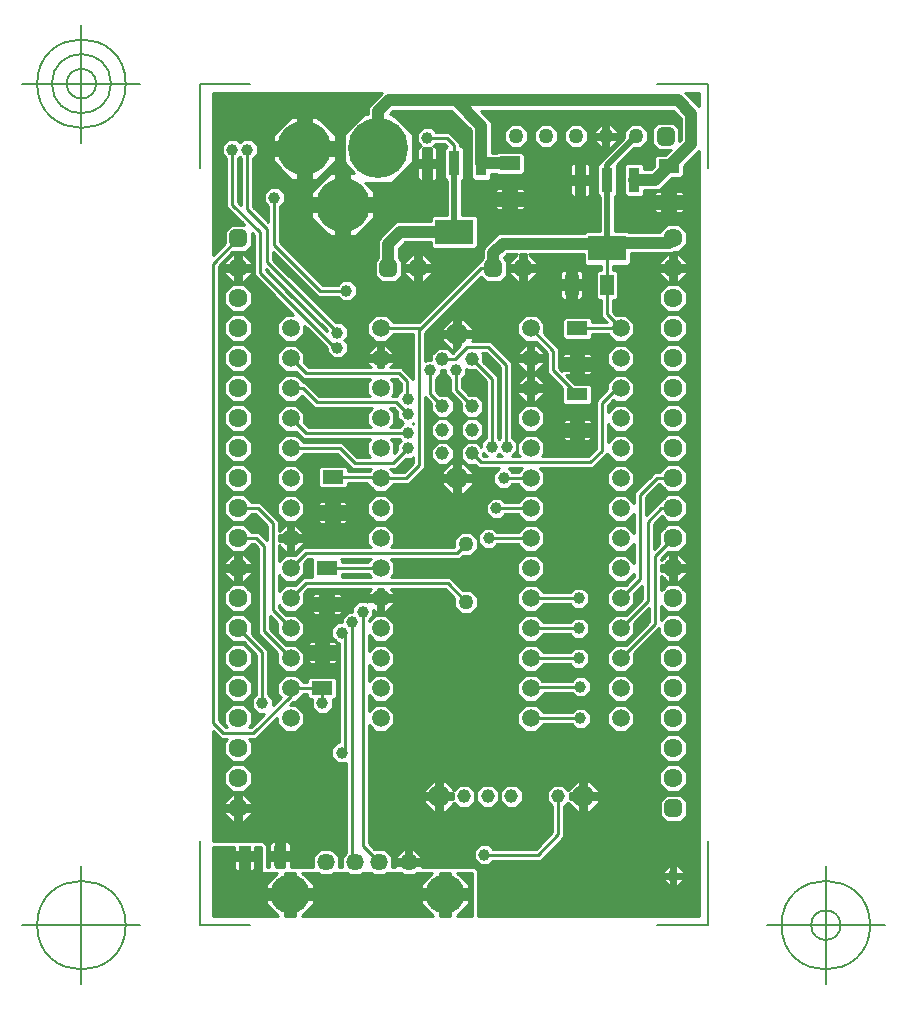
<source format=gbr>
G04 Generated by Ultiboard 11.0 *
%FSLAX25Y25*%
%MOIN*%

%ADD10C,0.01000*%
%ADD11C,0.04000*%
%ADD12C,0.02000*%
%ADD13C,0.00500*%
%ADD14C,0.03937*%
%ADD15C,0.06334*%
%ADD16R,0.02083X0.02083*%
%ADD17C,0.03917*%
%ADD18C,0.20000*%
%ADD19C,0.18000*%
%ADD20C,0.05737*%
%ADD21C,0.13055*%
%ADD22R,0.04134X0.06890*%
%ADD23R,0.06890X0.04134*%
%ADD24R,0.04528X0.07087*%
%ADD25R,0.03740X0.08465*%
%ADD26R,0.12795X0.08465*%
%ADD27C,0.05000*%
%ADD28R,0.02500X0.02500*%
%ADD29C,0.03500*%
%ADD30C,0.05937*%
%ADD31C,0.07300*%
%ADD32C,0.04600*%
%ADD33R,0.07087X0.04528*%


G04 ColorRGB 000080 for the following layer *
%LNCopper Bottom*%
%LPD*%
%FSLAX25Y25*%
%MOIN*%
G54D10*
X25151Y240500D02*
X19000Y234349D01*
X19000Y234349D02*
X19000Y232175D01*
X19000Y232175D02*
X25151Y232175D01*
X25151Y232175D02*
X25151Y230937D01*
X25151Y230937D02*
X13969Y230937D01*
X13969Y230937D02*
X11937Y232969D01*
X11937Y232969D02*
X9063Y232969D01*
X9063Y232969D02*
X8000Y231905D01*
X8000Y231905D02*
X6937Y232969D01*
X6937Y232969D02*
X4063Y232969D01*
X4063Y232969D02*
X2031Y230937D01*
X2031Y230937D02*
X-1000Y230937D01*
X-1000Y230937D02*
X-1000Y248500D01*
X-1000Y248500D02*
X25151Y248500D01*
X25151Y248500D02*
X25151Y240500D01*
G36*
X25151Y240500D02*
X19000Y234349D01*
X19000Y232175D01*
X25151Y232175D01*
X25151Y230937D01*
X13969Y230937D01*
X11937Y232969D01*
X9063Y232969D01*
X8000Y231905D01*
X6937Y232969D01*
X4063Y232969D01*
X2031Y230937D01*
X-1000Y230937D01*
X-1000Y248500D01*
X25151Y248500D01*
X25151Y240500D01*
G37*
X25151Y240500D02*
X19000Y234349D01*
X19000Y234349D02*
X19000Y232175D01*
X19000Y232175D02*
X25151Y232175D01*
X25151Y232175D02*
X25151Y230937D01*
X25151Y230937D02*
X13969Y230937D01*
X13969Y230937D02*
X11937Y232969D01*
X11937Y232969D02*
X9063Y232969D01*
X9063Y232969D02*
X8000Y231905D01*
X8000Y231905D02*
X6937Y232969D01*
X6937Y232969D02*
X4063Y232969D01*
X4063Y232969D02*
X2031Y230937D01*
X2031Y230937D02*
X-1000Y230937D01*
X-1000Y230937D02*
X-1000Y248500D01*
X-1000Y248500D02*
X25151Y248500D01*
X25151Y248500D02*
X25151Y240500D01*
X8933Y204500D02*
X5026Y204500D01*
X5026Y204500D02*
X3000Y202474D01*
X3000Y202474D02*
X3000Y198328D01*
X3000Y198328D02*
X72Y195400D01*
X72Y195400D02*
X-1000Y195400D01*
X-1000Y195400D02*
X-1000Y212028D01*
X-1000Y212028D02*
X3500Y212028D01*
X3500Y212028D02*
X3500Y210372D01*
X3500Y210372D02*
X8933Y204939D01*
X8933Y204939D02*
X8933Y204500D01*
G36*
X8933Y204500D02*
X5026Y204500D01*
X3000Y202474D01*
X3000Y198328D01*
X72Y195400D01*
X-1000Y195400D01*
X-1000Y212028D01*
X3500Y212028D01*
X3500Y210372D01*
X8933Y204939D01*
X8933Y204500D01*
G37*
X8933Y204500D02*
X5026Y204500D01*
X5026Y204500D02*
X3000Y202474D01*
X3000Y202474D02*
X3000Y198328D01*
X3000Y198328D02*
X72Y195400D01*
X72Y195400D02*
X-1000Y195400D01*
X-1000Y195400D02*
X-1000Y212028D01*
X-1000Y212028D02*
X3500Y212028D01*
X3500Y212028D02*
X3500Y210372D01*
X3500Y210372D02*
X8933Y204939D01*
X8933Y204939D02*
X8933Y204500D01*
X-1000Y212028D02*
X-1000Y230937D01*
X-1000Y230937D02*
X2031Y230937D01*
X2031Y230937D02*
X2031Y228063D01*
X2031Y228063D02*
X3500Y226595D01*
X3500Y226595D02*
X3500Y212028D01*
X3500Y212028D02*
X-1000Y212028D01*
G36*
X-1000Y212028D02*
X-1000Y230937D01*
X2031Y230937D01*
X2031Y228063D01*
X3500Y226595D01*
X3500Y212028D01*
X-1000Y212028D01*
G37*
X-1000Y212028D02*
X-1000Y230937D01*
X-1000Y230937D02*
X2031Y230937D01*
X2031Y230937D02*
X2031Y228063D01*
X2031Y228063D02*
X3500Y226595D01*
X3500Y226595D02*
X3500Y212028D01*
X3500Y212028D02*
X-1000Y212028D01*
X5567Y194667D02*
X2833Y191933D01*
X2833Y191933D02*
X2833Y190967D01*
X2833Y190967D02*
X5567Y190967D01*
X5567Y190967D02*
X5567Y189033D01*
X5567Y189033D02*
X2833Y189033D01*
X2833Y189033D02*
X2833Y188067D01*
X2833Y188067D02*
X1000Y188067D01*
X1000Y188067D02*
X1000Y190672D01*
X1000Y190672D02*
X5567Y195238D01*
X5567Y195238D02*
X5567Y194667D01*
G36*
X5567Y194667D02*
X2833Y191933D01*
X2833Y190967D01*
X5567Y190967D01*
X5567Y189033D01*
X2833Y189033D01*
X2833Y188067D01*
X1000Y188067D01*
X1000Y190672D01*
X5567Y195238D01*
X5567Y194667D01*
G37*
X5567Y194667D02*
X2833Y191933D01*
X2833Y191933D02*
X2833Y190967D01*
X2833Y190967D02*
X5567Y190967D01*
X5567Y190967D02*
X5567Y189033D01*
X5567Y189033D02*
X2833Y189033D01*
X2833Y189033D02*
X2833Y188067D01*
X2833Y188067D02*
X1000Y188067D01*
X1000Y188067D02*
X1000Y190672D01*
X1000Y190672D02*
X5567Y195238D01*
X5567Y195238D02*
X5567Y194667D01*
X2833Y188067D02*
X5567Y185333D01*
X5567Y185333D02*
X6533Y185333D01*
X6533Y185333D02*
X6533Y188067D01*
X6533Y188067D02*
X8467Y188067D01*
X8467Y188067D02*
X8467Y185333D01*
X8467Y185333D02*
X9433Y185333D01*
X9433Y185333D02*
X9433Y184667D01*
X9433Y184667D02*
X5567Y184667D01*
X5567Y184667D02*
X2833Y181933D01*
X2833Y181933D02*
X2833Y181346D01*
X2833Y181346D02*
X1000Y181346D01*
X1000Y181346D02*
X1000Y188067D01*
X1000Y188067D02*
X2833Y188067D01*
G36*
X2833Y188067D02*
X5567Y185333D01*
X6533Y185333D01*
X6533Y188067D01*
X8467Y188067D01*
X8467Y185333D01*
X9433Y185333D01*
X9433Y184667D01*
X5567Y184667D01*
X2833Y181933D01*
X2833Y181346D01*
X1000Y181346D01*
X1000Y188067D01*
X2833Y188067D01*
G37*
X2833Y188067D02*
X5567Y185333D01*
X5567Y185333D02*
X6533Y185333D01*
X6533Y185333D02*
X6533Y188067D01*
X6533Y188067D02*
X8467Y188067D01*
X8467Y188067D02*
X8467Y185333D01*
X8467Y185333D02*
X9433Y185333D01*
X9433Y185333D02*
X9433Y184667D01*
X9433Y184667D02*
X5567Y184667D01*
X5567Y184667D02*
X2833Y181933D01*
X2833Y181933D02*
X2833Y181346D01*
X2833Y181346D02*
X1000Y181346D01*
X1000Y181346D02*
X1000Y188067D01*
X1000Y188067D02*
X2833Y188067D01*
X12167Y171346D02*
X12167Y171933D01*
X12167Y171933D02*
X9433Y174667D01*
X9433Y174667D02*
X5567Y174667D01*
X5567Y174667D02*
X2833Y171933D01*
X2833Y171933D02*
X2833Y171346D01*
X2833Y171346D02*
X1000Y171346D01*
X1000Y171346D02*
X1000Y181346D01*
X1000Y181346D02*
X2833Y181346D01*
X2833Y181346D02*
X2833Y178067D01*
X2833Y178067D02*
X5567Y175333D01*
X5567Y175333D02*
X9433Y175333D01*
X9433Y175333D02*
X12167Y178067D01*
X12167Y178067D02*
X12167Y181346D01*
X12167Y181346D02*
X18975Y181346D01*
X18975Y181346D02*
X24172Y176150D01*
X24172Y176150D02*
X24172Y174469D01*
X24172Y174469D02*
X23149Y174469D01*
X23149Y174469D02*
X20531Y171851D01*
X20531Y171851D02*
X20531Y171346D01*
X20531Y171346D02*
X12167Y171346D01*
G36*
X12167Y171346D02*
X12167Y171933D01*
X9433Y174667D01*
X5567Y174667D01*
X2833Y171933D01*
X2833Y171346D01*
X1000Y171346D01*
X1000Y181346D01*
X2833Y181346D01*
X2833Y178067D01*
X5567Y175333D01*
X9433Y175333D01*
X12167Y178067D01*
X12167Y181346D01*
X18975Y181346D01*
X24172Y176150D01*
X24172Y174469D01*
X23149Y174469D01*
X20531Y171851D01*
X20531Y171346D01*
X12167Y171346D01*
G37*
X12167Y171346D02*
X12167Y171933D01*
X12167Y171933D02*
X9433Y174667D01*
X9433Y174667D02*
X5567Y174667D01*
X5567Y174667D02*
X2833Y171933D01*
X2833Y171933D02*
X2833Y171346D01*
X2833Y171346D02*
X1000Y171346D01*
X1000Y171346D02*
X1000Y181346D01*
X1000Y181346D02*
X2833Y181346D01*
X2833Y181346D02*
X2833Y178067D01*
X2833Y178067D02*
X5567Y175333D01*
X5567Y175333D02*
X9433Y175333D01*
X9433Y175333D02*
X12167Y178067D01*
X12167Y178067D02*
X12167Y181346D01*
X12167Y181346D02*
X18975Y181346D01*
X18975Y181346D02*
X24172Y176150D01*
X24172Y176150D02*
X24172Y174469D01*
X24172Y174469D02*
X23149Y174469D01*
X23149Y174469D02*
X20531Y171851D01*
X20531Y171851D02*
X20531Y171346D01*
X20531Y171346D02*
X12167Y171346D01*
X8846Y164667D02*
X5567Y164667D01*
X5567Y164667D02*
X2833Y161933D01*
X2833Y161933D02*
X2833Y158067D01*
X2833Y158067D02*
X5567Y155333D01*
X5567Y155333D02*
X8846Y155333D01*
X8846Y155333D02*
X8846Y154667D01*
X8846Y154667D02*
X5567Y154667D01*
X5567Y154667D02*
X2833Y151933D01*
X2833Y151933D02*
X2833Y151346D01*
X2833Y151346D02*
X1000Y151346D01*
X1000Y151346D02*
X1000Y171346D01*
X1000Y171346D02*
X2833Y171346D01*
X2833Y171346D02*
X2833Y168067D01*
X2833Y168067D02*
X5567Y165333D01*
X5567Y165333D02*
X8846Y165333D01*
X8846Y165333D02*
X8846Y164667D01*
G36*
X8846Y164667D02*
X5567Y164667D01*
X2833Y161933D01*
X2833Y158067D01*
X5567Y155333D01*
X8846Y155333D01*
X8846Y154667D01*
X5567Y154667D01*
X2833Y151933D01*
X2833Y151346D01*
X1000Y151346D01*
X1000Y171346D01*
X2833Y171346D01*
X2833Y168067D01*
X5567Y165333D01*
X8846Y165333D01*
X8846Y164667D01*
G37*
X8846Y164667D02*
X5567Y164667D01*
X5567Y164667D02*
X2833Y161933D01*
X2833Y161933D02*
X2833Y158067D01*
X2833Y158067D02*
X5567Y155333D01*
X5567Y155333D02*
X8846Y155333D01*
X8846Y155333D02*
X8846Y154667D01*
X8846Y154667D02*
X5567Y154667D01*
X5567Y154667D02*
X2833Y151933D01*
X2833Y151933D02*
X2833Y151346D01*
X2833Y151346D02*
X1000Y151346D01*
X1000Y151346D02*
X1000Y171346D01*
X1000Y171346D02*
X2833Y171346D01*
X2833Y171346D02*
X2833Y168067D01*
X2833Y168067D02*
X5567Y165333D01*
X5567Y165333D02*
X8846Y165333D01*
X8846Y165333D02*
X8846Y164667D01*
X12167Y139300D02*
X12167Y141933D01*
X12167Y141933D02*
X9433Y144667D01*
X9433Y144667D02*
X5567Y144667D01*
X5567Y144667D02*
X2833Y141933D01*
X2833Y141933D02*
X2833Y139300D01*
X2833Y139300D02*
X1000Y139300D01*
X1000Y139300D02*
X1000Y151346D01*
X1000Y151346D02*
X2833Y151346D01*
X2833Y151346D02*
X2833Y148067D01*
X2833Y148067D02*
X5567Y145333D01*
X5567Y145333D02*
X9433Y145333D01*
X9433Y145333D02*
X12167Y148067D01*
X12167Y148067D02*
X12167Y151346D01*
X12167Y151346D02*
X20531Y151346D01*
X20531Y151346D02*
X20531Y148149D01*
X20531Y148149D02*
X23149Y145531D01*
X23149Y145531D02*
X24172Y145531D01*
X24172Y145531D02*
X24172Y144469D01*
X24172Y144469D02*
X23149Y144469D01*
X23149Y144469D02*
X20531Y141851D01*
X20531Y141851D02*
X20531Y139300D01*
X20531Y139300D02*
X12167Y139300D01*
G36*
X12167Y139300D02*
X12167Y141933D01*
X9433Y144667D01*
X5567Y144667D01*
X2833Y141933D01*
X2833Y139300D01*
X1000Y139300D01*
X1000Y151346D01*
X2833Y151346D01*
X2833Y148067D01*
X5567Y145333D01*
X9433Y145333D01*
X12167Y148067D01*
X12167Y151346D01*
X20531Y151346D01*
X20531Y148149D01*
X23149Y145531D01*
X24172Y145531D01*
X24172Y144469D01*
X23149Y144469D01*
X20531Y141851D01*
X20531Y139300D01*
X12167Y139300D01*
G37*
X12167Y139300D02*
X12167Y141933D01*
X12167Y141933D02*
X9433Y144667D01*
X9433Y144667D02*
X5567Y144667D01*
X5567Y144667D02*
X2833Y141933D01*
X2833Y141933D02*
X2833Y139300D01*
X2833Y139300D02*
X1000Y139300D01*
X1000Y139300D02*
X1000Y151346D01*
X1000Y151346D02*
X2833Y151346D01*
X2833Y151346D02*
X2833Y148067D01*
X2833Y148067D02*
X5567Y145333D01*
X5567Y145333D02*
X9433Y145333D01*
X9433Y145333D02*
X12167Y148067D01*
X12167Y148067D02*
X12167Y151346D01*
X12167Y151346D02*
X20531Y151346D01*
X20531Y151346D02*
X20531Y148149D01*
X20531Y148149D02*
X23149Y145531D01*
X23149Y145531D02*
X24172Y145531D01*
X24172Y145531D02*
X24172Y144469D01*
X24172Y144469D02*
X23149Y144469D01*
X23149Y144469D02*
X20531Y141851D01*
X20531Y141851D02*
X20531Y139300D01*
X20531Y139300D02*
X12167Y139300D01*
X72Y195400D02*
X-1000Y194328D01*
X-1000Y194328D02*
X-1000Y195400D01*
X-1000Y195400D02*
X72Y195400D01*
G36*
X72Y195400D02*
X-1000Y194328D01*
X-1000Y195400D01*
X72Y195400D01*
G37*
X72Y195400D02*
X-1000Y194328D01*
X-1000Y194328D02*
X-1000Y195400D01*
X-1000Y195400D02*
X72Y195400D01*
X6672Y134667D02*
X5567Y134667D01*
X5567Y134667D02*
X2833Y131933D01*
X2833Y131933D02*
X2833Y128067D01*
X2833Y128067D02*
X5567Y125333D01*
X5567Y125333D02*
X6672Y125333D01*
X6672Y125333D02*
X6672Y124667D01*
X6672Y124667D02*
X5567Y124667D01*
X5567Y124667D02*
X2833Y121933D01*
X2833Y121933D02*
X2833Y118067D01*
X2833Y118067D02*
X5567Y115333D01*
X5567Y115333D02*
X6672Y115333D01*
X6672Y115333D02*
X6672Y114667D01*
X6672Y114667D02*
X5567Y114667D01*
X5567Y114667D02*
X2833Y111933D01*
X2833Y111933D02*
X2833Y108067D01*
X2833Y108067D02*
X5567Y105333D01*
X5567Y105333D02*
X6672Y105333D01*
X6672Y105333D02*
X6672Y104667D01*
X6672Y104667D02*
X5567Y104667D01*
X5567Y104667D02*
X2833Y101933D01*
X2833Y101933D02*
X2833Y99172D01*
X2833Y99172D02*
X1000Y99172D01*
X1000Y99172D02*
X1000Y139300D01*
X1000Y139300D02*
X2833Y139300D01*
X2833Y139300D02*
X2833Y138067D01*
X2833Y138067D02*
X5567Y135333D01*
X5567Y135333D02*
X6672Y135333D01*
X6672Y135333D02*
X6672Y134667D01*
G36*
X6672Y134667D02*
X5567Y134667D01*
X2833Y131933D01*
X2833Y128067D01*
X5567Y125333D01*
X6672Y125333D01*
X6672Y124667D01*
X5567Y124667D01*
X2833Y121933D01*
X2833Y118067D01*
X5567Y115333D01*
X6672Y115333D01*
X6672Y114667D01*
X5567Y114667D01*
X2833Y111933D01*
X2833Y108067D01*
X5567Y105333D01*
X6672Y105333D01*
X6672Y104667D01*
X5567Y104667D01*
X2833Y101933D01*
X2833Y99172D01*
X1000Y99172D01*
X1000Y139300D01*
X2833Y139300D01*
X2833Y138067D01*
X5567Y135333D01*
X6672Y135333D01*
X6672Y134667D01*
G37*
X6672Y134667D02*
X5567Y134667D01*
X5567Y134667D02*
X2833Y131933D01*
X2833Y131933D02*
X2833Y128067D01*
X2833Y128067D02*
X5567Y125333D01*
X5567Y125333D02*
X6672Y125333D01*
X6672Y125333D02*
X6672Y124667D01*
X6672Y124667D02*
X5567Y124667D01*
X5567Y124667D02*
X2833Y121933D01*
X2833Y121933D02*
X2833Y118067D01*
X2833Y118067D02*
X5567Y115333D01*
X5567Y115333D02*
X6672Y115333D01*
X6672Y115333D02*
X6672Y114667D01*
X6672Y114667D02*
X5567Y114667D01*
X5567Y114667D02*
X2833Y111933D01*
X2833Y111933D02*
X2833Y108067D01*
X2833Y108067D02*
X5567Y105333D01*
X5567Y105333D02*
X6672Y105333D01*
X6672Y105333D02*
X6672Y104667D01*
X6672Y104667D02*
X5567Y104667D01*
X5567Y104667D02*
X2833Y101933D01*
X2833Y101933D02*
X2833Y99172D01*
X2833Y99172D02*
X1000Y99172D01*
X1000Y99172D02*
X1000Y139300D01*
X1000Y139300D02*
X2833Y139300D01*
X2833Y139300D02*
X2833Y138067D01*
X2833Y138067D02*
X5567Y135333D01*
X5567Y135333D02*
X6672Y135333D01*
X6672Y135333D02*
X6672Y134667D01*
X5567Y84667D02*
X4100Y83200D01*
X4100Y83200D02*
X1000Y83200D01*
X1000Y83200D02*
X1000Y99172D01*
X1000Y99172D02*
X2833Y99172D01*
X2833Y99172D02*
X2833Y98067D01*
X2833Y98067D02*
X5567Y95333D01*
X5567Y95333D02*
X5567Y94667D01*
X5567Y94667D02*
X2833Y91933D01*
X2833Y91933D02*
X2833Y90967D01*
X2833Y90967D02*
X5567Y90967D01*
X5567Y90967D02*
X5567Y89033D01*
X5567Y89033D02*
X2833Y89033D01*
X2833Y89033D02*
X2833Y88067D01*
X2833Y88067D02*
X5567Y85333D01*
X5567Y85333D02*
X5567Y84667D01*
G36*
X5567Y84667D02*
X4100Y83200D01*
X1000Y83200D01*
X1000Y99172D01*
X2833Y99172D01*
X2833Y98067D01*
X5567Y95333D01*
X5567Y94667D01*
X2833Y91933D01*
X2833Y90967D01*
X5567Y90967D01*
X5567Y89033D01*
X2833Y89033D01*
X2833Y88067D01*
X5567Y85333D01*
X5567Y84667D01*
G37*
X5567Y84667D02*
X4100Y83200D01*
X4100Y83200D02*
X1000Y83200D01*
X1000Y83200D02*
X1000Y99172D01*
X1000Y99172D02*
X2833Y99172D01*
X2833Y99172D02*
X2833Y98067D01*
X2833Y98067D02*
X5567Y95333D01*
X5567Y95333D02*
X5567Y94667D01*
X5567Y94667D02*
X2833Y91933D01*
X2833Y91933D02*
X2833Y90967D01*
X2833Y90967D02*
X5567Y90967D01*
X5567Y90967D02*
X5567Y89033D01*
X5567Y89033D02*
X2833Y89033D01*
X2833Y89033D02*
X2833Y88067D01*
X2833Y88067D02*
X5567Y85333D01*
X5567Y85333D02*
X5567Y84667D01*
X1672Y38657D02*
X1000Y39328D01*
X1000Y39328D02*
X1000Y83200D01*
X1000Y83200D02*
X1672Y83200D01*
X1672Y83200D02*
X1672Y38657D01*
G36*
X1672Y38657D02*
X1000Y39328D01*
X1000Y83200D01*
X1672Y83200D01*
X1672Y38657D01*
G37*
X1672Y38657D02*
X1000Y39328D01*
X1000Y39328D02*
X1000Y83200D01*
X1000Y83200D02*
X1672Y83200D01*
X1672Y83200D02*
X1672Y38657D01*
X-1000Y35672D02*
X1672Y33000D01*
X1672Y33000D02*
X1672Y27100D01*
X1672Y27100D02*
X-1000Y27100D01*
X-1000Y27100D02*
X-1000Y35672D01*
G36*
X-1000Y35672D02*
X1672Y33000D01*
X1672Y27100D01*
X-1000Y27100D01*
X-1000Y35672D01*
G37*
X-1000Y35672D02*
X1672Y33000D01*
X1672Y33000D02*
X1672Y27100D01*
X1672Y27100D02*
X-1000Y27100D01*
X-1000Y27100D02*
X-1000Y35672D01*
X3800Y27100D02*
X5567Y25333D01*
X5567Y25333D02*
X5567Y24667D01*
X5567Y24667D02*
X2833Y21933D01*
X2833Y21933D02*
X2833Y18067D01*
X2833Y18067D02*
X5567Y15333D01*
X5567Y15333D02*
X5567Y14667D01*
X5567Y14667D02*
X2833Y11933D01*
X2833Y11933D02*
X2833Y10967D01*
X2833Y10967D02*
X5567Y10967D01*
X5567Y10967D02*
X5567Y9033D01*
X5567Y9033D02*
X2833Y9033D01*
X2833Y9033D02*
X2833Y8067D01*
X2833Y8067D02*
X-1000Y8067D01*
X-1000Y8067D02*
X-1000Y27100D01*
X-1000Y27100D02*
X3800Y27100D01*
G36*
X3800Y27100D02*
X5567Y25333D01*
X5567Y24667D01*
X2833Y21933D01*
X2833Y18067D01*
X5567Y15333D01*
X5567Y14667D01*
X2833Y11933D01*
X2833Y10967D01*
X5567Y10967D01*
X5567Y9033D01*
X2833Y9033D01*
X2833Y8067D01*
X-1000Y8067D01*
X-1000Y27100D01*
X3800Y27100D01*
G37*
X3800Y27100D02*
X5567Y25333D01*
X5567Y25333D02*
X5567Y24667D01*
X5567Y24667D02*
X2833Y21933D01*
X2833Y21933D02*
X2833Y18067D01*
X2833Y18067D02*
X5567Y15333D01*
X5567Y15333D02*
X5567Y14667D01*
X5567Y14667D02*
X2833Y11933D01*
X2833Y11933D02*
X2833Y10967D01*
X2833Y10967D02*
X5567Y10967D01*
X5567Y10967D02*
X5567Y9033D01*
X5567Y9033D02*
X2833Y9033D01*
X2833Y9033D02*
X2833Y8067D01*
X2833Y8067D02*
X-1000Y8067D01*
X-1000Y8067D02*
X-1000Y27100D01*
X-1000Y27100D02*
X3800Y27100D01*
X17000Y-6109D02*
X17000Y-2172D01*
X17000Y-2172D02*
X15828Y-1000D01*
X15828Y-1000D02*
X-1000Y-1000D01*
X-1000Y-1000D02*
X-1000Y8067D01*
X-1000Y8067D02*
X2833Y8067D01*
X2833Y8067D02*
X5567Y5333D01*
X5567Y5333D02*
X6533Y5333D01*
X6533Y5333D02*
X6533Y8067D01*
X6533Y8067D02*
X8467Y8067D01*
X8467Y8067D02*
X8467Y5333D01*
X8467Y5333D02*
X9433Y5333D01*
X9433Y5333D02*
X12167Y8067D01*
X12167Y8067D02*
X18717Y8067D01*
X18717Y8067D02*
X18717Y-1055D01*
X18717Y-1055D02*
X17839Y-1934D01*
X17839Y-1934D02*
X17839Y-4656D01*
X17839Y-4656D02*
X18717Y-4656D01*
X18717Y-4656D02*
X18717Y-6109D01*
X18717Y-6109D02*
X17000Y-6109D01*
G36*
X17000Y-6109D02*
X17000Y-2172D01*
X15828Y-1000D01*
X-1000Y-1000D01*
X-1000Y8067D01*
X2833Y8067D01*
X5567Y5333D01*
X6533Y5333D01*
X6533Y8067D01*
X8467Y8067D01*
X8467Y5333D01*
X9433Y5333D01*
X12167Y8067D01*
X18717Y8067D01*
X18717Y-1055D01*
X17839Y-1934D01*
X17839Y-4656D01*
X18717Y-4656D01*
X18717Y-6109D01*
X17000Y-6109D01*
G37*
X17000Y-6109D02*
X17000Y-2172D01*
X17000Y-2172D02*
X15828Y-1000D01*
X15828Y-1000D02*
X-1000Y-1000D01*
X-1000Y-1000D02*
X-1000Y8067D01*
X-1000Y8067D02*
X2833Y8067D01*
X2833Y8067D02*
X5567Y5333D01*
X5567Y5333D02*
X6533Y5333D01*
X6533Y5333D02*
X6533Y8067D01*
X6533Y8067D02*
X8467Y8067D01*
X8467Y8067D02*
X8467Y5333D01*
X8467Y5333D02*
X9433Y5333D01*
X9433Y5333D02*
X12167Y8067D01*
X12167Y8067D02*
X18717Y8067D01*
X18717Y8067D02*
X18717Y-1055D01*
X18717Y-1055D02*
X17839Y-1934D01*
X17839Y-1934D02*
X17839Y-4656D01*
X17839Y-4656D02*
X18717Y-4656D01*
X18717Y-4656D02*
X18717Y-6109D01*
X18717Y-6109D02*
X17000Y-6109D01*
X24094Y-1055D02*
X22750Y-1055D01*
X22750Y-1055D02*
X22750Y-4656D01*
X22750Y-4656D02*
X24094Y-4656D01*
X24094Y-4656D02*
X24094Y-6109D01*
X24094Y-6109D02*
X18717Y-6109D01*
X18717Y-6109D02*
X18717Y-4656D01*
X18717Y-4656D02*
X20061Y-4656D01*
X20061Y-4656D02*
X20061Y-1055D01*
X20061Y-1055D02*
X18717Y-1055D01*
X18717Y-1055D02*
X18717Y27100D01*
X18717Y27100D02*
X24094Y27100D01*
X24094Y27100D02*
X24094Y-1055D01*
G36*
X24094Y-1055D02*
X22750Y-1055D01*
X22750Y-4656D01*
X24094Y-4656D01*
X24094Y-6109D01*
X18717Y-6109D01*
X18717Y-4656D01*
X20061Y-4656D01*
X20061Y-1055D01*
X18717Y-1055D01*
X18717Y27100D01*
X24094Y27100D01*
X24094Y-1055D01*
G37*
X24094Y-1055D02*
X22750Y-1055D01*
X22750Y-1055D02*
X22750Y-4656D01*
X22750Y-4656D02*
X24094Y-4656D01*
X24094Y-4656D02*
X24094Y-6109D01*
X24094Y-6109D02*
X18717Y-6109D01*
X18717Y-6109D02*
X18717Y-4656D01*
X18717Y-4656D02*
X20061Y-4656D01*
X20061Y-4656D02*
X20061Y-1055D01*
X20061Y-1055D02*
X18717Y-1055D01*
X18717Y-1055D02*
X18717Y27100D01*
X18717Y27100D02*
X24094Y27100D01*
X24094Y27100D02*
X24094Y-1055D01*
X51000Y-1735D02*
X51000Y27100D01*
X51000Y27100D02*
X52000Y27100D01*
X52000Y27100D02*
X52000Y-2735D01*
X52000Y-2735D02*
X51000Y-1735D01*
G36*
X51000Y-1735D02*
X51000Y27100D01*
X52000Y27100D01*
X52000Y-2735D01*
X51000Y-1735D01*
G37*
X51000Y-1735D02*
X51000Y27100D01*
X51000Y27100D02*
X52000Y27100D01*
X52000Y27100D02*
X52000Y-2735D01*
X52000Y-2735D02*
X51000Y-1735D01*
X43500Y-4885D02*
X42276Y-6109D01*
X42276Y-6109D02*
X41007Y-6109D01*
X41007Y-6109D02*
X38530Y-3631D01*
X38530Y-3631D02*
X34911Y-3631D01*
X34911Y-3631D02*
X32434Y-6109D01*
X32434Y-6109D02*
X24094Y-6109D01*
X24094Y-6109D02*
X24094Y-4656D01*
X24094Y-4656D02*
X24972Y-4656D01*
X24972Y-4656D02*
X24972Y-1934D01*
X24972Y-1934D02*
X24094Y-1055D01*
X24094Y-1055D02*
X24094Y27100D01*
X24094Y27100D02*
X38531Y27100D01*
X38531Y27100D02*
X38531Y27063D01*
X38531Y27063D02*
X40563Y25031D01*
X40563Y25031D02*
X43437Y25031D01*
X43437Y25031D02*
X43500Y25095D01*
X43500Y25095D02*
X43500Y-4885D01*
G36*
X43500Y-4885D02*
X42276Y-6109D01*
X41007Y-6109D01*
X38530Y-3631D01*
X34911Y-3631D01*
X32434Y-6109D01*
X24094Y-6109D01*
X24094Y-4656D01*
X24972Y-4656D01*
X24972Y-1934D01*
X24094Y-1055D01*
X24094Y27100D01*
X38531Y27100D01*
X38531Y27063D01*
X40563Y25031D01*
X43437Y25031D01*
X43500Y25095D01*
X43500Y-4885D01*
G37*
X43500Y-4885D02*
X42276Y-6109D01*
X42276Y-6109D02*
X41007Y-6109D01*
X41007Y-6109D02*
X38530Y-3631D01*
X38530Y-3631D02*
X34911Y-3631D01*
X34911Y-3631D02*
X32434Y-6109D01*
X32434Y-6109D02*
X24094Y-6109D01*
X24094Y-6109D02*
X24094Y-4656D01*
X24094Y-4656D02*
X24972Y-4656D01*
X24972Y-4656D02*
X24972Y-1934D01*
X24972Y-1934D02*
X24094Y-1055D01*
X24094Y-1055D02*
X24094Y27100D01*
X24094Y27100D02*
X38531Y27100D01*
X38531Y27100D02*
X38531Y27063D01*
X38531Y27063D02*
X40563Y25031D01*
X40563Y25031D02*
X43437Y25031D01*
X43437Y25031D02*
X43500Y25095D01*
X43500Y25095D02*
X43500Y-4885D01*
X66521Y-4063D02*
X66089Y-3631D01*
X66089Y-3631D02*
X65184Y-3631D01*
X65184Y-3631D02*
X65184Y-4063D01*
X65184Y-4063D02*
X63375Y-4063D01*
X63375Y-4063D02*
X63375Y-3631D01*
X63375Y-3631D02*
X62470Y-3631D01*
X62470Y-3631D02*
X62038Y-4063D01*
X62038Y-4063D02*
X56678Y-4063D01*
X56678Y-4063D02*
X56247Y-3631D01*
X56247Y-3631D02*
X52897Y-3631D01*
X52897Y-3631D02*
X52000Y-2735D01*
X52000Y-2735D02*
X52000Y11867D01*
X52000Y11867D02*
X69334Y11867D01*
X69334Y11867D02*
X72351Y8850D01*
X72351Y8850D02*
X73418Y8850D01*
X73418Y8850D02*
X73418Y11867D01*
X73418Y11867D02*
X75551Y11867D01*
X75551Y11867D02*
X75551Y8850D01*
X75551Y8850D02*
X76617Y8850D01*
X76617Y8850D02*
X79573Y11805D01*
X79573Y11805D02*
X81178Y10200D01*
X81178Y10200D02*
X84036Y10200D01*
X84036Y10200D02*
X84036Y-4063D01*
X84036Y-4063D02*
X66521Y-4063D01*
G36*
X66521Y-4063D02*
X66089Y-3631D01*
X65184Y-3631D01*
X65184Y-4063D01*
X63375Y-4063D01*
X63375Y-3631D01*
X62470Y-3631D01*
X62038Y-4063D01*
X56678Y-4063D01*
X56247Y-3631D01*
X52897Y-3631D01*
X52000Y-2735D01*
X52000Y11867D01*
X69334Y11867D01*
X72351Y8850D01*
X73418Y8850D01*
X73418Y11867D01*
X75551Y11867D01*
X75551Y8850D01*
X76617Y8850D01*
X79573Y11805D01*
X81178Y10200D01*
X84036Y10200D01*
X84036Y-4063D01*
X66521Y-4063D01*
G37*
X66521Y-4063D02*
X66089Y-3631D01*
X66089Y-3631D02*
X65184Y-3631D01*
X65184Y-3631D02*
X65184Y-4063D01*
X65184Y-4063D02*
X63375Y-4063D01*
X63375Y-4063D02*
X63375Y-3631D01*
X63375Y-3631D02*
X62470Y-3631D01*
X62470Y-3631D02*
X62038Y-4063D01*
X62038Y-4063D02*
X56678Y-4063D01*
X56678Y-4063D02*
X56247Y-3631D01*
X56247Y-3631D02*
X52897Y-3631D01*
X52897Y-3631D02*
X52000Y-2735D01*
X52000Y-2735D02*
X52000Y11867D01*
X52000Y11867D02*
X69334Y11867D01*
X69334Y11867D02*
X72351Y8850D01*
X72351Y8850D02*
X73418Y8850D01*
X73418Y8850D02*
X73418Y11867D01*
X73418Y11867D02*
X75551Y11867D01*
X75551Y11867D02*
X75551Y8850D01*
X75551Y8850D02*
X76617Y8850D01*
X76617Y8850D02*
X79573Y11805D01*
X79573Y11805D02*
X81178Y10200D01*
X81178Y10200D02*
X84036Y10200D01*
X84036Y10200D02*
X84036Y-4063D01*
X84036Y-4063D02*
X66521Y-4063D01*
X94700Y15284D02*
X94700Y12426D01*
X94700Y12426D02*
X96926Y10200D01*
X96926Y10200D02*
X100074Y10200D01*
X100074Y10200D02*
X102300Y12426D01*
X102300Y12426D02*
X102300Y15284D01*
X102300Y15284D02*
X108000Y15284D01*
X108000Y15284D02*
X108000Y-2172D01*
X108000Y-2172D02*
X106672Y-3500D01*
X106672Y-3500D02*
X92405Y-3500D01*
X92405Y-3500D02*
X90937Y-2031D01*
X90937Y-2031D02*
X88063Y-2031D01*
X88063Y-2031D02*
X86031Y-4063D01*
X86031Y-4063D02*
X84036Y-4063D01*
X84036Y-4063D02*
X84036Y10200D01*
X84036Y10200D02*
X84326Y10200D01*
X84326Y10200D02*
X86552Y12426D01*
X86552Y12426D02*
X86552Y15284D01*
X86552Y15284D02*
X86826Y15284D01*
X86826Y15284D02*
X86826Y12426D01*
X86826Y12426D02*
X89052Y10200D01*
X89052Y10200D02*
X92200Y10200D01*
X92200Y10200D02*
X94426Y12426D01*
X94426Y12426D02*
X94426Y15284D01*
X94426Y15284D02*
X94700Y15284D01*
G36*
X94700Y15284D02*
X94700Y12426D01*
X96926Y10200D01*
X100074Y10200D01*
X102300Y12426D01*
X102300Y15284D01*
X108000Y15284D01*
X108000Y-2172D01*
X106672Y-3500D01*
X92405Y-3500D01*
X90937Y-2031D01*
X88063Y-2031D01*
X86031Y-4063D01*
X84036Y-4063D01*
X84036Y10200D01*
X84326Y10200D01*
X86552Y12426D01*
X86552Y15284D01*
X86826Y15284D01*
X86826Y12426D01*
X89052Y10200D01*
X92200Y10200D01*
X94426Y12426D01*
X94426Y15284D01*
X94700Y15284D01*
G37*
X94700Y15284D02*
X94700Y12426D01*
X94700Y12426D02*
X96926Y10200D01*
X96926Y10200D02*
X100074Y10200D01*
X100074Y10200D02*
X102300Y12426D01*
X102300Y12426D02*
X102300Y15284D01*
X102300Y15284D02*
X108000Y15284D01*
X108000Y15284D02*
X108000Y-2172D01*
X108000Y-2172D02*
X106672Y-3500D01*
X106672Y-3500D02*
X92405Y-3500D01*
X92405Y-3500D02*
X90937Y-2031D01*
X90937Y-2031D02*
X88063Y-2031D01*
X88063Y-2031D02*
X86031Y-4063D01*
X86031Y-4063D02*
X84036Y-4063D01*
X84036Y-4063D02*
X84036Y10200D01*
X84036Y10200D02*
X84326Y10200D01*
X84326Y10200D02*
X86552Y12426D01*
X86552Y12426D02*
X86552Y15284D01*
X86552Y15284D02*
X86826Y15284D01*
X86826Y15284D02*
X86826Y12426D01*
X86826Y12426D02*
X89052Y10200D01*
X89052Y10200D02*
X92200Y10200D01*
X92200Y10200D02*
X94426Y12426D01*
X94426Y12426D02*
X94426Y15284D01*
X94426Y15284D02*
X94700Y15284D01*
X117427Y11805D02*
X120383Y8850D01*
X120383Y8850D02*
X120383Y420D01*
X120383Y420D02*
X116248Y420D01*
X116248Y420D02*
X116248Y10626D01*
X116248Y10626D02*
X117427Y11805D01*
G36*
X117427Y11805D02*
X120383Y8850D01*
X120383Y420D01*
X116248Y420D01*
X116248Y10626D01*
X117427Y11805D01*
G37*
X117427Y11805D02*
X120383Y8850D01*
X120383Y8850D02*
X120383Y420D01*
X120383Y420D02*
X116248Y420D01*
X116248Y420D02*
X116248Y10626D01*
X116248Y10626D02*
X117427Y11805D01*
X123582Y15284D02*
X123582Y15067D01*
X123582Y15067D02*
X124649Y15067D01*
X124649Y15067D02*
X124649Y12933D01*
X124649Y12933D02*
X123582Y12933D01*
X123582Y12933D02*
X123582Y8850D01*
X123582Y8850D02*
X124649Y8850D01*
X124649Y8850D02*
X124649Y420D01*
X124649Y420D02*
X120383Y420D01*
X120383Y420D02*
X120383Y8850D01*
X120383Y8850D02*
X121449Y8850D01*
X121449Y8850D02*
X121449Y12933D01*
X121449Y12933D02*
X120383Y12933D01*
X120383Y12933D02*
X120383Y15067D01*
X120383Y15067D02*
X121449Y15067D01*
X121449Y15067D02*
X121449Y15284D01*
X121449Y15284D02*
X123582Y15284D01*
G36*
X123582Y15284D02*
X123582Y15067D01*
X124649Y15067D01*
X124649Y12933D01*
X123582Y12933D01*
X123582Y8850D01*
X124649Y8850D01*
X124649Y420D01*
X120383Y420D01*
X120383Y8850D01*
X121449Y8850D01*
X121449Y12933D01*
X120383Y12933D01*
X120383Y15067D01*
X121449Y15067D01*
X121449Y15284D01*
X123582Y15284D01*
G37*
X123582Y15284D02*
X123582Y15067D01*
X123582Y15067D02*
X124649Y15067D01*
X124649Y15067D02*
X124649Y12933D01*
X124649Y12933D02*
X123582Y12933D01*
X123582Y12933D02*
X123582Y8850D01*
X123582Y8850D02*
X124649Y8850D01*
X124649Y8850D02*
X124649Y420D01*
X124649Y420D02*
X120383Y420D01*
X120383Y420D02*
X120383Y8850D01*
X120383Y8850D02*
X121449Y8850D01*
X121449Y8850D02*
X121449Y12933D01*
X121449Y12933D02*
X120383Y12933D01*
X120383Y12933D02*
X120383Y15067D01*
X120383Y15067D02*
X121449Y15067D01*
X121449Y15067D02*
X121449Y15284D01*
X121449Y15284D02*
X123582Y15284D01*
X151063Y14500D02*
X150026Y14500D01*
X150026Y14500D02*
X148000Y12474D01*
X148000Y12474D02*
X148000Y7526D01*
X148000Y7526D02*
X150026Y5500D01*
X150026Y5500D02*
X151063Y5500D01*
X151063Y5500D02*
X151063Y420D01*
X151063Y420D02*
X124649Y420D01*
X124649Y420D02*
X124649Y8850D01*
X124649Y8850D02*
X127666Y11867D01*
X127666Y11867D02*
X127666Y12933D01*
X127666Y12933D02*
X124649Y12933D01*
X124649Y12933D02*
X124649Y15067D01*
X124649Y15067D02*
X127666Y15067D01*
X127666Y15067D02*
X127666Y15284D01*
X127666Y15284D02*
X151063Y15284D01*
X151063Y15284D02*
X151063Y14500D01*
G36*
X151063Y14500D02*
X150026Y14500D01*
X148000Y12474D01*
X148000Y7526D01*
X150026Y5500D01*
X151063Y5500D01*
X151063Y420D01*
X124649Y420D01*
X124649Y8850D01*
X127666Y11867D01*
X127666Y12933D01*
X124649Y12933D01*
X124649Y15067D01*
X127666Y15067D01*
X127666Y15284D01*
X151063Y15284D01*
X151063Y14500D01*
G37*
X151063Y14500D02*
X150026Y14500D01*
X150026Y14500D02*
X148000Y12474D01*
X148000Y12474D02*
X148000Y7526D01*
X148000Y7526D02*
X150026Y5500D01*
X150026Y5500D02*
X151063Y5500D01*
X151063Y5500D02*
X151063Y420D01*
X151063Y420D02*
X124649Y420D01*
X124649Y420D02*
X124649Y8850D01*
X124649Y8850D02*
X127666Y11867D01*
X127666Y11867D02*
X127666Y12933D01*
X127666Y12933D02*
X124649Y12933D01*
X124649Y12933D02*
X124649Y15067D01*
X124649Y15067D02*
X127666Y15067D01*
X127666Y15067D02*
X127666Y15284D01*
X127666Y15284D02*
X151063Y15284D01*
X151063Y15284D02*
X151063Y14500D01*
X116248Y420D02*
X151063Y420D01*
X151063Y420D02*
X151063Y-9031D01*
X151063Y-9031D02*
X149031Y-11063D01*
X149031Y-11063D02*
X149031Y-11782D01*
X149031Y-11782D02*
X151063Y-11782D01*
X151063Y-11782D02*
X151063Y-13218D01*
X151063Y-13218D02*
X149031Y-13218D01*
X149031Y-13218D02*
X149031Y-13937D01*
X149031Y-13937D02*
X108000Y-13937D01*
X108000Y-13937D02*
X108000Y-7500D01*
X108000Y-7500D02*
X108328Y-7500D01*
X108328Y-7500D02*
X116248Y420D01*
G36*
X116248Y420D02*
X151063Y420D01*
X151063Y-9031D01*
X149031Y-11063D01*
X149031Y-11782D01*
X151063Y-11782D01*
X151063Y-13218D01*
X149031Y-13218D01*
X149031Y-13937D01*
X108000Y-13937D01*
X108000Y-7500D01*
X108328Y-7500D01*
X116248Y420D01*
G37*
X116248Y420D02*
X151063Y420D01*
X151063Y420D02*
X151063Y-9031D01*
X151063Y-9031D02*
X149031Y-11063D01*
X149031Y-11063D02*
X149031Y-11782D01*
X149031Y-11782D02*
X151063Y-11782D01*
X151063Y-11782D02*
X151063Y-13218D01*
X151063Y-13218D02*
X149031Y-13218D01*
X149031Y-13218D02*
X149031Y-13937D01*
X149031Y-13937D02*
X108000Y-13937D01*
X108000Y-13937D02*
X108000Y-7500D01*
X108000Y-7500D02*
X108328Y-7500D01*
X108328Y-7500D02*
X116248Y420D01*
X151063Y5500D02*
X153937Y5500D01*
X153937Y5500D02*
X153937Y-9031D01*
X153937Y-9031D02*
X153218Y-9031D01*
X153218Y-9031D02*
X153218Y-11782D01*
X153218Y-11782D02*
X153937Y-11782D01*
X153937Y-11782D02*
X153937Y-13218D01*
X153937Y-13218D02*
X153218Y-13218D01*
X153218Y-13218D02*
X153218Y-13937D01*
X153218Y-13937D02*
X151782Y-13937D01*
X151782Y-13937D02*
X151782Y-13218D01*
X151782Y-13218D02*
X151063Y-13218D01*
X151063Y-13218D02*
X151063Y-11782D01*
X151063Y-11782D02*
X151782Y-11782D01*
X151782Y-11782D02*
X151782Y-9031D01*
X151782Y-9031D02*
X151063Y-9031D01*
X151063Y-9031D02*
X151063Y5500D01*
G36*
X151063Y5500D02*
X153937Y5500D01*
X153937Y-9031D01*
X153218Y-9031D01*
X153218Y-11782D01*
X153937Y-11782D01*
X153937Y-13218D01*
X153218Y-13218D01*
X153218Y-13937D01*
X151782Y-13937D01*
X151782Y-13218D01*
X151063Y-13218D01*
X151063Y-11782D01*
X151782Y-11782D01*
X151782Y-9031D01*
X151063Y-9031D01*
X151063Y5500D01*
G37*
X151063Y5500D02*
X153937Y5500D01*
X153937Y5500D02*
X153937Y-9031D01*
X153937Y-9031D02*
X153218Y-9031D01*
X153218Y-9031D02*
X153218Y-11782D01*
X153218Y-11782D02*
X153937Y-11782D01*
X153937Y-11782D02*
X153937Y-13218D01*
X153937Y-13218D02*
X153218Y-13218D01*
X153218Y-13218D02*
X153218Y-13937D01*
X153218Y-13937D02*
X151782Y-13937D01*
X151782Y-13937D02*
X151782Y-13218D01*
X151782Y-13218D02*
X151063Y-13218D01*
X151063Y-13218D02*
X151063Y-11782D01*
X151063Y-11782D02*
X151782Y-11782D01*
X151782Y-11782D02*
X151782Y-9031D01*
X151782Y-9031D02*
X151063Y-9031D01*
X151063Y-9031D02*
X151063Y5500D01*
X153937Y25333D02*
X154433Y25333D01*
X154433Y25333D02*
X156200Y27100D01*
X156200Y27100D02*
X161000Y27100D01*
X161000Y27100D02*
X161000Y-13937D01*
X161000Y-13937D02*
X155969Y-13937D01*
X155969Y-13937D02*
X155969Y-13218D01*
X155969Y-13218D02*
X153937Y-13218D01*
X153937Y-13218D02*
X153937Y-11782D01*
X153937Y-11782D02*
X155969Y-11782D01*
X155969Y-11782D02*
X155969Y-11063D01*
X155969Y-11063D02*
X153937Y-9031D01*
X153937Y-9031D02*
X153937Y5500D01*
X153937Y5500D02*
X154974Y5500D01*
X154974Y5500D02*
X157000Y7526D01*
X157000Y7526D02*
X157000Y12474D01*
X157000Y12474D02*
X154974Y14500D01*
X154974Y14500D02*
X153937Y14500D01*
X153937Y14500D02*
X153937Y15333D01*
X153937Y15333D02*
X154433Y15333D01*
X154433Y15333D02*
X157167Y18067D01*
X157167Y18067D02*
X157167Y21933D01*
X157167Y21933D02*
X154433Y24667D01*
X154433Y24667D02*
X153937Y24667D01*
X153937Y24667D02*
X153937Y25333D01*
G36*
X153937Y25333D02*
X154433Y25333D01*
X156200Y27100D01*
X161000Y27100D01*
X161000Y-13937D01*
X155969Y-13937D01*
X155969Y-13218D01*
X153937Y-13218D01*
X153937Y-11782D01*
X155969Y-11782D01*
X155969Y-11063D01*
X153937Y-9031D01*
X153937Y5500D01*
X154974Y5500D01*
X157000Y7526D01*
X157000Y12474D01*
X154974Y14500D01*
X153937Y14500D01*
X153937Y15333D01*
X154433Y15333D01*
X157167Y18067D01*
X157167Y21933D01*
X154433Y24667D01*
X153937Y24667D01*
X153937Y25333D01*
G37*
X153937Y25333D02*
X154433Y25333D01*
X154433Y25333D02*
X156200Y27100D01*
X156200Y27100D02*
X161000Y27100D01*
X161000Y27100D02*
X161000Y-13937D01*
X161000Y-13937D02*
X155969Y-13937D01*
X155969Y-13937D02*
X155969Y-13218D01*
X155969Y-13218D02*
X153937Y-13218D01*
X153937Y-13218D02*
X153937Y-11782D01*
X153937Y-11782D02*
X155969Y-11782D01*
X155969Y-11782D02*
X155969Y-11063D01*
X155969Y-11063D02*
X153937Y-9031D01*
X153937Y-9031D02*
X153937Y5500D01*
X153937Y5500D02*
X154974Y5500D01*
X154974Y5500D02*
X157000Y7526D01*
X157000Y7526D02*
X157000Y12474D01*
X157000Y12474D02*
X154974Y14500D01*
X154974Y14500D02*
X153937Y14500D01*
X153937Y14500D02*
X153937Y15333D01*
X153937Y15333D02*
X154433Y15333D01*
X154433Y15333D02*
X157167Y18067D01*
X157167Y18067D02*
X157167Y21933D01*
X157167Y21933D02*
X154433Y24667D01*
X154433Y24667D02*
X153937Y24667D01*
X153937Y24667D02*
X153937Y25333D01*
X110591Y420D02*
X108000Y-2172D01*
X108000Y-2172D02*
X108000Y420D01*
X108000Y420D02*
X110591Y420D01*
G36*
X110591Y420D02*
X108000Y-2172D01*
X108000Y420D01*
X110591Y420D01*
G37*
X110591Y420D02*
X108000Y-2172D01*
X108000Y-2172D02*
X108000Y420D01*
X108000Y420D02*
X110591Y420D01*
X110448Y15284D02*
X110448Y12426D01*
X110448Y12426D02*
X112248Y10626D01*
X112248Y10626D02*
X112248Y2076D01*
X112248Y2076D02*
X110591Y420D01*
X110591Y420D02*
X108000Y420D01*
X108000Y420D02*
X108000Y15284D01*
X108000Y15284D02*
X110448Y15284D01*
G36*
X110448Y15284D02*
X110448Y12426D01*
X112248Y10626D01*
X112248Y2076D01*
X110591Y420D01*
X108000Y420D01*
X108000Y15284D01*
X110448Y15284D01*
G37*
X110448Y15284D02*
X110448Y12426D01*
X110448Y12426D02*
X112248Y10626D01*
X112248Y10626D02*
X112248Y2076D01*
X112248Y2076D02*
X110591Y420D01*
X110591Y420D02*
X108000Y420D01*
X108000Y420D02*
X108000Y15284D01*
X108000Y15284D02*
X110448Y15284D01*
X161000Y-26000D02*
X108000Y-26000D01*
X108000Y-26000D02*
X108000Y-13937D01*
X108000Y-13937D02*
X149031Y-13937D01*
X149031Y-13937D02*
X151063Y-15969D01*
X151063Y-15969D02*
X151782Y-15969D01*
X151782Y-15969D02*
X151782Y-13937D01*
X151782Y-13937D02*
X153218Y-13937D01*
X153218Y-13937D02*
X153218Y-15969D01*
X153218Y-15969D02*
X153937Y-15969D01*
X153937Y-15969D02*
X155969Y-13937D01*
X155969Y-13937D02*
X161000Y-13937D01*
X161000Y-13937D02*
X161000Y-26000D01*
G36*
X161000Y-26000D02*
X108000Y-26000D01*
X108000Y-13937D01*
X149031Y-13937D01*
X151063Y-15969D01*
X151782Y-15969D01*
X151782Y-13937D01*
X153218Y-13937D01*
X153218Y-15969D01*
X153937Y-15969D01*
X155969Y-13937D01*
X161000Y-13937D01*
X161000Y-26000D01*
G37*
X161000Y-26000D02*
X108000Y-26000D01*
X108000Y-26000D02*
X108000Y-13937D01*
X108000Y-13937D02*
X149031Y-13937D01*
X149031Y-13937D02*
X151063Y-15969D01*
X151063Y-15969D02*
X151782Y-15969D01*
X151782Y-15969D02*
X151782Y-13937D01*
X151782Y-13937D02*
X153218Y-13937D01*
X153218Y-13937D02*
X153218Y-15969D01*
X153218Y-15969D02*
X153937Y-15969D01*
X153937Y-15969D02*
X155969Y-13937D01*
X155969Y-13937D02*
X161000Y-13937D01*
X161000Y-13937D02*
X161000Y-26000D01*
X59911Y-9500D02*
X58806Y-9500D01*
X58806Y-9500D02*
X58806Y-6191D01*
X58806Y-6191D02*
X56678Y-4063D01*
X56678Y-4063D02*
X62038Y-4063D01*
X62038Y-4063D02*
X59911Y-6191D01*
X59911Y-6191D02*
X59911Y-7095D01*
X59911Y-7095D02*
X63375Y-7095D01*
X63375Y-7095D02*
X63375Y-4063D01*
X63375Y-4063D02*
X65184Y-4063D01*
X65184Y-4063D02*
X65184Y-7095D01*
X65184Y-7095D02*
X66089Y-7095D01*
X66089Y-7095D02*
X66089Y-8905D01*
X66089Y-8905D02*
X65184Y-8905D01*
X65184Y-8905D02*
X65184Y-9500D01*
X65184Y-9500D02*
X63375Y-9500D01*
X63375Y-9500D02*
X63375Y-8905D01*
X63375Y-8905D02*
X59911Y-8905D01*
X59911Y-8905D02*
X59911Y-9500D01*
G36*
X59911Y-9500D02*
X58806Y-9500D01*
X58806Y-6191D01*
X56678Y-4063D01*
X62038Y-4063D01*
X59911Y-6191D01*
X59911Y-7095D01*
X63375Y-7095D01*
X63375Y-4063D01*
X65184Y-4063D01*
X65184Y-7095D01*
X66089Y-7095D01*
X66089Y-8905D01*
X65184Y-8905D01*
X65184Y-9500D01*
X63375Y-9500D01*
X63375Y-8905D01*
X59911Y-8905D01*
X59911Y-9500D01*
G37*
X59911Y-9500D02*
X58806Y-9500D01*
X58806Y-9500D02*
X58806Y-6191D01*
X58806Y-6191D02*
X56678Y-4063D01*
X56678Y-4063D02*
X62038Y-4063D01*
X62038Y-4063D02*
X59911Y-6191D01*
X59911Y-6191D02*
X59911Y-7095D01*
X59911Y-7095D02*
X63375Y-7095D01*
X63375Y-7095D02*
X63375Y-4063D01*
X63375Y-4063D02*
X65184Y-4063D01*
X65184Y-4063D02*
X65184Y-7095D01*
X65184Y-7095D02*
X66089Y-7095D01*
X66089Y-7095D02*
X66089Y-8905D01*
X66089Y-8905D02*
X65184Y-8905D01*
X65184Y-8905D02*
X65184Y-9500D01*
X65184Y-9500D02*
X63375Y-9500D01*
X63375Y-9500D02*
X63375Y-8905D01*
X63375Y-8905D02*
X59911Y-8905D01*
X59911Y-8905D02*
X59911Y-9500D01*
X32352Y-9500D02*
X24972Y-9500D01*
X24972Y-9500D02*
X24972Y-7344D01*
X24972Y-7344D02*
X24094Y-7344D01*
X24094Y-7344D02*
X24094Y-6109D01*
X24094Y-6109D02*
X32434Y-6109D01*
X32434Y-6109D02*
X32352Y-6191D01*
X32352Y-6191D02*
X32352Y-9500D01*
G36*
X32352Y-9500D02*
X24972Y-9500D01*
X24972Y-7344D01*
X24094Y-7344D01*
X24094Y-6109D01*
X32434Y-6109D01*
X32352Y-6191D01*
X32352Y-9500D01*
G37*
X32352Y-9500D02*
X24972Y-9500D01*
X24972Y-9500D02*
X24972Y-7344D01*
X24972Y-7344D02*
X24094Y-7344D01*
X24094Y-7344D02*
X24094Y-6109D01*
X24094Y-6109D02*
X32434Y-6109D01*
X32434Y-6109D02*
X32352Y-6191D01*
X32352Y-6191D02*
X32352Y-9500D01*
X17000Y-6109D02*
X18717Y-6109D01*
X18717Y-6109D02*
X18717Y-7344D01*
X18717Y-7344D02*
X17839Y-7344D01*
X17839Y-7344D02*
X17839Y-9500D01*
X17839Y-9500D02*
X17000Y-9500D01*
X17000Y-9500D02*
X17000Y-6109D01*
G36*
X17000Y-6109D02*
X18717Y-6109D01*
X18717Y-7344D01*
X17839Y-7344D01*
X17839Y-9500D01*
X17000Y-9500D01*
X17000Y-6109D01*
G37*
X17000Y-6109D02*
X18717Y-6109D01*
X18717Y-6109D02*
X18717Y-7344D01*
X18717Y-7344D02*
X17839Y-7344D01*
X17839Y-7344D02*
X17839Y-9500D01*
X17839Y-9500D02*
X17000Y-9500D01*
X17000Y-9500D02*
X17000Y-6109D01*
X22750Y-9500D02*
X20061Y-9500D01*
X20061Y-9500D02*
X20061Y-7344D01*
X20061Y-7344D02*
X18717Y-7344D01*
X18717Y-7344D02*
X18717Y-6109D01*
X18717Y-6109D02*
X24094Y-6109D01*
X24094Y-6109D02*
X24094Y-7344D01*
X24094Y-7344D02*
X22750Y-7344D01*
X22750Y-7344D02*
X22750Y-9500D01*
G36*
X22750Y-9500D02*
X20061Y-9500D01*
X20061Y-7344D01*
X18717Y-7344D01*
X18717Y-6109D01*
X24094Y-6109D01*
X24094Y-7344D01*
X22750Y-7344D01*
X22750Y-9500D01*
G37*
X22750Y-9500D02*
X20061Y-9500D01*
X20061Y-9500D02*
X20061Y-7344D01*
X20061Y-7344D02*
X18717Y-7344D01*
X18717Y-7344D02*
X18717Y-6109D01*
X18717Y-6109D02*
X24094Y-6109D01*
X24094Y-6109D02*
X24094Y-7344D01*
X24094Y-7344D02*
X22750Y-7344D01*
X22750Y-7344D02*
X22750Y-9500D01*
X42194Y-9500D02*
X41089Y-9500D01*
X41089Y-9500D02*
X41089Y-6191D01*
X41089Y-6191D02*
X41007Y-6109D01*
X41007Y-6109D02*
X42276Y-6109D01*
X42276Y-6109D02*
X42194Y-6191D01*
X42194Y-6191D02*
X42194Y-9500D01*
G36*
X42194Y-9500D02*
X41089Y-9500D01*
X41089Y-6191D01*
X41007Y-6109D01*
X42276Y-6109D01*
X42194Y-6191D01*
X42194Y-9500D01*
G37*
X42194Y-9500D02*
X41089Y-9500D01*
X41089Y-9500D02*
X41089Y-6191D01*
X41089Y-6191D02*
X41007Y-6109D01*
X41007Y-6109D02*
X42276Y-6109D01*
X42276Y-6109D02*
X42194Y-6191D01*
X42194Y-6191D02*
X42194Y-9500D01*
X87500Y-26000D02*
X87500Y-10672D01*
X87500Y-10672D02*
X86328Y-9500D01*
X86328Y-9500D02*
X78863Y-9500D01*
X78863Y-9500D02*
X78863Y-4063D01*
X78863Y-4063D02*
X86031Y-4063D01*
X86031Y-4063D02*
X86031Y-6937D01*
X86031Y-6937D02*
X88063Y-8969D01*
X88063Y-8969D02*
X90937Y-8969D01*
X90937Y-8969D02*
X92405Y-7500D01*
X92405Y-7500D02*
X108000Y-7500D01*
X108000Y-7500D02*
X108000Y-26000D01*
X108000Y-26000D02*
X87500Y-26000D01*
G36*
X87500Y-26000D02*
X87500Y-10672D01*
X86328Y-9500D01*
X78863Y-9500D01*
X78863Y-4063D01*
X86031Y-4063D01*
X86031Y-6937D01*
X88063Y-8969D01*
X90937Y-8969D01*
X92405Y-7500D01*
X108000Y-7500D01*
X108000Y-26000D01*
X87500Y-26000D01*
G37*
X87500Y-26000D02*
X87500Y-10672D01*
X87500Y-10672D02*
X86328Y-9500D01*
X86328Y-9500D02*
X78863Y-9500D01*
X78863Y-9500D02*
X78863Y-4063D01*
X78863Y-4063D02*
X86031Y-4063D01*
X86031Y-4063D02*
X86031Y-6937D01*
X86031Y-6937D02*
X88063Y-8969D01*
X88063Y-8969D02*
X90937Y-8969D01*
X90937Y-8969D02*
X92405Y-7500D01*
X92405Y-7500D02*
X108000Y-7500D01*
X108000Y-7500D02*
X108000Y-26000D01*
X108000Y-26000D02*
X87500Y-26000D01*
X78863Y-9500D02*
X68648Y-9500D01*
X68648Y-9500D02*
X68648Y-8905D01*
X68648Y-8905D02*
X66089Y-8905D01*
X66089Y-8905D02*
X66089Y-7095D01*
X66089Y-7095D02*
X68648Y-7095D01*
X68648Y-7095D02*
X68648Y-6191D01*
X68648Y-6191D02*
X66521Y-4063D01*
X66521Y-4063D02*
X78863Y-4063D01*
X78863Y-4063D02*
X78863Y-9500D01*
G36*
X78863Y-9500D02*
X68648Y-9500D01*
X68648Y-8905D01*
X66089Y-8905D01*
X66089Y-7095D01*
X68648Y-7095D01*
X68648Y-6191D01*
X66521Y-4063D01*
X78863Y-4063D01*
X78863Y-9500D01*
G37*
X78863Y-9500D02*
X68648Y-9500D01*
X68648Y-9500D02*
X68648Y-8905D01*
X68648Y-8905D02*
X66089Y-8905D01*
X66089Y-8905D02*
X66089Y-7095D01*
X66089Y-7095D02*
X68648Y-7095D01*
X68648Y-7095D02*
X68648Y-6191D01*
X68648Y-6191D02*
X66521Y-4063D01*
X66521Y-4063D02*
X78863Y-4063D01*
X78863Y-4063D02*
X78863Y-9500D01*
X126000Y232343D02*
X128343Y230000D01*
X128343Y230000D02*
X129172Y230000D01*
X129172Y230000D02*
X129172Y232343D01*
X129172Y232343D02*
X130828Y232343D01*
X130828Y232343D02*
X130828Y230000D01*
X130828Y230000D02*
X131657Y230000D01*
X131657Y230000D02*
X131657Y229192D01*
X131657Y229192D02*
X128000Y225536D01*
X128000Y225536D02*
X128000Y225141D01*
X128000Y225141D02*
X127130Y224271D01*
X127130Y224271D02*
X124815Y224271D01*
X124815Y224271D02*
X123936Y225150D01*
X123936Y225150D02*
X122691Y225150D01*
X122691Y225150D02*
X122691Y224271D01*
X122691Y224271D02*
X120199Y224271D01*
X120199Y224271D02*
X120199Y225150D01*
X120199Y225150D02*
X118953Y225150D01*
X118953Y225150D02*
X118953Y230000D01*
X118953Y230000D02*
X121657Y230000D01*
X121657Y230000D02*
X124000Y232343D01*
X124000Y232343D02*
X126000Y232343D01*
G36*
X126000Y232343D02*
X128343Y230000D01*
X129172Y230000D01*
X129172Y232343D01*
X130828Y232343D01*
X130828Y230000D01*
X131657Y230000D01*
X131657Y229192D01*
X128000Y225536D01*
X128000Y225141D01*
X127130Y224271D01*
X124815Y224271D01*
X123936Y225150D01*
X122691Y225150D01*
X122691Y224271D01*
X120199Y224271D01*
X120199Y225150D01*
X118953Y225150D01*
X118953Y230000D01*
X121657Y230000D01*
X124000Y232343D01*
X126000Y232343D01*
G37*
X126000Y232343D02*
X128343Y230000D01*
X128343Y230000D02*
X129172Y230000D01*
X129172Y230000D02*
X129172Y232343D01*
X129172Y232343D02*
X130828Y232343D01*
X130828Y232343D02*
X130828Y230000D01*
X130828Y230000D02*
X131657Y230000D01*
X131657Y230000D02*
X131657Y229192D01*
X131657Y229192D02*
X128000Y225536D01*
X128000Y225536D02*
X128000Y225141D01*
X128000Y225141D02*
X127130Y224271D01*
X127130Y224271D02*
X124815Y224271D01*
X124815Y224271D02*
X123936Y225150D01*
X123936Y225150D02*
X122691Y225150D01*
X122691Y225150D02*
X122691Y224271D01*
X122691Y224271D02*
X120199Y224271D01*
X120199Y224271D02*
X120199Y225150D01*
X120199Y225150D02*
X118953Y225150D01*
X118953Y225150D02*
X118953Y230000D01*
X118953Y230000D02*
X121657Y230000D01*
X121657Y230000D02*
X124000Y232343D01*
X124000Y232343D02*
X126000Y232343D01*
X127130Y224271D02*
X127130Y214564D01*
X127130Y214564D02*
X124815Y214564D01*
X124815Y214564D02*
X124815Y218172D01*
X124815Y218172D02*
X122691Y218172D01*
X122691Y218172D02*
X122691Y214564D01*
X122691Y214564D02*
X120199Y214564D01*
X120199Y214564D02*
X120199Y218172D01*
X120199Y218172D02*
X118953Y218172D01*
X118953Y218172D02*
X118953Y220663D01*
X118953Y220663D02*
X120199Y220663D01*
X120199Y220663D02*
X120199Y224271D01*
X120199Y224271D02*
X122691Y224271D01*
X122691Y224271D02*
X122691Y220663D01*
X122691Y220663D02*
X124815Y220663D01*
X124815Y220663D02*
X124815Y224271D01*
X124815Y224271D02*
X127130Y224271D01*
G36*
X127130Y224271D02*
X127130Y214564D01*
X124815Y214564D01*
X124815Y218172D01*
X122691Y218172D01*
X122691Y214564D01*
X120199Y214564D01*
X120199Y218172D01*
X118953Y218172D01*
X118953Y220663D01*
X120199Y220663D01*
X120199Y224271D01*
X122691Y224271D01*
X122691Y220663D01*
X124815Y220663D01*
X124815Y224271D01*
X127130Y224271D01*
G37*
X127130Y224271D02*
X127130Y214564D01*
X127130Y214564D02*
X124815Y214564D01*
X124815Y214564D02*
X124815Y218172D01*
X124815Y218172D02*
X122691Y218172D01*
X122691Y218172D02*
X122691Y214564D01*
X122691Y214564D02*
X120199Y214564D01*
X120199Y214564D02*
X120199Y218172D01*
X120199Y218172D02*
X118953Y218172D01*
X118953Y218172D02*
X118953Y220663D01*
X118953Y220663D02*
X120199Y220663D01*
X120199Y220663D02*
X120199Y224271D01*
X120199Y224271D02*
X122691Y224271D01*
X122691Y224271D02*
X122691Y220663D01*
X122691Y220663D02*
X124815Y220663D01*
X124815Y220663D02*
X124815Y224271D01*
X124815Y224271D02*
X127130Y224271D01*
X128000Y202315D02*
X123481Y202315D01*
X123481Y202315D02*
X122799Y201633D01*
X122799Y201633D02*
X108000Y201633D01*
X108000Y201633D02*
X108000Y214564D01*
X108000Y214564D02*
X118075Y214564D01*
X118075Y214564D02*
X118953Y213685D01*
X118953Y213685D02*
X120199Y213685D01*
X120199Y213685D02*
X120199Y214564D01*
X120199Y214564D02*
X122691Y214564D01*
X122691Y214564D02*
X122691Y213685D01*
X122691Y213685D02*
X123936Y213685D01*
X123936Y213685D02*
X124815Y214564D01*
X124815Y214564D02*
X127130Y214564D01*
X127130Y214564D02*
X128000Y213694D01*
X128000Y213694D02*
X128000Y202315D01*
G36*
X128000Y202315D02*
X123481Y202315D01*
X122799Y201633D01*
X108000Y201633D01*
X108000Y214564D01*
X118075Y214564D01*
X118953Y213685D01*
X120199Y213685D01*
X120199Y214564D01*
X122691Y214564D01*
X122691Y213685D01*
X123936Y213685D01*
X124815Y214564D01*
X127130Y214564D01*
X128000Y213694D01*
X128000Y202315D01*
G37*
X128000Y202315D02*
X123481Y202315D01*
X123481Y202315D02*
X122799Y201633D01*
X122799Y201633D02*
X108000Y201633D01*
X108000Y201633D02*
X108000Y214564D01*
X108000Y214564D02*
X118075Y214564D01*
X118075Y214564D02*
X118953Y213685D01*
X118953Y213685D02*
X120199Y213685D01*
X120199Y213685D02*
X120199Y214564D01*
X120199Y214564D02*
X122691Y214564D01*
X122691Y214564D02*
X122691Y213685D01*
X122691Y213685D02*
X123936Y213685D01*
X123936Y213685D02*
X124815Y214564D01*
X124815Y214564D02*
X127130Y214564D01*
X127130Y214564D02*
X128000Y213694D01*
X128000Y213694D02*
X128000Y202315D01*
X128343Y238000D02*
X126000Y235657D01*
X126000Y235657D02*
X126000Y234828D01*
X126000Y234828D02*
X128343Y234828D01*
X128343Y234828D02*
X128343Y233172D01*
X128343Y233172D02*
X126000Y233172D01*
X126000Y233172D02*
X126000Y232343D01*
X126000Y232343D02*
X124000Y232343D01*
X124000Y232343D02*
X124000Y235657D01*
X124000Y235657D02*
X121657Y238000D01*
X121657Y238000D02*
X118953Y238000D01*
X118953Y238000D02*
X118953Y242500D01*
X118953Y242500D02*
X128343Y242500D01*
X128343Y242500D02*
X128343Y238000D01*
G36*
X128343Y238000D02*
X126000Y235657D01*
X126000Y234828D01*
X128343Y234828D01*
X128343Y233172D01*
X126000Y233172D01*
X126000Y232343D01*
X124000Y232343D01*
X124000Y235657D01*
X121657Y238000D01*
X118953Y238000D01*
X118953Y242500D01*
X128343Y242500D01*
X128343Y238000D01*
G37*
X128343Y238000D02*
X126000Y235657D01*
X126000Y235657D02*
X126000Y234828D01*
X126000Y234828D02*
X128343Y234828D01*
X128343Y234828D02*
X128343Y233172D01*
X128343Y233172D02*
X126000Y233172D01*
X126000Y233172D02*
X126000Y232343D01*
X126000Y232343D02*
X124000Y232343D01*
X124000Y232343D02*
X124000Y235657D01*
X124000Y235657D02*
X121657Y238000D01*
X121657Y238000D02*
X118953Y238000D01*
X118953Y238000D02*
X118953Y242500D01*
X118953Y242500D02*
X128343Y242500D01*
X128343Y242500D02*
X128343Y238000D01*
X122602Y194633D02*
X122602Y191729D01*
X122602Y191729D02*
X123481Y190850D01*
X123481Y190850D02*
X128500Y190850D01*
X128500Y190850D02*
X128500Y189543D01*
X128500Y189543D02*
X127520Y189543D01*
X127520Y189543D02*
X126642Y188665D01*
X126642Y188665D02*
X122358Y188665D01*
X122358Y188665D02*
X121480Y189543D01*
X121480Y189543D02*
X120037Y189543D01*
X120037Y189543D02*
X120037Y188665D01*
X120037Y188665D02*
X117152Y188665D01*
X117152Y188665D02*
X117152Y189543D01*
X117152Y189543D02*
X115709Y189543D01*
X115709Y189543D02*
X115709Y194633D01*
X115709Y194633D02*
X122602Y194633D01*
G36*
X122602Y194633D02*
X122602Y191729D01*
X123481Y190850D01*
X128500Y190850D01*
X128500Y189543D01*
X127520Y189543D01*
X126642Y188665D01*
X122358Y188665D01*
X121480Y189543D01*
X120037Y189543D01*
X120037Y188665D01*
X117152Y188665D01*
X117152Y189543D01*
X115709Y189543D01*
X115709Y194633D01*
X122602Y194633D01*
G37*
X122602Y194633D02*
X122602Y191729D01*
X122602Y191729D02*
X123481Y190850D01*
X123481Y190850D02*
X128500Y190850D01*
X128500Y190850D02*
X128500Y189543D01*
X128500Y189543D02*
X127520Y189543D01*
X127520Y189543D02*
X126642Y188665D01*
X126642Y188665D02*
X122358Y188665D01*
X122358Y188665D02*
X121480Y189543D01*
X121480Y189543D02*
X120037Y189543D01*
X120037Y189543D02*
X120037Y188665D01*
X120037Y188665D02*
X117152Y188665D01*
X117152Y188665D02*
X117152Y189543D01*
X117152Y189543D02*
X115709Y189543D01*
X115709Y189543D02*
X115709Y194633D01*
X115709Y194633D02*
X122602Y194633D01*
X126642Y188665D02*
X126642Y180335D01*
X126642Y180335D02*
X122358Y180335D01*
X122358Y180335D02*
X122358Y183057D01*
X122358Y183057D02*
X120037Y183057D01*
X120037Y183057D02*
X120037Y180335D01*
X120037Y180335D02*
X117152Y180335D01*
X117152Y180335D02*
X117152Y183057D01*
X117152Y183057D02*
X115709Y183057D01*
X115709Y183057D02*
X115709Y185943D01*
X115709Y185943D02*
X117152Y185943D01*
X117152Y185943D02*
X117152Y188665D01*
X117152Y188665D02*
X120037Y188665D01*
X120037Y188665D02*
X120037Y185943D01*
X120037Y185943D02*
X122358Y185943D01*
X122358Y185943D02*
X122358Y188665D01*
X122358Y188665D02*
X126642Y188665D01*
G36*
X126642Y188665D02*
X126642Y180335D01*
X122358Y180335D01*
X122358Y183057D01*
X120037Y183057D01*
X120037Y180335D01*
X117152Y180335D01*
X117152Y183057D01*
X115709Y183057D01*
X115709Y185943D01*
X117152Y185943D01*
X117152Y188665D01*
X120037Y188665D01*
X120037Y185943D01*
X122358Y185943D01*
X122358Y188665D01*
X126642Y188665D01*
G37*
X126642Y188665D02*
X126642Y180335D01*
X126642Y180335D02*
X122358Y180335D01*
X122358Y180335D02*
X122358Y183057D01*
X122358Y183057D02*
X120037Y183057D01*
X120037Y183057D02*
X120037Y180335D01*
X120037Y180335D02*
X117152Y180335D01*
X117152Y180335D02*
X117152Y183057D01*
X117152Y183057D02*
X115709Y183057D01*
X115709Y183057D02*
X115709Y185943D01*
X115709Y185943D02*
X117152Y185943D01*
X117152Y185943D02*
X117152Y188665D01*
X117152Y188665D02*
X120037Y188665D01*
X120037Y188665D02*
X120037Y185943D01*
X120037Y185943D02*
X122358Y185943D01*
X122358Y185943D02*
X122358Y188665D01*
X122358Y188665D02*
X126642Y188665D01*
X108529Y172791D02*
X108000Y173319D01*
X108000Y173319D02*
X108000Y180335D01*
X108000Y180335D02*
X114831Y180335D01*
X114831Y180335D02*
X115709Y179457D01*
X115709Y179457D02*
X117152Y179457D01*
X117152Y179457D02*
X117152Y180335D01*
X117152Y180335D02*
X120037Y180335D01*
X120037Y180335D02*
X120037Y179457D01*
X120037Y179457D02*
X121480Y179457D01*
X121480Y179457D02*
X122358Y180335D01*
X122358Y180335D02*
X126642Y180335D01*
X126642Y180335D02*
X127520Y179457D01*
X127520Y179457D02*
X128406Y179457D01*
X128406Y179457D02*
X128406Y173766D01*
X128406Y173766D02*
X129381Y172791D01*
X129381Y172791D02*
X125543Y172791D01*
X125543Y172791D02*
X124665Y173669D01*
X124665Y173669D02*
X116335Y173669D01*
X116335Y173669D02*
X115457Y172791D01*
X115457Y172791D02*
X108529Y172791D01*
G36*
X108529Y172791D02*
X108000Y173319D01*
X108000Y180335D01*
X114831Y180335D01*
X115709Y179457D01*
X117152Y179457D01*
X117152Y180335D01*
X120037Y180335D01*
X120037Y179457D01*
X121480Y179457D01*
X122358Y180335D01*
X126642Y180335D01*
X127520Y179457D01*
X128406Y179457D01*
X128406Y173766D01*
X129381Y172791D01*
X125543Y172791D01*
X124665Y173669D01*
X116335Y173669D01*
X115457Y172791D01*
X108529Y172791D01*
G37*
X108529Y172791D02*
X108000Y173319D01*
X108000Y173319D02*
X108000Y180335D01*
X108000Y180335D02*
X114831Y180335D01*
X114831Y180335D02*
X115709Y179457D01*
X115709Y179457D02*
X117152Y179457D01*
X117152Y179457D02*
X117152Y180335D01*
X117152Y180335D02*
X120037Y180335D01*
X120037Y180335D02*
X120037Y179457D01*
X120037Y179457D02*
X121480Y179457D01*
X121480Y179457D02*
X122358Y180335D01*
X122358Y180335D02*
X126642Y180335D01*
X126642Y180335D02*
X127520Y179457D01*
X127520Y179457D02*
X128406Y179457D01*
X128406Y179457D02*
X128406Y173766D01*
X128406Y173766D02*
X129381Y172791D01*
X129381Y172791D02*
X125543Y172791D01*
X125543Y172791D02*
X124665Y173669D01*
X124665Y173669D02*
X116335Y173669D01*
X116335Y173669D02*
X115457Y172791D01*
X115457Y172791D02*
X108529Y172791D01*
X124665Y161858D02*
X122582Y161858D01*
X122582Y161858D02*
X122582Y160177D01*
X122582Y160177D02*
X124665Y160177D01*
X124665Y160177D02*
X124665Y156734D01*
X124665Y156734D02*
X116335Y156734D01*
X116335Y156734D02*
X116335Y160177D01*
X116335Y160177D02*
X118418Y160177D01*
X118418Y160177D02*
X118418Y161858D01*
X118418Y161858D02*
X116335Y161858D01*
X116335Y161858D02*
X116335Y166142D01*
X116335Y166142D02*
X124665Y166142D01*
X124665Y166142D02*
X124665Y161858D01*
G36*
X124665Y161858D02*
X122582Y161858D01*
X122582Y160177D01*
X124665Y160177D01*
X124665Y156734D01*
X116335Y156734D01*
X116335Y160177D01*
X118418Y160177D01*
X118418Y161858D01*
X116335Y161858D01*
X116335Y166142D01*
X124665Y166142D01*
X124665Y161858D01*
G37*
X124665Y161858D02*
X122582Y161858D01*
X122582Y161858D02*
X122582Y160177D01*
X122582Y160177D02*
X124665Y160177D01*
X124665Y160177D02*
X124665Y156734D01*
X124665Y156734D02*
X116335Y156734D01*
X116335Y156734D02*
X116335Y160177D01*
X116335Y160177D02*
X118418Y160177D01*
X118418Y160177D02*
X118418Y161858D01*
X118418Y161858D02*
X116335Y161858D01*
X116335Y161858D02*
X116335Y166142D01*
X116335Y166142D02*
X124665Y166142D01*
X124665Y166142D02*
X124665Y161858D01*
X125543Y171906D02*
X125543Y172791D01*
X125543Y172791D02*
X129381Y172791D01*
X129381Y172791D02*
X129577Y172594D01*
X129577Y172594D02*
X129577Y171906D01*
X129577Y171906D02*
X125543Y171906D01*
G36*
X125543Y171906D02*
X125543Y172791D01*
X129381Y172791D01*
X129577Y172594D01*
X129577Y171906D01*
X125543Y171906D01*
G37*
X125543Y171906D02*
X125543Y172791D01*
X125543Y172791D02*
X129381Y172791D01*
X129381Y172791D02*
X129577Y172594D01*
X129577Y172594D02*
X129577Y171906D01*
X129577Y171906D02*
X125543Y171906D01*
X124665Y151374D02*
X124566Y151472D01*
X124566Y151472D02*
X119761Y151472D01*
X119761Y151472D02*
X116903Y154331D01*
X116903Y154331D02*
X118418Y154331D01*
X118418Y154331D02*
X118418Y156012D01*
X118418Y156012D02*
X116335Y156012D01*
X116335Y156012D02*
X116335Y156734D01*
X116335Y156734D02*
X124665Y156734D01*
X124665Y156734D02*
X124665Y156012D01*
X124665Y156012D02*
X122582Y156012D01*
X122582Y156012D02*
X122582Y154331D01*
X122582Y154331D02*
X124665Y154331D01*
X124665Y154331D02*
X124665Y151374D01*
G36*
X124665Y151374D02*
X124566Y151472D01*
X119761Y151472D01*
X116903Y154331D01*
X118418Y154331D01*
X118418Y156012D01*
X116335Y156012D01*
X116335Y156734D01*
X124665Y156734D01*
X124665Y156012D01*
X122582Y156012D01*
X122582Y154331D01*
X124665Y154331D01*
X124665Y151374D01*
G37*
X124665Y151374D02*
X124566Y151472D01*
X124566Y151472D02*
X119761Y151472D01*
X119761Y151472D02*
X116903Y154331D01*
X116903Y154331D02*
X118418Y154331D01*
X118418Y154331D02*
X118418Y156012D01*
X118418Y156012D02*
X116335Y156012D01*
X116335Y156012D02*
X116335Y156734D01*
X116335Y156734D02*
X124665Y156734D01*
X124665Y156734D02*
X124665Y156012D01*
X124665Y156012D02*
X122582Y156012D01*
X122582Y156012D02*
X122582Y154331D01*
X122582Y154331D02*
X124665Y154331D01*
X124665Y154331D02*
X124665Y151374D01*
X131947Y156734D02*
X133149Y155531D01*
X133149Y155531D02*
X135828Y155531D01*
X135828Y155531D02*
X135828Y154469D01*
X135828Y154469D02*
X133149Y154469D01*
X133149Y154469D02*
X130531Y151851D01*
X130531Y151851D02*
X130531Y149760D01*
X130531Y149760D02*
X126600Y145828D01*
X126600Y145828D02*
X125445Y145828D01*
X125445Y145828D02*
X125445Y150594D01*
X125445Y150594D02*
X124665Y151374D01*
X124665Y151374D02*
X124665Y154331D01*
X124665Y154331D02*
X125543Y155209D01*
X125543Y155209D02*
X125543Y156012D01*
X125543Y156012D02*
X124665Y156012D01*
X124665Y156012D02*
X124665Y156734D01*
X124665Y156734D02*
X131947Y156734D01*
G36*
X131947Y156734D02*
X133149Y155531D01*
X135828Y155531D01*
X135828Y154469D01*
X133149Y154469D01*
X130531Y151851D01*
X130531Y149760D01*
X126600Y145828D01*
X125445Y145828D01*
X125445Y150594D01*
X124665Y151374D01*
X124665Y154331D01*
X125543Y155209D01*
X125543Y156012D01*
X124665Y156012D01*
X124665Y156734D01*
X131947Y156734D01*
G37*
X131947Y156734D02*
X133149Y155531D01*
X133149Y155531D02*
X135828Y155531D01*
X135828Y155531D02*
X135828Y154469D01*
X135828Y154469D02*
X133149Y154469D01*
X133149Y154469D02*
X130531Y151851D01*
X130531Y151851D02*
X130531Y149760D01*
X130531Y149760D02*
X126600Y145828D01*
X126600Y145828D02*
X125445Y145828D01*
X125445Y145828D02*
X125445Y150594D01*
X125445Y150594D02*
X124665Y151374D01*
X124665Y151374D02*
X124665Y154331D01*
X124665Y154331D02*
X125543Y155209D01*
X125543Y155209D02*
X125543Y156012D01*
X125543Y156012D02*
X124665Y156012D01*
X124665Y156012D02*
X124665Y156734D01*
X124665Y156734D02*
X131947Y156734D01*
X109469Y139300D02*
X109469Y141851D01*
X109469Y141851D02*
X108000Y143319D01*
X108000Y143319D02*
X108000Y145828D01*
X108000Y145828D02*
X115555Y145828D01*
X115555Y145828D02*
X115555Y145217D01*
X115555Y145217D02*
X116434Y144339D01*
X116434Y144339D02*
X124566Y144339D01*
X124566Y144339D02*
X125445Y145217D01*
X125445Y145217D02*
X125445Y145828D01*
X125445Y145828D02*
X126600Y145828D01*
X126600Y145828D02*
X126600Y139300D01*
X126600Y139300D02*
X124928Y139300D01*
X124928Y139300D02*
X124566Y139661D01*
X124566Y139661D02*
X122533Y139661D01*
X122533Y139661D02*
X122533Y139300D01*
X122533Y139300D02*
X118467Y139300D01*
X118467Y139300D02*
X118467Y139661D01*
X118467Y139661D02*
X116434Y139661D01*
X116434Y139661D02*
X116072Y139300D01*
X116072Y139300D02*
X109469Y139300D01*
G36*
X109469Y139300D02*
X109469Y141851D01*
X108000Y143319D01*
X108000Y145828D01*
X115555Y145828D01*
X115555Y145217D01*
X116434Y144339D01*
X124566Y144339D01*
X125445Y145217D01*
X125445Y145828D01*
X126600Y145828D01*
X126600Y139300D01*
X124928Y139300D01*
X124566Y139661D01*
X122533Y139661D01*
X122533Y139300D01*
X118467Y139300D01*
X118467Y139661D01*
X116434Y139661D01*
X116072Y139300D01*
X109469Y139300D01*
G37*
X109469Y139300D02*
X109469Y141851D01*
X109469Y141851D02*
X108000Y143319D01*
X108000Y143319D02*
X108000Y145828D01*
X108000Y145828D02*
X115555Y145828D01*
X115555Y145828D02*
X115555Y145217D01*
X115555Y145217D02*
X116434Y144339D01*
X116434Y144339D02*
X124566Y144339D01*
X124566Y144339D02*
X125445Y145217D01*
X125445Y145217D02*
X125445Y145828D01*
X125445Y145828D02*
X126600Y145828D01*
X126600Y145828D02*
X126600Y139300D01*
X126600Y139300D02*
X124928Y139300D01*
X124928Y139300D02*
X124566Y139661D01*
X124566Y139661D02*
X122533Y139661D01*
X122533Y139661D02*
X122533Y139300D01*
X122533Y139300D02*
X118467Y139300D01*
X118467Y139300D02*
X118467Y139661D01*
X118467Y139661D02*
X116434Y139661D01*
X116434Y139661D02*
X116072Y139300D01*
X116072Y139300D02*
X109469Y139300D01*
X124665Y160177D02*
X125543Y160177D01*
X125543Y160177D02*
X125543Y160980D01*
X125543Y160980D02*
X124665Y161858D01*
X124665Y161858D02*
X124665Y166142D01*
X124665Y166142D02*
X125543Y167020D01*
X125543Y167020D02*
X125543Y167906D01*
X125543Y167906D02*
X129577Y167906D01*
X129577Y167906D02*
X129577Y156734D01*
X129577Y156734D02*
X124665Y156734D01*
X124665Y156734D02*
X124665Y160177D01*
G36*
X124665Y160177D02*
X125543Y160177D01*
X125543Y160980D01*
X124665Y161858D01*
X124665Y166142D01*
X125543Y167020D01*
X125543Y167906D01*
X129577Y167906D01*
X129577Y156734D01*
X124665Y156734D01*
X124665Y160177D01*
G37*
X124665Y160177D02*
X125543Y160177D01*
X125543Y160177D02*
X125543Y160980D01*
X125543Y160980D02*
X124665Y161858D01*
X124665Y161858D02*
X124665Y166142D01*
X124665Y166142D02*
X125543Y167020D01*
X125543Y167020D02*
X125543Y167906D01*
X125543Y167906D02*
X129577Y167906D01*
X129577Y167906D02*
X129577Y156734D01*
X129577Y156734D02*
X124665Y156734D01*
X124665Y156734D02*
X124665Y160177D01*
X108000Y136681D02*
X109469Y138149D01*
X109469Y138149D02*
X109469Y139300D01*
X109469Y139300D02*
X116072Y139300D01*
X116072Y139300D02*
X115555Y138783D01*
X115555Y138783D02*
X115555Y138128D01*
X115555Y138128D02*
X118467Y138128D01*
X118467Y138128D02*
X118467Y139300D01*
X118467Y139300D02*
X122533Y139300D01*
X122533Y139300D02*
X122533Y138128D01*
X122533Y138128D02*
X125445Y138128D01*
X125445Y138128D02*
X125445Y138783D01*
X125445Y138783D02*
X124928Y139300D01*
X124928Y139300D02*
X126600Y139300D01*
X126600Y139300D02*
X126600Y133406D01*
X126600Y133406D02*
X125445Y133406D01*
X125445Y133406D02*
X125445Y134061D01*
X125445Y134061D02*
X122533Y134061D01*
X122533Y134061D02*
X122533Y133406D01*
X122533Y133406D02*
X118467Y133406D01*
X118467Y133406D02*
X118467Y134061D01*
X118467Y134061D02*
X115555Y134061D01*
X115555Y134061D02*
X115555Y133406D01*
X115555Y133406D02*
X108000Y133406D01*
X108000Y133406D02*
X108000Y136681D01*
G36*
X108000Y136681D02*
X109469Y138149D01*
X109469Y139300D01*
X116072Y139300D01*
X115555Y138783D01*
X115555Y138128D01*
X118467Y138128D01*
X118467Y139300D01*
X122533Y139300D01*
X122533Y138128D01*
X125445Y138128D01*
X125445Y138783D01*
X124928Y139300D01*
X126600Y139300D01*
X126600Y133406D01*
X125445Y133406D01*
X125445Y134061D01*
X122533Y134061D01*
X122533Y133406D01*
X118467Y133406D01*
X118467Y134061D01*
X115555Y134061D01*
X115555Y133406D01*
X108000Y133406D01*
X108000Y136681D01*
G37*
X108000Y136681D02*
X109469Y138149D01*
X109469Y138149D02*
X109469Y139300D01*
X109469Y139300D02*
X116072Y139300D01*
X116072Y139300D02*
X115555Y138783D01*
X115555Y138783D02*
X115555Y138128D01*
X115555Y138128D02*
X118467Y138128D01*
X118467Y138128D02*
X118467Y139300D01*
X118467Y139300D02*
X122533Y139300D01*
X122533Y139300D02*
X122533Y138128D01*
X122533Y138128D02*
X125445Y138128D01*
X125445Y138128D02*
X125445Y138783D01*
X125445Y138783D02*
X124928Y139300D01*
X124928Y139300D02*
X126600Y139300D01*
X126600Y139300D02*
X126600Y133406D01*
X126600Y133406D02*
X125445Y133406D01*
X125445Y133406D02*
X125445Y134061D01*
X125445Y134061D02*
X122533Y134061D01*
X122533Y134061D02*
X122533Y133406D01*
X122533Y133406D02*
X118467Y133406D01*
X118467Y133406D02*
X118467Y134061D01*
X118467Y134061D02*
X115555Y134061D01*
X115555Y134061D02*
X115555Y133406D01*
X115555Y133406D02*
X108000Y133406D01*
X108000Y133406D02*
X108000Y136681D01*
X108619Y127300D02*
X109469Y128149D01*
X109469Y128149D02*
X109469Y131851D01*
X109469Y131851D02*
X108000Y133319D01*
X108000Y133319D02*
X108000Y133406D01*
X108000Y133406D02*
X115555Y133406D01*
X115555Y133406D02*
X116434Y132528D01*
X116434Y132528D02*
X118467Y132528D01*
X118467Y132528D02*
X118467Y133406D01*
X118467Y133406D02*
X122533Y133406D01*
X122533Y133406D02*
X122533Y132528D01*
X122533Y132528D02*
X124566Y132528D01*
X124566Y132528D02*
X125445Y133406D01*
X125445Y133406D02*
X126600Y133406D01*
X126600Y133406D02*
X126600Y129828D01*
X126600Y129828D02*
X124072Y127300D01*
X124072Y127300D02*
X108619Y127300D01*
G36*
X108619Y127300D02*
X109469Y128149D01*
X109469Y131851D01*
X108000Y133319D01*
X108000Y133406D01*
X115555Y133406D01*
X116434Y132528D01*
X118467Y132528D01*
X118467Y133406D01*
X122533Y133406D01*
X122533Y132528D01*
X124566Y132528D01*
X125445Y133406D01*
X126600Y133406D01*
X126600Y129828D01*
X124072Y127300D01*
X108619Y127300D01*
G37*
X108619Y127300D02*
X109469Y128149D01*
X109469Y128149D02*
X109469Y131851D01*
X109469Y131851D02*
X108000Y133319D01*
X108000Y133319D02*
X108000Y133406D01*
X108000Y133406D02*
X115555Y133406D01*
X115555Y133406D02*
X116434Y132528D01*
X116434Y132528D02*
X118467Y132528D01*
X118467Y132528D02*
X118467Y133406D01*
X118467Y133406D02*
X122533Y133406D01*
X122533Y133406D02*
X122533Y132528D01*
X122533Y132528D02*
X124566Y132528D01*
X124566Y132528D02*
X125445Y133406D01*
X125445Y133406D02*
X126600Y133406D01*
X126600Y133406D02*
X126600Y129828D01*
X126600Y129828D02*
X124072Y127300D01*
X124072Y127300D02*
X108619Y127300D01*
X130531Y120828D02*
X130531Y118149D01*
X130531Y118149D02*
X133149Y115531D01*
X133149Y115531D02*
X136851Y115531D01*
X136851Y115531D02*
X139469Y118149D01*
X139469Y118149D02*
X139469Y120828D01*
X139469Y120828D02*
X145000Y120828D01*
X145000Y120828D02*
X139450Y115278D01*
X139450Y115278D02*
X108000Y115278D01*
X108000Y115278D02*
X108000Y116681D01*
X108000Y116681D02*
X109469Y118149D01*
X109469Y118149D02*
X109469Y120828D01*
X109469Y120828D02*
X130531Y120828D01*
G36*
X130531Y120828D02*
X130531Y118149D01*
X133149Y115531D01*
X136851Y115531D01*
X139469Y118149D01*
X139469Y120828D01*
X145000Y120828D01*
X139450Y115278D01*
X108000Y115278D01*
X108000Y116681D01*
X109469Y118149D01*
X109469Y120828D01*
X130531Y120828D01*
G37*
X130531Y120828D02*
X130531Y118149D01*
X130531Y118149D02*
X133149Y115531D01*
X133149Y115531D02*
X136851Y115531D01*
X136851Y115531D02*
X139469Y118149D01*
X139469Y118149D02*
X139469Y120828D01*
X139469Y120828D02*
X145000Y120828D01*
X145000Y120828D02*
X139450Y115278D01*
X139450Y115278D02*
X108000Y115278D01*
X108000Y115278D02*
X108000Y116681D01*
X108000Y116681D02*
X109469Y118149D01*
X109469Y118149D02*
X109469Y120828D01*
X109469Y120828D02*
X130531Y120828D01*
X136437Y114469D02*
X133149Y114469D01*
X133149Y114469D02*
X130531Y111851D01*
X130531Y111851D02*
X130531Y108149D01*
X130531Y108149D02*
X133149Y105531D01*
X133149Y105531D02*
X136437Y105531D01*
X136437Y105531D02*
X136437Y104469D01*
X136437Y104469D02*
X133149Y104469D01*
X133149Y104469D02*
X130531Y101851D01*
X130531Y101851D02*
X130531Y98149D01*
X130531Y98149D02*
X133149Y95531D01*
X133149Y95531D02*
X136437Y95531D01*
X136437Y95531D02*
X136437Y94469D01*
X136437Y94469D02*
X133149Y94469D01*
X133149Y94469D02*
X130531Y91851D01*
X130531Y91851D02*
X130531Y88149D01*
X130531Y88149D02*
X133149Y85531D01*
X133149Y85531D02*
X136437Y85531D01*
X136437Y85531D02*
X136437Y84469D01*
X136437Y84469D02*
X133149Y84469D01*
X133149Y84469D02*
X131881Y83200D01*
X131881Y83200D02*
X122705Y83200D01*
X122705Y83200D02*
X122437Y83469D01*
X122437Y83469D02*
X119563Y83469D01*
X119563Y83469D02*
X119295Y83200D01*
X119295Y83200D02*
X108119Y83200D01*
X108119Y83200D02*
X108000Y83319D01*
X108000Y83319D02*
X108000Y86681D01*
X108000Y86681D02*
X109469Y88149D01*
X109469Y88149D02*
X109469Y91851D01*
X109469Y91851D02*
X108000Y93319D01*
X108000Y93319D02*
X108000Y96681D01*
X108000Y96681D02*
X109469Y98149D01*
X109469Y98149D02*
X109469Y101851D01*
X109469Y101851D02*
X108000Y103319D01*
X108000Y103319D02*
X108000Y106681D01*
X108000Y106681D02*
X109469Y108149D01*
X109469Y108149D02*
X109469Y111851D01*
X109469Y111851D02*
X108000Y113319D01*
X108000Y113319D02*
X108000Y115278D01*
X108000Y115278D02*
X136437Y115278D01*
X136437Y115278D02*
X136437Y114469D01*
G36*
X136437Y114469D02*
X133149Y114469D01*
X130531Y111851D01*
X130531Y108149D01*
X133149Y105531D01*
X136437Y105531D01*
X136437Y104469D01*
X133149Y104469D01*
X130531Y101851D01*
X130531Y98149D01*
X133149Y95531D01*
X136437Y95531D01*
X136437Y94469D01*
X133149Y94469D01*
X130531Y91851D01*
X130531Y88149D01*
X133149Y85531D01*
X136437Y85531D01*
X136437Y84469D01*
X133149Y84469D01*
X131881Y83200D01*
X122705Y83200D01*
X122437Y83469D01*
X119563Y83469D01*
X119295Y83200D01*
X108119Y83200D01*
X108000Y83319D01*
X108000Y86681D01*
X109469Y88149D01*
X109469Y91851D01*
X108000Y93319D01*
X108000Y96681D01*
X109469Y98149D01*
X109469Y101851D01*
X108000Y103319D01*
X108000Y106681D01*
X109469Y108149D01*
X109469Y111851D01*
X108000Y113319D01*
X108000Y115278D01*
X136437Y115278D01*
X136437Y114469D01*
G37*
X136437Y114469D02*
X133149Y114469D01*
X133149Y114469D02*
X130531Y111851D01*
X130531Y111851D02*
X130531Y108149D01*
X130531Y108149D02*
X133149Y105531D01*
X133149Y105531D02*
X136437Y105531D01*
X136437Y105531D02*
X136437Y104469D01*
X136437Y104469D02*
X133149Y104469D01*
X133149Y104469D02*
X130531Y101851D01*
X130531Y101851D02*
X130531Y98149D01*
X130531Y98149D02*
X133149Y95531D01*
X133149Y95531D02*
X136437Y95531D01*
X136437Y95531D02*
X136437Y94469D01*
X136437Y94469D02*
X133149Y94469D01*
X133149Y94469D02*
X130531Y91851D01*
X130531Y91851D02*
X130531Y88149D01*
X130531Y88149D02*
X133149Y85531D01*
X133149Y85531D02*
X136437Y85531D01*
X136437Y85531D02*
X136437Y84469D01*
X136437Y84469D02*
X133149Y84469D01*
X133149Y84469D02*
X131881Y83200D01*
X131881Y83200D02*
X122705Y83200D01*
X122705Y83200D02*
X122437Y83469D01*
X122437Y83469D02*
X119563Y83469D01*
X119563Y83469D02*
X119295Y83200D01*
X119295Y83200D02*
X108119Y83200D01*
X108119Y83200D02*
X108000Y83319D01*
X108000Y83319D02*
X108000Y86681D01*
X108000Y86681D02*
X109469Y88149D01*
X109469Y88149D02*
X109469Y91851D01*
X109469Y91851D02*
X108000Y93319D01*
X108000Y93319D02*
X108000Y96681D01*
X108000Y96681D02*
X109469Y98149D01*
X109469Y98149D02*
X109469Y101851D01*
X109469Y101851D02*
X108000Y103319D01*
X108000Y103319D02*
X108000Y106681D01*
X108000Y106681D02*
X109469Y108149D01*
X109469Y108149D02*
X109469Y111851D01*
X109469Y111851D02*
X108000Y113319D01*
X108000Y113319D02*
X108000Y115278D01*
X108000Y115278D02*
X136437Y115278D01*
X136437Y115278D02*
X136437Y114469D01*
X109469Y120828D02*
X109469Y121851D01*
X109469Y121851D02*
X108019Y123300D01*
X108019Y123300D02*
X125728Y123300D01*
X125728Y123300D02*
X129428Y127000D01*
X129428Y127000D02*
X129428Y120828D01*
X129428Y120828D02*
X109469Y120828D01*
G36*
X109469Y120828D02*
X109469Y121851D01*
X108019Y123300D01*
X125728Y123300D01*
X129428Y127000D01*
X129428Y120828D01*
X109469Y120828D01*
G37*
X109469Y120828D02*
X109469Y121851D01*
X109469Y121851D02*
X108019Y123300D01*
X108019Y123300D02*
X125728Y123300D01*
X125728Y123300D02*
X129428Y127000D01*
X129428Y127000D02*
X129428Y120828D01*
X129428Y120828D02*
X109469Y120828D01*
X131881Y83200D02*
X130531Y81851D01*
X130531Y81851D02*
X130531Y78149D01*
X130531Y78149D02*
X133149Y75531D01*
X133149Y75531D02*
X136851Y75531D01*
X136851Y75531D02*
X139469Y78149D01*
X139469Y78149D02*
X139469Y81640D01*
X139469Y81640D02*
X141028Y83200D01*
X141028Y83200D02*
X142000Y83200D01*
X142000Y83200D02*
X142000Y79828D01*
X142000Y79828D02*
X136640Y74469D01*
X136640Y74469D02*
X133149Y74469D01*
X133149Y74469D02*
X130531Y71851D01*
X130531Y71851D02*
X130531Y71437D01*
X130531Y71437D02*
X124469Y71437D01*
X124469Y71437D02*
X122937Y72969D01*
X122937Y72969D02*
X122937Y77031D01*
X122937Y77031D02*
X124469Y78563D01*
X124469Y78563D02*
X124469Y81437D01*
X124469Y81437D02*
X122937Y82969D01*
X122937Y82969D02*
X122937Y83200D01*
X122937Y83200D02*
X131881Y83200D01*
G36*
X131881Y83200D02*
X130531Y81851D01*
X130531Y78149D01*
X133149Y75531D01*
X136851Y75531D01*
X139469Y78149D01*
X139469Y81640D01*
X141028Y83200D01*
X142000Y83200D01*
X142000Y79828D01*
X136640Y74469D01*
X133149Y74469D01*
X130531Y71851D01*
X130531Y71437D01*
X124469Y71437D01*
X122937Y72969D01*
X122937Y77031D01*
X124469Y78563D01*
X124469Y81437D01*
X122937Y82969D01*
X122937Y83200D01*
X131881Y83200D01*
G37*
X131881Y83200D02*
X130531Y81851D01*
X130531Y81851D02*
X130531Y78149D01*
X130531Y78149D02*
X133149Y75531D01*
X133149Y75531D02*
X136851Y75531D01*
X136851Y75531D02*
X139469Y78149D01*
X139469Y78149D02*
X139469Y81640D01*
X139469Y81640D02*
X141028Y83200D01*
X141028Y83200D02*
X142000Y83200D01*
X142000Y83200D02*
X142000Y79828D01*
X142000Y79828D02*
X136640Y74469D01*
X136640Y74469D02*
X133149Y74469D01*
X133149Y74469D02*
X130531Y71851D01*
X130531Y71851D02*
X130531Y71437D01*
X130531Y71437D02*
X124469Y71437D01*
X124469Y71437D02*
X122937Y72969D01*
X122937Y72969D02*
X122937Y77031D01*
X122937Y77031D02*
X124469Y78563D01*
X124469Y78563D02*
X124469Y81437D01*
X124469Y81437D02*
X122937Y82969D01*
X122937Y82969D02*
X122937Y83200D01*
X122937Y83200D02*
X131881Y83200D01*
X136437Y64469D02*
X133149Y64469D01*
X133149Y64469D02*
X130531Y61851D01*
X130531Y61851D02*
X130531Y58149D01*
X130531Y58149D02*
X133149Y55531D01*
X133149Y55531D02*
X136437Y55531D01*
X136437Y55531D02*
X136437Y54469D01*
X136437Y54469D02*
X133149Y54469D01*
X133149Y54469D02*
X130531Y51851D01*
X130531Y51851D02*
X130531Y48149D01*
X130531Y48149D02*
X133149Y45531D01*
X133149Y45531D02*
X136437Y45531D01*
X136437Y45531D02*
X136437Y44469D01*
X136437Y44469D02*
X133149Y44469D01*
X133149Y44469D02*
X130531Y41851D01*
X130531Y41851D02*
X130531Y41437D01*
X130531Y41437D02*
X124969Y41437D01*
X124969Y41437D02*
X122937Y43469D01*
X122937Y43469D02*
X122937Y47031D01*
X122937Y47031D02*
X124969Y49063D01*
X124969Y49063D02*
X124969Y51937D01*
X124969Y51937D02*
X122937Y53969D01*
X122937Y53969D02*
X122937Y57031D01*
X122937Y57031D02*
X124469Y58563D01*
X124469Y58563D02*
X124469Y61437D01*
X124469Y61437D02*
X122937Y62969D01*
X122937Y62969D02*
X122937Y67031D01*
X122937Y67031D02*
X124469Y68563D01*
X124469Y68563D02*
X124469Y71437D01*
X124469Y71437D02*
X130531Y71437D01*
X130531Y71437D02*
X130531Y68149D01*
X130531Y68149D02*
X133149Y65531D01*
X133149Y65531D02*
X136437Y65531D01*
X136437Y65531D02*
X136437Y64469D01*
G36*
X136437Y64469D02*
X133149Y64469D01*
X130531Y61851D01*
X130531Y58149D01*
X133149Y55531D01*
X136437Y55531D01*
X136437Y54469D01*
X133149Y54469D01*
X130531Y51851D01*
X130531Y48149D01*
X133149Y45531D01*
X136437Y45531D01*
X136437Y44469D01*
X133149Y44469D01*
X130531Y41851D01*
X130531Y41437D01*
X124969Y41437D01*
X122937Y43469D01*
X122937Y47031D01*
X124969Y49063D01*
X124969Y51937D01*
X122937Y53969D01*
X122937Y57031D01*
X124469Y58563D01*
X124469Y61437D01*
X122937Y62969D01*
X122937Y67031D01*
X124469Y68563D01*
X124469Y71437D01*
X130531Y71437D01*
X130531Y68149D01*
X133149Y65531D01*
X136437Y65531D01*
X136437Y64469D01*
G37*
X136437Y64469D02*
X133149Y64469D01*
X133149Y64469D02*
X130531Y61851D01*
X130531Y61851D02*
X130531Y58149D01*
X130531Y58149D02*
X133149Y55531D01*
X133149Y55531D02*
X136437Y55531D01*
X136437Y55531D02*
X136437Y54469D01*
X136437Y54469D02*
X133149Y54469D01*
X133149Y54469D02*
X130531Y51851D01*
X130531Y51851D02*
X130531Y48149D01*
X130531Y48149D02*
X133149Y45531D01*
X133149Y45531D02*
X136437Y45531D01*
X136437Y45531D02*
X136437Y44469D01*
X136437Y44469D02*
X133149Y44469D01*
X133149Y44469D02*
X130531Y41851D01*
X130531Y41851D02*
X130531Y41437D01*
X130531Y41437D02*
X124969Y41437D01*
X124969Y41437D02*
X122937Y43469D01*
X122937Y43469D02*
X122937Y47031D01*
X122937Y47031D02*
X124969Y49063D01*
X124969Y49063D02*
X124969Y51937D01*
X124969Y51937D02*
X122937Y53969D01*
X122937Y53969D02*
X122937Y57031D01*
X122937Y57031D02*
X124469Y58563D01*
X124469Y58563D02*
X124469Y61437D01*
X124469Y61437D02*
X122937Y62969D01*
X122937Y62969D02*
X122937Y67031D01*
X122937Y67031D02*
X124469Y68563D01*
X124469Y68563D02*
X124469Y71437D01*
X124469Y71437D02*
X130531Y71437D01*
X130531Y71437D02*
X130531Y68149D01*
X130531Y68149D02*
X133149Y65531D01*
X133149Y65531D02*
X136437Y65531D01*
X136437Y65531D02*
X136437Y64469D01*
X130531Y41437D02*
X130531Y38149D01*
X130531Y38149D02*
X133149Y35531D01*
X133149Y35531D02*
X136851Y35531D01*
X136851Y35531D02*
X139469Y38149D01*
X139469Y38149D02*
X139469Y41437D01*
X139469Y41437D02*
X144828Y41437D01*
X144828Y41437D02*
X144828Y27100D01*
X144828Y27100D02*
X122937Y27100D01*
X122937Y27100D02*
X122937Y36531D01*
X122937Y36531D02*
X124969Y38563D01*
X124969Y38563D02*
X124969Y41437D01*
X124969Y41437D02*
X130531Y41437D01*
G36*
X130531Y41437D02*
X130531Y38149D01*
X133149Y35531D01*
X136851Y35531D01*
X139469Y38149D01*
X139469Y41437D01*
X144828Y41437D01*
X144828Y27100D01*
X122937Y27100D01*
X122937Y36531D01*
X124969Y38563D01*
X124969Y41437D01*
X130531Y41437D01*
G37*
X130531Y41437D02*
X130531Y38149D01*
X130531Y38149D02*
X133149Y35531D01*
X133149Y35531D02*
X136851Y35531D01*
X136851Y35531D02*
X139469Y38149D01*
X139469Y38149D02*
X139469Y41437D01*
X139469Y41437D02*
X144828Y41437D01*
X144828Y41437D02*
X144828Y27100D01*
X144828Y27100D02*
X122937Y27100D01*
X122937Y27100D02*
X122937Y36531D01*
X122937Y36531D02*
X124969Y38563D01*
X124969Y38563D02*
X124969Y41437D01*
X124969Y41437D02*
X130531Y41437D01*
X148800Y27100D02*
X150567Y25333D01*
X150567Y25333D02*
X151063Y25333D01*
X151063Y25333D02*
X151063Y24667D01*
X151063Y24667D02*
X150567Y24667D01*
X150567Y24667D02*
X147833Y21933D01*
X147833Y21933D02*
X147833Y18067D01*
X147833Y18067D02*
X150567Y15333D01*
X150567Y15333D02*
X151063Y15333D01*
X151063Y15333D02*
X151063Y15284D01*
X151063Y15284D02*
X127666Y15284D01*
X127666Y15284D02*
X127666Y16133D01*
X127666Y16133D02*
X124649Y19150D01*
X124649Y19150D02*
X123582Y19150D01*
X123582Y19150D02*
X123582Y15284D01*
X123582Y15284D02*
X121449Y15284D01*
X121449Y15284D02*
X121449Y19150D01*
X121449Y19150D02*
X120383Y19150D01*
X120383Y19150D02*
X117427Y16195D01*
X117427Y16195D02*
X115822Y17800D01*
X115822Y17800D02*
X112674Y17800D01*
X112674Y17800D02*
X110448Y15574D01*
X110448Y15574D02*
X110448Y15284D01*
X110448Y15284D02*
X108000Y15284D01*
X108000Y15284D02*
X108000Y27100D01*
X108000Y27100D02*
X148800Y27100D01*
G36*
X148800Y27100D02*
X150567Y25333D01*
X151063Y25333D01*
X151063Y24667D01*
X150567Y24667D01*
X147833Y21933D01*
X147833Y18067D01*
X150567Y15333D01*
X151063Y15333D01*
X151063Y15284D01*
X127666Y15284D01*
X127666Y16133D01*
X124649Y19150D01*
X123582Y19150D01*
X123582Y15284D01*
X121449Y15284D01*
X121449Y19150D01*
X120383Y19150D01*
X117427Y16195D01*
X115822Y17800D01*
X112674Y17800D01*
X110448Y15574D01*
X110448Y15284D01*
X108000Y15284D01*
X108000Y27100D01*
X148800Y27100D01*
G37*
X148800Y27100D02*
X150567Y25333D01*
X150567Y25333D02*
X151063Y25333D01*
X151063Y25333D02*
X151063Y24667D01*
X151063Y24667D02*
X150567Y24667D01*
X150567Y24667D02*
X147833Y21933D01*
X147833Y21933D02*
X147833Y18067D01*
X147833Y18067D02*
X150567Y15333D01*
X150567Y15333D02*
X151063Y15333D01*
X151063Y15333D02*
X151063Y15284D01*
X151063Y15284D02*
X127666Y15284D01*
X127666Y15284D02*
X127666Y16133D01*
X127666Y16133D02*
X124649Y19150D01*
X124649Y19150D02*
X123582Y19150D01*
X123582Y19150D02*
X123582Y15284D01*
X123582Y15284D02*
X121449Y15284D01*
X121449Y15284D02*
X121449Y19150D01*
X121449Y19150D02*
X120383Y19150D01*
X120383Y19150D02*
X117427Y16195D01*
X117427Y16195D02*
X115822Y17800D01*
X115822Y17800D02*
X112674Y17800D01*
X112674Y17800D02*
X110448Y15574D01*
X110448Y15574D02*
X110448Y15284D01*
X110448Y15284D02*
X108000Y15284D01*
X108000Y15284D02*
X108000Y27100D01*
X108000Y27100D02*
X148800Y27100D01*
X20531Y139300D02*
X20531Y138149D01*
X20531Y138149D02*
X23149Y135531D01*
X23149Y135531D02*
X24172Y135531D01*
X24172Y135531D02*
X24172Y134469D01*
X24172Y134469D02*
X23149Y134469D01*
X23149Y134469D02*
X20531Y131851D01*
X20531Y131851D02*
X20531Y128149D01*
X20531Y128149D02*
X23149Y125531D01*
X23149Y125531D02*
X24172Y125531D01*
X24172Y125531D02*
X24172Y124469D01*
X24172Y124469D02*
X23149Y124469D01*
X23149Y124469D02*
X20531Y121851D01*
X20531Y121851D02*
X20531Y118149D01*
X20531Y118149D02*
X23149Y115531D01*
X23149Y115531D02*
X24172Y115531D01*
X24172Y115531D02*
X24172Y114469D01*
X24172Y114469D02*
X23149Y114469D01*
X23149Y114469D02*
X20531Y111851D01*
X20531Y111851D02*
X20531Y108149D01*
X20531Y108149D02*
X23149Y105531D01*
X23149Y105531D02*
X24172Y105531D01*
X24172Y105531D02*
X24172Y101851D01*
X24172Y101851D02*
X24075Y101851D01*
X24075Y101851D02*
X24075Y104469D01*
X24075Y104469D02*
X23149Y104469D01*
X23149Y104469D02*
X21000Y102319D01*
X21000Y102319D02*
X21000Y105828D01*
X21000Y105828D02*
X18172Y108657D01*
X18172Y108657D02*
X18172Y139300D01*
X18172Y139300D02*
X20531Y139300D01*
G36*
X20531Y139300D02*
X20531Y138149D01*
X23149Y135531D01*
X24172Y135531D01*
X24172Y134469D01*
X23149Y134469D01*
X20531Y131851D01*
X20531Y128149D01*
X23149Y125531D01*
X24172Y125531D01*
X24172Y124469D01*
X23149Y124469D01*
X20531Y121851D01*
X20531Y118149D01*
X23149Y115531D01*
X24172Y115531D01*
X24172Y114469D01*
X23149Y114469D01*
X20531Y111851D01*
X20531Y108149D01*
X23149Y105531D01*
X24172Y105531D01*
X24172Y101851D01*
X24075Y101851D01*
X24075Y104469D01*
X23149Y104469D01*
X21000Y102319D01*
X21000Y105828D01*
X18172Y108657D01*
X18172Y139300D01*
X20531Y139300D01*
G37*
X20531Y139300D02*
X20531Y138149D01*
X20531Y138149D02*
X23149Y135531D01*
X23149Y135531D02*
X24172Y135531D01*
X24172Y135531D02*
X24172Y134469D01*
X24172Y134469D02*
X23149Y134469D01*
X23149Y134469D02*
X20531Y131851D01*
X20531Y131851D02*
X20531Y128149D01*
X20531Y128149D02*
X23149Y125531D01*
X23149Y125531D02*
X24172Y125531D01*
X24172Y125531D02*
X24172Y124469D01*
X24172Y124469D02*
X23149Y124469D01*
X23149Y124469D02*
X20531Y121851D01*
X20531Y121851D02*
X20531Y118149D01*
X20531Y118149D02*
X23149Y115531D01*
X23149Y115531D02*
X24172Y115531D01*
X24172Y115531D02*
X24172Y114469D01*
X24172Y114469D02*
X23149Y114469D01*
X23149Y114469D02*
X20531Y111851D01*
X20531Y111851D02*
X20531Y108149D01*
X20531Y108149D02*
X23149Y105531D01*
X23149Y105531D02*
X24172Y105531D01*
X24172Y105531D02*
X24172Y101851D01*
X24172Y101851D02*
X24075Y101851D01*
X24075Y101851D02*
X24075Y104469D01*
X24075Y104469D02*
X23149Y104469D01*
X23149Y104469D02*
X21000Y102319D01*
X21000Y102319D02*
X21000Y105828D01*
X21000Y105828D02*
X18172Y108657D01*
X18172Y108657D02*
X18172Y139300D01*
X18172Y139300D02*
X20531Y139300D01*
X26851Y105531D02*
X29469Y108149D01*
X29469Y108149D02*
X29469Y111851D01*
X29469Y111851D02*
X26851Y114469D01*
X26851Y114469D02*
X26851Y115531D01*
X26851Y115531D02*
X29469Y118149D01*
X29469Y118149D02*
X29469Y121851D01*
X29469Y121851D02*
X26851Y124469D01*
X26851Y124469D02*
X26851Y125531D01*
X26851Y125531D02*
X29319Y128000D01*
X29319Y128000D02*
X34835Y128000D01*
X34835Y128000D02*
X34835Y124169D01*
X34835Y124169D02*
X33957Y123291D01*
X33957Y123291D02*
X33957Y117520D01*
X33957Y117520D02*
X34835Y116642D01*
X34835Y116642D02*
X34835Y112358D01*
X34835Y112358D02*
X33957Y111480D01*
X33957Y111480D02*
X33957Y110677D01*
X33957Y110677D02*
X34835Y110677D01*
X34835Y110677D02*
X34835Y106512D01*
X34835Y106512D02*
X33957Y106512D01*
X33957Y106512D02*
X33957Y105709D01*
X33957Y105709D02*
X34835Y104831D01*
X34835Y104831D02*
X34835Y99172D01*
X34835Y99172D02*
X26851Y99172D01*
X26851Y99172D02*
X26851Y100925D01*
X26851Y100925D02*
X29469Y100925D01*
X29469Y100925D02*
X29469Y101851D01*
X29469Y101851D02*
X26851Y104469D01*
X26851Y104469D02*
X26851Y105531D01*
G36*
X26851Y105531D02*
X29469Y108149D01*
X29469Y111851D01*
X26851Y114469D01*
X26851Y115531D01*
X29469Y118149D01*
X29469Y121851D01*
X26851Y124469D01*
X26851Y125531D01*
X29319Y128000D01*
X34835Y128000D01*
X34835Y124169D01*
X33957Y123291D01*
X33957Y117520D01*
X34835Y116642D01*
X34835Y112358D01*
X33957Y111480D01*
X33957Y110677D01*
X34835Y110677D01*
X34835Y106512D01*
X33957Y106512D01*
X33957Y105709D01*
X34835Y104831D01*
X34835Y99172D01*
X26851Y99172D01*
X26851Y100925D01*
X29469Y100925D01*
X29469Y101851D01*
X26851Y104469D01*
X26851Y105531D01*
G37*
X26851Y105531D02*
X29469Y108149D01*
X29469Y108149D02*
X29469Y111851D01*
X29469Y111851D02*
X26851Y114469D01*
X26851Y114469D02*
X26851Y115531D01*
X26851Y115531D02*
X29469Y118149D01*
X29469Y118149D02*
X29469Y121851D01*
X29469Y121851D02*
X26851Y124469D01*
X26851Y124469D02*
X26851Y125531D01*
X26851Y125531D02*
X29319Y128000D01*
X29319Y128000D02*
X34835Y128000D01*
X34835Y128000D02*
X34835Y124169D01*
X34835Y124169D02*
X33957Y123291D01*
X33957Y123291D02*
X33957Y117520D01*
X33957Y117520D02*
X34835Y116642D01*
X34835Y116642D02*
X34835Y112358D01*
X34835Y112358D02*
X33957Y111480D01*
X33957Y111480D02*
X33957Y110677D01*
X33957Y110677D02*
X34835Y110677D01*
X34835Y110677D02*
X34835Y106512D01*
X34835Y106512D02*
X33957Y106512D01*
X33957Y106512D02*
X33957Y105709D01*
X33957Y105709D02*
X34835Y104831D01*
X34835Y104831D02*
X34835Y99172D01*
X34835Y99172D02*
X26851Y99172D01*
X26851Y99172D02*
X26851Y100925D01*
X26851Y100925D02*
X29469Y100925D01*
X29469Y100925D02*
X29469Y101851D01*
X29469Y101851D02*
X26851Y104469D01*
X26851Y104469D02*
X26851Y105531D01*
X43165Y124169D02*
X34835Y124169D01*
X34835Y124169D02*
X34835Y128000D01*
X34835Y128000D02*
X40572Y128000D01*
X40572Y128000D02*
X43165Y125407D01*
X43165Y125407D02*
X43165Y124169D01*
G36*
X43165Y124169D02*
X34835Y124169D01*
X34835Y128000D01*
X40572Y128000D01*
X43165Y125407D01*
X43165Y124169D01*
G37*
X43165Y124169D02*
X34835Y124169D01*
X34835Y124169D02*
X34835Y128000D01*
X34835Y128000D02*
X40572Y128000D01*
X40572Y128000D02*
X43165Y125407D01*
X43165Y125407D02*
X43165Y124169D01*
X6672Y125333D02*
X9433Y125333D01*
X9433Y125333D02*
X12167Y128067D01*
X12167Y128067D02*
X12167Y131933D01*
X12167Y131933D02*
X9433Y134667D01*
X9433Y134667D02*
X6672Y134667D01*
X6672Y134667D02*
X6672Y135333D01*
X6672Y135333D02*
X9433Y135333D01*
X9433Y135333D02*
X12167Y138067D01*
X12167Y138067D02*
X12167Y139300D01*
X12167Y139300D02*
X18172Y139300D01*
X18172Y139300D02*
X18172Y108657D01*
X18172Y108657D02*
X14828Y112000D01*
X14828Y112000D02*
X12100Y112000D01*
X12100Y112000D02*
X9433Y114667D01*
X9433Y114667D02*
X6672Y114667D01*
X6672Y114667D02*
X6672Y115333D01*
X6672Y115333D02*
X9433Y115333D01*
X9433Y115333D02*
X12167Y118067D01*
X12167Y118067D02*
X12167Y121933D01*
X12167Y121933D02*
X9433Y124667D01*
X9433Y124667D02*
X6672Y124667D01*
X6672Y124667D02*
X6672Y125333D01*
G36*
X6672Y125333D02*
X9433Y125333D01*
X12167Y128067D01*
X12167Y131933D01*
X9433Y134667D01*
X6672Y134667D01*
X6672Y135333D01*
X9433Y135333D01*
X12167Y138067D01*
X12167Y139300D01*
X18172Y139300D01*
X18172Y108657D01*
X14828Y112000D01*
X12100Y112000D01*
X9433Y114667D01*
X6672Y114667D01*
X6672Y115333D01*
X9433Y115333D01*
X12167Y118067D01*
X12167Y121933D01*
X9433Y124667D01*
X6672Y124667D01*
X6672Y125333D01*
G37*
X6672Y125333D02*
X9433Y125333D01*
X9433Y125333D02*
X12167Y128067D01*
X12167Y128067D02*
X12167Y131933D01*
X12167Y131933D02*
X9433Y134667D01*
X9433Y134667D02*
X6672Y134667D01*
X6672Y134667D02*
X6672Y135333D01*
X6672Y135333D02*
X9433Y135333D01*
X9433Y135333D02*
X12167Y138067D01*
X12167Y138067D02*
X12167Y139300D01*
X12167Y139300D02*
X18172Y139300D01*
X18172Y139300D02*
X18172Y108657D01*
X18172Y108657D02*
X14828Y112000D01*
X14828Y112000D02*
X12100Y112000D01*
X12100Y112000D02*
X9433Y114667D01*
X9433Y114667D02*
X6672Y114667D01*
X6672Y114667D02*
X6672Y115333D01*
X6672Y115333D02*
X9433Y115333D01*
X9433Y115333D02*
X12167Y118067D01*
X12167Y118067D02*
X12167Y121933D01*
X12167Y121933D02*
X9433Y124667D01*
X9433Y124667D02*
X6672Y124667D01*
X6672Y124667D02*
X6672Y125333D01*
X51781Y123100D02*
X51086Y122406D01*
X51086Y122406D02*
X44043Y122406D01*
X44043Y122406D02*
X44043Y123291D01*
X44043Y123291D02*
X43165Y124169D01*
X43165Y124169D02*
X43165Y125407D01*
X43165Y125407D02*
X45472Y123100D01*
X45472Y123100D02*
X51781Y123100D01*
G36*
X51781Y123100D02*
X51086Y122406D01*
X44043Y122406D01*
X44043Y123291D01*
X43165Y124169D01*
X43165Y125407D01*
X45472Y123100D01*
X51781Y123100D01*
G37*
X51781Y123100D02*
X51086Y122406D01*
X51086Y122406D02*
X44043Y122406D01*
X44043Y122406D02*
X44043Y123291D01*
X44043Y123291D02*
X43165Y124169D01*
X43165Y124169D02*
X43165Y125407D01*
X43165Y125407D02*
X45472Y123100D01*
X45472Y123100D02*
X51781Y123100D01*
X50531Y130828D02*
X50531Y128149D01*
X50531Y128149D02*
X51581Y127100D01*
X51581Y127100D02*
X47128Y127100D01*
X47128Y127100D02*
X43400Y130828D01*
X43400Y130828D02*
X50531Y130828D01*
G36*
X50531Y130828D02*
X50531Y128149D01*
X51581Y127100D01*
X47128Y127100D01*
X43400Y130828D01*
X50531Y130828D01*
G37*
X50531Y130828D02*
X50531Y128149D01*
X50531Y128149D02*
X51581Y127100D01*
X51581Y127100D02*
X47128Y127100D01*
X47128Y127100D02*
X43400Y130828D01*
X43400Y130828D02*
X50531Y130828D01*
X24172Y125531D02*
X26851Y125531D01*
X26851Y125531D02*
X26851Y124469D01*
X26851Y124469D02*
X24172Y124469D01*
X24172Y124469D02*
X24172Y125531D01*
G36*
X24172Y125531D02*
X26851Y125531D01*
X26851Y124469D01*
X24172Y124469D01*
X24172Y125531D01*
G37*
X24172Y125531D02*
X26851Y125531D01*
X26851Y125531D02*
X26851Y124469D01*
X26851Y124469D02*
X24172Y124469D01*
X24172Y124469D02*
X24172Y125531D01*
X86250Y132052D02*
X83847Y132052D01*
X83847Y132052D02*
X81621Y129826D01*
X81621Y129826D02*
X81621Y126678D01*
X81621Y126678D02*
X83847Y124452D01*
X83847Y124452D02*
X86250Y124452D01*
X86250Y124452D02*
X86250Y121234D01*
X86250Y121234D02*
X85650Y121234D01*
X85650Y121234D02*
X85650Y122117D01*
X85650Y122117D02*
X82633Y125134D01*
X82633Y125134D02*
X81567Y125134D01*
X81567Y125134D02*
X81567Y121234D01*
X81567Y121234D02*
X79433Y121234D01*
X79433Y121234D02*
X79433Y125134D01*
X79433Y125134D02*
X78367Y125134D01*
X78367Y125134D02*
X76863Y123630D01*
X76863Y123630D02*
X76863Y124452D01*
X76863Y124452D02*
X77153Y124452D01*
X77153Y124452D02*
X79379Y126678D01*
X79379Y126678D02*
X79379Y129826D01*
X79379Y129826D02*
X77153Y132052D01*
X77153Y132052D02*
X76863Y132052D01*
X76863Y132052D02*
X76863Y132326D01*
X76863Y132326D02*
X77153Y132326D01*
X77153Y132326D02*
X79379Y134552D01*
X79379Y134552D02*
X79379Y137700D01*
X79379Y137700D02*
X77779Y139300D01*
X77779Y139300D02*
X83221Y139300D01*
X83221Y139300D02*
X81621Y137700D01*
X81621Y137700D02*
X81621Y134552D01*
X81621Y134552D02*
X83847Y132326D01*
X83847Y132326D02*
X86250Y132326D01*
X86250Y132326D02*
X86250Y132052D01*
G36*
X86250Y132052D02*
X83847Y132052D01*
X81621Y129826D01*
X81621Y126678D01*
X83847Y124452D01*
X86250Y124452D01*
X86250Y121234D01*
X85650Y121234D01*
X85650Y122117D01*
X82633Y125134D01*
X81567Y125134D01*
X81567Y121234D01*
X79433Y121234D01*
X79433Y125134D01*
X78367Y125134D01*
X76863Y123630D01*
X76863Y124452D01*
X77153Y124452D01*
X79379Y126678D01*
X79379Y129826D01*
X77153Y132052D01*
X76863Y132052D01*
X76863Y132326D01*
X77153Y132326D01*
X79379Y134552D01*
X79379Y137700D01*
X77779Y139300D01*
X83221Y139300D01*
X81621Y137700D01*
X81621Y134552D01*
X83847Y132326D01*
X86250Y132326D01*
X86250Y132052D01*
G37*
X86250Y132052D02*
X83847Y132052D01*
X83847Y132052D02*
X81621Y129826D01*
X81621Y129826D02*
X81621Y126678D01*
X81621Y126678D02*
X83847Y124452D01*
X83847Y124452D02*
X86250Y124452D01*
X86250Y124452D02*
X86250Y121234D01*
X86250Y121234D02*
X85650Y121234D01*
X85650Y121234D02*
X85650Y122117D01*
X85650Y122117D02*
X82633Y125134D01*
X82633Y125134D02*
X81567Y125134D01*
X81567Y125134D02*
X81567Y121234D01*
X81567Y121234D02*
X79433Y121234D01*
X79433Y121234D02*
X79433Y125134D01*
X79433Y125134D02*
X78367Y125134D01*
X78367Y125134D02*
X76863Y123630D01*
X76863Y123630D02*
X76863Y124452D01*
X76863Y124452D02*
X77153Y124452D01*
X77153Y124452D02*
X79379Y126678D01*
X79379Y126678D02*
X79379Y129826D01*
X79379Y129826D02*
X77153Y132052D01*
X77153Y132052D02*
X76863Y132052D01*
X76863Y132052D02*
X76863Y132326D01*
X76863Y132326D02*
X77153Y132326D01*
X77153Y132326D02*
X79379Y134552D01*
X79379Y134552D02*
X79379Y137700D01*
X79379Y137700D02*
X77779Y139300D01*
X77779Y139300D02*
X83221Y139300D01*
X83221Y139300D02*
X81621Y137700D01*
X81621Y137700D02*
X81621Y134552D01*
X81621Y134552D02*
X83847Y132326D01*
X83847Y132326D02*
X86250Y132326D01*
X86250Y132326D02*
X86250Y132052D01*
X95295Y127300D02*
X93705Y127300D01*
X93705Y127300D02*
X94500Y128095D01*
X94500Y128095D02*
X95295Y127300D01*
G36*
X95295Y127300D02*
X93705Y127300D01*
X94500Y128095D01*
X95295Y127300D01*
G37*
X95295Y127300D02*
X93705Y127300D01*
X93705Y127300D02*
X94500Y128095D01*
X94500Y128095D02*
X95295Y127300D01*
X59319Y122000D02*
X58219Y123100D01*
X58219Y123100D02*
X59928Y123100D01*
X59928Y123100D02*
X63360Y126531D01*
X63360Y126531D02*
X65437Y126531D01*
X65437Y126531D02*
X65437Y124715D01*
X65437Y124715D02*
X62722Y122000D01*
X62722Y122000D02*
X59319Y122000D01*
G36*
X59319Y122000D02*
X58219Y123100D01*
X59928Y123100D01*
X63360Y126531D01*
X65437Y126531D01*
X65437Y124715D01*
X62722Y122000D01*
X59319Y122000D01*
G37*
X59319Y122000D02*
X58219Y123100D01*
X58219Y123100D02*
X59928Y123100D01*
X59928Y123100D02*
X63360Y126531D01*
X63360Y126531D02*
X65437Y126531D01*
X65437Y126531D02*
X65437Y124715D01*
X65437Y124715D02*
X62722Y122000D01*
X62722Y122000D02*
X59319Y122000D01*
X76863Y132052D02*
X74005Y132052D01*
X74005Y132052D02*
X71779Y129826D01*
X71779Y129826D02*
X71779Y126678D01*
X71779Y126678D02*
X74005Y124452D01*
X74005Y124452D02*
X76863Y124452D01*
X76863Y124452D02*
X76863Y123630D01*
X76863Y123630D02*
X75350Y122117D01*
X75350Y122117D02*
X75350Y121234D01*
X75350Y121234D02*
X67612Y121234D01*
X67612Y121234D02*
X69800Y123422D01*
X69800Y123422D02*
X69800Y139300D01*
X69800Y139300D02*
X73379Y139300D01*
X73379Y139300D02*
X71779Y137700D01*
X71779Y137700D02*
X71779Y134552D01*
X71779Y134552D02*
X74005Y132326D01*
X74005Y132326D02*
X76863Y132326D01*
X76863Y132326D02*
X76863Y132052D01*
G36*
X76863Y132052D02*
X74005Y132052D01*
X71779Y129826D01*
X71779Y126678D01*
X74005Y124452D01*
X76863Y124452D01*
X76863Y123630D01*
X75350Y122117D01*
X75350Y121234D01*
X67612Y121234D01*
X69800Y123422D01*
X69800Y139300D01*
X73379Y139300D01*
X71779Y137700D01*
X71779Y134552D01*
X74005Y132326D01*
X76863Y132326D01*
X76863Y132052D01*
G37*
X76863Y132052D02*
X74005Y132052D01*
X74005Y132052D02*
X71779Y129826D01*
X71779Y129826D02*
X71779Y126678D01*
X71779Y126678D02*
X74005Y124452D01*
X74005Y124452D02*
X76863Y124452D01*
X76863Y124452D02*
X76863Y123630D01*
X76863Y123630D02*
X75350Y122117D01*
X75350Y122117D02*
X75350Y121234D01*
X75350Y121234D02*
X67612Y121234D01*
X67612Y121234D02*
X69800Y123422D01*
X69800Y123422D02*
X69800Y139300D01*
X69800Y139300D02*
X73379Y139300D01*
X73379Y139300D02*
X71779Y137700D01*
X71779Y137700D02*
X71779Y134552D01*
X71779Y134552D02*
X74005Y132326D01*
X74005Y132326D02*
X76863Y132326D01*
X76863Y132326D02*
X76863Y132052D01*
X65800Y126895D02*
X65800Y125078D01*
X65800Y125078D02*
X65437Y124715D01*
X65437Y124715D02*
X65437Y126531D01*
X65437Y126531D02*
X65800Y126895D01*
G36*
X65800Y126895D02*
X65800Y125078D01*
X65437Y124715D01*
X65437Y126531D01*
X65800Y126895D01*
G37*
X65800Y126895D02*
X65800Y125078D01*
X65800Y125078D02*
X65437Y124715D01*
X65437Y124715D02*
X65437Y126531D01*
X65437Y126531D02*
X65800Y126895D01*
X89221Y127300D02*
X89221Y128374D01*
X89221Y128374D02*
X90295Y127300D01*
X90295Y127300D02*
X89221Y127300D01*
G36*
X89221Y127300D02*
X89221Y128374D01*
X90295Y127300D01*
X89221Y127300D01*
G37*
X89221Y127300D02*
X89221Y128374D01*
X89221Y128374D02*
X90295Y127300D01*
X90295Y127300D02*
X89221Y127300D01*
X100617Y131937D02*
X100531Y131851D01*
X100531Y131851D02*
X100531Y128149D01*
X100531Y128149D02*
X101381Y127300D01*
X101381Y127300D02*
X98705Y127300D01*
X98705Y127300D02*
X100469Y129063D01*
X100469Y129063D02*
X100469Y131937D01*
X100469Y131937D02*
X100617Y131937D01*
G36*
X100617Y131937D02*
X100531Y131851D01*
X100531Y128149D01*
X101381Y127300D01*
X98705Y127300D01*
X100469Y129063D01*
X100469Y131937D01*
X100617Y131937D01*
G37*
X100617Y131937D02*
X100531Y131851D01*
X100531Y131851D02*
X100531Y128149D01*
X100531Y128149D02*
X101381Y127300D01*
X101381Y127300D02*
X98705Y127300D01*
X98705Y127300D02*
X100469Y129063D01*
X100469Y129063D02*
X100469Y131937D01*
X100469Y131937D02*
X100617Y131937D01*
X75350Y121234D02*
X75350Y121051D01*
X75350Y121051D02*
X78367Y121051D01*
X78367Y121051D02*
X78367Y118918D01*
X78367Y118918D02*
X75350Y118918D01*
X75350Y118918D02*
X75350Y117851D01*
X75350Y117851D02*
X78367Y114834D01*
X78367Y114834D02*
X78367Y97172D01*
X78367Y97172D02*
X58491Y97172D01*
X58491Y97172D02*
X59469Y98149D01*
X59469Y98149D02*
X59469Y101851D01*
X59469Y101851D02*
X56851Y104469D01*
X56851Y104469D02*
X53149Y104469D01*
X53149Y104469D02*
X52000Y103319D01*
X52000Y103319D02*
X52000Y106681D01*
X52000Y106681D02*
X53149Y105531D01*
X53149Y105531D02*
X56851Y105531D01*
X56851Y105531D02*
X59469Y108149D01*
X59469Y108149D02*
X59469Y111851D01*
X59469Y111851D02*
X56851Y114469D01*
X56851Y114469D02*
X53149Y114469D01*
X53149Y114469D02*
X52000Y113319D01*
X52000Y113319D02*
X52000Y116681D01*
X52000Y116681D02*
X53149Y115531D01*
X53149Y115531D02*
X56851Y115531D01*
X56851Y115531D02*
X59319Y118000D01*
X59319Y118000D02*
X64378Y118000D01*
X64378Y118000D02*
X67612Y121234D01*
X67612Y121234D02*
X75350Y121234D01*
G36*
X75350Y121234D02*
X75350Y121051D01*
X78367Y121051D01*
X78367Y118918D01*
X75350Y118918D01*
X75350Y117851D01*
X78367Y114834D01*
X78367Y97172D01*
X58491Y97172D01*
X59469Y98149D01*
X59469Y101851D01*
X56851Y104469D01*
X53149Y104469D01*
X52000Y103319D01*
X52000Y106681D01*
X53149Y105531D01*
X56851Y105531D01*
X59469Y108149D01*
X59469Y111851D01*
X56851Y114469D01*
X53149Y114469D01*
X52000Y113319D01*
X52000Y116681D01*
X53149Y115531D01*
X56851Y115531D01*
X59319Y118000D01*
X64378Y118000D01*
X67612Y121234D01*
X75350Y121234D01*
G37*
X75350Y121234D02*
X75350Y121051D01*
X75350Y121051D02*
X78367Y121051D01*
X78367Y121051D02*
X78367Y118918D01*
X78367Y118918D02*
X75350Y118918D01*
X75350Y118918D02*
X75350Y117851D01*
X75350Y117851D02*
X78367Y114834D01*
X78367Y114834D02*
X78367Y97172D01*
X78367Y97172D02*
X58491Y97172D01*
X58491Y97172D02*
X59469Y98149D01*
X59469Y98149D02*
X59469Y101851D01*
X59469Y101851D02*
X56851Y104469D01*
X56851Y104469D02*
X53149Y104469D01*
X53149Y104469D02*
X52000Y103319D01*
X52000Y103319D02*
X52000Y106681D01*
X52000Y106681D02*
X53149Y105531D01*
X53149Y105531D02*
X56851Y105531D01*
X56851Y105531D02*
X59469Y108149D01*
X59469Y108149D02*
X59469Y111851D01*
X59469Y111851D02*
X56851Y114469D01*
X56851Y114469D02*
X53149Y114469D01*
X53149Y114469D02*
X52000Y113319D01*
X52000Y113319D02*
X52000Y116681D01*
X52000Y116681D02*
X53149Y115531D01*
X53149Y115531D02*
X56851Y115531D01*
X56851Y115531D02*
X59319Y118000D01*
X59319Y118000D02*
X64378Y118000D01*
X64378Y118000D02*
X67612Y121234D01*
X67612Y121234D02*
X75350Y121234D01*
X58319Y87000D02*
X59469Y88149D01*
X59469Y88149D02*
X59469Y91851D01*
X59469Y91851D02*
X58319Y93000D01*
X58319Y93000D02*
X81328Y93000D01*
X81328Y93000D02*
X82328Y94000D01*
X82328Y94000D02*
X85157Y94000D01*
X85157Y94000D02*
X87500Y96343D01*
X87500Y96343D02*
X87500Y97172D01*
X87500Y97172D02*
X88923Y97172D01*
X88923Y97172D02*
X89563Y96531D01*
X89563Y96531D02*
X92437Y96531D01*
X92437Y96531D02*
X92437Y83200D01*
X92437Y83200D02*
X81962Y83200D01*
X81962Y83200D02*
X78162Y87000D01*
X78162Y87000D02*
X58319Y87000D01*
G36*
X58319Y87000D02*
X59469Y88149D01*
X59469Y91851D01*
X58319Y93000D01*
X81328Y93000D01*
X82328Y94000D01*
X85157Y94000D01*
X87500Y96343D01*
X87500Y97172D01*
X88923Y97172D01*
X89563Y96531D01*
X92437Y96531D01*
X92437Y83200D01*
X81962Y83200D01*
X78162Y87000D01*
X58319Y87000D01*
G37*
X58319Y87000D02*
X59469Y88149D01*
X59469Y88149D02*
X59469Y91851D01*
X59469Y91851D02*
X58319Y93000D01*
X58319Y93000D02*
X81328Y93000D01*
X81328Y93000D02*
X82328Y94000D01*
X82328Y94000D02*
X85157Y94000D01*
X85157Y94000D02*
X87500Y96343D01*
X87500Y96343D02*
X87500Y97172D01*
X87500Y97172D02*
X88923Y97172D01*
X88923Y97172D02*
X89563Y96531D01*
X89563Y96531D02*
X92437Y96531D01*
X92437Y96531D02*
X92437Y83200D01*
X92437Y83200D02*
X81962Y83200D01*
X81962Y83200D02*
X78162Y87000D01*
X78162Y87000D02*
X58319Y87000D01*
X58319Y97000D02*
X58491Y97172D01*
X58491Y97172D02*
X79500Y97172D01*
X79500Y97172D02*
X79500Y97000D01*
X79500Y97000D02*
X58319Y97000D01*
G36*
X58319Y97000D02*
X58491Y97172D01*
X79500Y97172D01*
X79500Y97000D01*
X58319Y97000D01*
G37*
X58319Y97000D02*
X58491Y97172D01*
X58491Y97172D02*
X79500Y97172D01*
X79500Y97172D02*
X79500Y97000D01*
X79500Y97000D02*
X58319Y97000D01*
X55925Y83000D02*
X55925Y80925D01*
X55925Y80925D02*
X59469Y80925D01*
X59469Y80925D02*
X59469Y81851D01*
X59469Y81851D02*
X58319Y83000D01*
X58319Y83000D02*
X76505Y83000D01*
X76505Y83000D02*
X79500Y80005D01*
X79500Y80005D02*
X79500Y78149D01*
X79500Y78149D02*
X59469Y78149D01*
X59469Y78149D02*
X59469Y79075D01*
X59469Y79075D02*
X55925Y79075D01*
X55925Y79075D02*
X55925Y78149D01*
X55925Y78149D02*
X54075Y78149D01*
X54075Y78149D02*
X54075Y79075D01*
X54075Y79075D02*
X52000Y79075D01*
X52000Y79075D02*
X52000Y80925D01*
X52000Y80925D02*
X54075Y80925D01*
X54075Y80925D02*
X54075Y83000D01*
X54075Y83000D02*
X55925Y83000D01*
G36*
X55925Y83000D02*
X55925Y80925D01*
X59469Y80925D01*
X59469Y81851D01*
X58319Y83000D01*
X76505Y83000D01*
X79500Y80005D01*
X79500Y78149D01*
X59469Y78149D01*
X59469Y79075D01*
X55925Y79075D01*
X55925Y78149D01*
X54075Y78149D01*
X54075Y79075D01*
X52000Y79075D01*
X52000Y80925D01*
X54075Y80925D01*
X54075Y83000D01*
X55925Y83000D01*
G37*
X55925Y83000D02*
X55925Y80925D01*
X55925Y80925D02*
X59469Y80925D01*
X59469Y80925D02*
X59469Y81851D01*
X59469Y81851D02*
X58319Y83000D01*
X58319Y83000D02*
X76505Y83000D01*
X76505Y83000D02*
X79500Y80005D01*
X79500Y80005D02*
X79500Y78149D01*
X79500Y78149D02*
X59469Y78149D01*
X59469Y78149D02*
X59469Y79075D01*
X59469Y79075D02*
X55925Y79075D01*
X55925Y79075D02*
X55925Y78149D01*
X55925Y78149D02*
X54075Y78149D01*
X54075Y78149D02*
X54075Y79075D01*
X54075Y79075D02*
X52000Y79075D01*
X52000Y79075D02*
X52000Y80925D01*
X52000Y80925D02*
X54075Y80925D01*
X54075Y80925D02*
X54075Y83000D01*
X54075Y83000D02*
X55925Y83000D01*
X52000Y56681D02*
X53149Y55531D01*
X53149Y55531D02*
X56851Y55531D01*
X56851Y55531D02*
X59469Y58149D01*
X59469Y58149D02*
X59469Y61851D01*
X59469Y61851D02*
X56851Y64469D01*
X56851Y64469D02*
X53149Y64469D01*
X53149Y64469D02*
X52000Y63319D01*
X52000Y63319D02*
X52000Y66681D01*
X52000Y66681D02*
X53149Y65531D01*
X53149Y65531D02*
X56851Y65531D01*
X56851Y65531D02*
X59469Y68149D01*
X59469Y68149D02*
X59469Y71851D01*
X59469Y71851D02*
X56851Y74469D01*
X56851Y74469D02*
X53149Y74469D01*
X53149Y74469D02*
X52000Y73319D01*
X52000Y73319D02*
X52000Y73595D01*
X52000Y73595D02*
X52469Y74063D01*
X52469Y74063D02*
X52469Y76212D01*
X52469Y76212D02*
X53149Y75531D01*
X53149Y75531D02*
X54075Y75531D01*
X54075Y75531D02*
X54075Y78149D01*
X54075Y78149D02*
X55925Y78149D01*
X55925Y78149D02*
X55925Y75531D01*
X55925Y75531D02*
X56851Y75531D01*
X56851Y75531D02*
X59469Y78149D01*
X59469Y78149D02*
X79500Y78149D01*
X79500Y78149D02*
X79500Y77176D01*
X79500Y77176D02*
X81843Y74833D01*
X81843Y74833D02*
X84846Y74833D01*
X84846Y74833D02*
X84846Y49672D01*
X84846Y49672D02*
X59469Y49672D01*
X59469Y49672D02*
X59469Y51851D01*
X59469Y51851D02*
X56851Y54469D01*
X56851Y54469D02*
X53149Y54469D01*
X53149Y54469D02*
X52000Y53319D01*
X52000Y53319D02*
X52000Y56681D01*
G36*
X52000Y56681D02*
X53149Y55531D01*
X56851Y55531D01*
X59469Y58149D01*
X59469Y61851D01*
X56851Y64469D01*
X53149Y64469D01*
X52000Y63319D01*
X52000Y66681D01*
X53149Y65531D01*
X56851Y65531D01*
X59469Y68149D01*
X59469Y71851D01*
X56851Y74469D01*
X53149Y74469D01*
X52000Y73319D01*
X52000Y73595D01*
X52469Y74063D01*
X52469Y76212D01*
X53149Y75531D01*
X54075Y75531D01*
X54075Y78149D01*
X55925Y78149D01*
X55925Y75531D01*
X56851Y75531D01*
X59469Y78149D01*
X79500Y78149D01*
X79500Y77176D01*
X81843Y74833D01*
X84846Y74833D01*
X84846Y49672D01*
X59469Y49672D01*
X59469Y51851D01*
X56851Y54469D01*
X53149Y54469D01*
X52000Y53319D01*
X52000Y56681D01*
G37*
X52000Y56681D02*
X53149Y55531D01*
X53149Y55531D02*
X56851Y55531D01*
X56851Y55531D02*
X59469Y58149D01*
X59469Y58149D02*
X59469Y61851D01*
X59469Y61851D02*
X56851Y64469D01*
X56851Y64469D02*
X53149Y64469D01*
X53149Y64469D02*
X52000Y63319D01*
X52000Y63319D02*
X52000Y66681D01*
X52000Y66681D02*
X53149Y65531D01*
X53149Y65531D02*
X56851Y65531D01*
X56851Y65531D02*
X59469Y68149D01*
X59469Y68149D02*
X59469Y71851D01*
X59469Y71851D02*
X56851Y74469D01*
X56851Y74469D02*
X53149Y74469D01*
X53149Y74469D02*
X52000Y73319D01*
X52000Y73319D02*
X52000Y73595D01*
X52000Y73595D02*
X52469Y74063D01*
X52469Y74063D02*
X52469Y76212D01*
X52469Y76212D02*
X53149Y75531D01*
X53149Y75531D02*
X54075Y75531D01*
X54075Y75531D02*
X54075Y78149D01*
X54075Y78149D02*
X55925Y78149D01*
X55925Y78149D02*
X55925Y75531D01*
X55925Y75531D02*
X56851Y75531D01*
X56851Y75531D02*
X59469Y78149D01*
X59469Y78149D02*
X79500Y78149D01*
X79500Y78149D02*
X79500Y77176D01*
X79500Y77176D02*
X81843Y74833D01*
X81843Y74833D02*
X84846Y74833D01*
X84846Y74833D02*
X84846Y49672D01*
X84846Y49672D02*
X59469Y49672D01*
X59469Y49672D02*
X59469Y51851D01*
X59469Y51851D02*
X56851Y54469D01*
X56851Y54469D02*
X53149Y54469D01*
X53149Y54469D02*
X52000Y53319D01*
X52000Y53319D02*
X52000Y56681D01*
X100531Y49672D02*
X100531Y48149D01*
X100531Y48149D02*
X103149Y45531D01*
X103149Y45531D02*
X106851Y45531D01*
X106851Y45531D02*
X108000Y46681D01*
X108000Y46681D02*
X108000Y43319D01*
X108000Y43319D02*
X106851Y44469D01*
X106851Y44469D02*
X103149Y44469D01*
X103149Y44469D02*
X100531Y41851D01*
X100531Y41851D02*
X100531Y38149D01*
X100531Y38149D02*
X103149Y35531D01*
X103149Y35531D02*
X106851Y35531D01*
X106851Y35531D02*
X108000Y36681D01*
X108000Y36681D02*
X108000Y27100D01*
X108000Y27100D02*
X52000Y27100D01*
X52000Y27100D02*
X52000Y36681D01*
X52000Y36681D02*
X53149Y35531D01*
X53149Y35531D02*
X56851Y35531D01*
X56851Y35531D02*
X59469Y38149D01*
X59469Y38149D02*
X59469Y41851D01*
X59469Y41851D02*
X56851Y44469D01*
X56851Y44469D02*
X53149Y44469D01*
X53149Y44469D02*
X52000Y43319D01*
X52000Y43319D02*
X52000Y46681D01*
X52000Y46681D02*
X53149Y45531D01*
X53149Y45531D02*
X56851Y45531D01*
X56851Y45531D02*
X59469Y48149D01*
X59469Y48149D02*
X59469Y49672D01*
X59469Y49672D02*
X100531Y49672D01*
G36*
X100531Y49672D02*
X100531Y48149D01*
X103149Y45531D01*
X106851Y45531D01*
X108000Y46681D01*
X108000Y43319D01*
X106851Y44469D01*
X103149Y44469D01*
X100531Y41851D01*
X100531Y38149D01*
X103149Y35531D01*
X106851Y35531D01*
X108000Y36681D01*
X108000Y27100D01*
X52000Y27100D01*
X52000Y36681D01*
X53149Y35531D01*
X56851Y35531D01*
X59469Y38149D01*
X59469Y41851D01*
X56851Y44469D01*
X53149Y44469D01*
X52000Y43319D01*
X52000Y46681D01*
X53149Y45531D01*
X56851Y45531D01*
X59469Y48149D01*
X59469Y49672D01*
X100531Y49672D01*
G37*
X100531Y49672D02*
X100531Y48149D01*
X100531Y48149D02*
X103149Y45531D01*
X103149Y45531D02*
X106851Y45531D01*
X106851Y45531D02*
X108000Y46681D01*
X108000Y46681D02*
X108000Y43319D01*
X108000Y43319D02*
X106851Y44469D01*
X106851Y44469D02*
X103149Y44469D01*
X103149Y44469D02*
X100531Y41851D01*
X100531Y41851D02*
X100531Y38149D01*
X100531Y38149D02*
X103149Y35531D01*
X103149Y35531D02*
X106851Y35531D01*
X106851Y35531D02*
X108000Y36681D01*
X108000Y36681D02*
X108000Y27100D01*
X108000Y27100D02*
X52000Y27100D01*
X52000Y27100D02*
X52000Y36681D01*
X52000Y36681D02*
X53149Y35531D01*
X53149Y35531D02*
X56851Y35531D01*
X56851Y35531D02*
X59469Y38149D01*
X59469Y38149D02*
X59469Y41851D01*
X59469Y41851D02*
X56851Y44469D01*
X56851Y44469D02*
X53149Y44469D01*
X53149Y44469D02*
X52000Y43319D01*
X52000Y43319D02*
X52000Y46681D01*
X52000Y46681D02*
X53149Y45531D01*
X53149Y45531D02*
X56851Y45531D01*
X56851Y45531D02*
X59469Y48149D01*
X59469Y48149D02*
X59469Y49672D01*
X59469Y49672D02*
X100531Y49672D01*
X72351Y19150D02*
X69334Y16133D01*
X69334Y16133D02*
X69334Y15067D01*
X69334Y15067D02*
X72351Y15067D01*
X72351Y15067D02*
X72351Y12933D01*
X72351Y12933D02*
X69334Y12933D01*
X69334Y12933D02*
X69334Y11867D01*
X69334Y11867D02*
X52000Y11867D01*
X52000Y11867D02*
X52000Y27100D01*
X52000Y27100D02*
X72351Y27100D01*
X72351Y27100D02*
X72351Y19150D01*
G36*
X72351Y19150D02*
X69334Y16133D01*
X69334Y15067D01*
X72351Y15067D01*
X72351Y12933D01*
X69334Y12933D01*
X69334Y11867D01*
X52000Y11867D01*
X52000Y27100D01*
X72351Y27100D01*
X72351Y19150D01*
G37*
X72351Y19150D02*
X69334Y16133D01*
X69334Y16133D02*
X69334Y15067D01*
X69334Y15067D02*
X72351Y15067D01*
X72351Y15067D02*
X72351Y12933D01*
X72351Y12933D02*
X69334Y12933D01*
X69334Y12933D02*
X69334Y11867D01*
X69334Y11867D02*
X52000Y11867D01*
X52000Y11867D02*
X52000Y27100D01*
X52000Y27100D02*
X72351Y27100D01*
X72351Y27100D02*
X72351Y19150D01*
X8846Y64667D02*
X5567Y64667D01*
X5567Y64667D02*
X2833Y61933D01*
X2833Y61933D02*
X2833Y58067D01*
X2833Y58067D02*
X5567Y55333D01*
X5567Y55333D02*
X8846Y55333D01*
X8846Y55333D02*
X8846Y54667D01*
X8846Y54667D02*
X5567Y54667D01*
X5567Y54667D02*
X2833Y51933D01*
X2833Y51933D02*
X2833Y48067D01*
X2833Y48067D02*
X4463Y46437D01*
X4463Y46437D02*
X1672Y46437D01*
X1672Y46437D02*
X1672Y70828D01*
X1672Y70828D02*
X2833Y70828D01*
X2833Y70828D02*
X2833Y68067D01*
X2833Y68067D02*
X5567Y65333D01*
X5567Y65333D02*
X8846Y65333D01*
X8846Y65333D02*
X8846Y64667D01*
G36*
X8846Y64667D02*
X5567Y64667D01*
X2833Y61933D01*
X2833Y58067D01*
X5567Y55333D01*
X8846Y55333D01*
X8846Y54667D01*
X5567Y54667D01*
X2833Y51933D01*
X2833Y48067D01*
X4463Y46437D01*
X1672Y46437D01*
X1672Y70828D01*
X2833Y70828D01*
X2833Y68067D01*
X5567Y65333D01*
X8846Y65333D01*
X8846Y64667D01*
G37*
X8846Y64667D02*
X5567Y64667D01*
X5567Y64667D02*
X2833Y61933D01*
X2833Y61933D02*
X2833Y58067D01*
X2833Y58067D02*
X5567Y55333D01*
X5567Y55333D02*
X8846Y55333D01*
X8846Y55333D02*
X8846Y54667D01*
X8846Y54667D02*
X5567Y54667D01*
X5567Y54667D02*
X2833Y51933D01*
X2833Y51933D02*
X2833Y48067D01*
X2833Y48067D02*
X4463Y46437D01*
X4463Y46437D02*
X1672Y46437D01*
X1672Y46437D02*
X1672Y70828D01*
X1672Y70828D02*
X2833Y70828D01*
X2833Y70828D02*
X2833Y68067D01*
X2833Y68067D02*
X5567Y65333D01*
X5567Y65333D02*
X8846Y65333D01*
X8846Y65333D02*
X8846Y64667D01*
X8846Y55333D02*
X9433Y55333D01*
X9433Y55333D02*
X12167Y58067D01*
X12167Y58067D02*
X12167Y61933D01*
X12167Y61933D02*
X9433Y64667D01*
X9433Y64667D02*
X8846Y64667D01*
X8846Y64667D02*
X8846Y65333D01*
X8846Y65333D02*
X9339Y65333D01*
X9339Y65333D02*
X13500Y61172D01*
X13500Y61172D02*
X13500Y47905D01*
X13500Y47905D02*
X12031Y46437D01*
X12031Y46437D02*
X10537Y46437D01*
X10537Y46437D02*
X12167Y48067D01*
X12167Y48067D02*
X12167Y51933D01*
X12167Y51933D02*
X9433Y54667D01*
X9433Y54667D02*
X8846Y54667D01*
X8846Y54667D02*
X8846Y55333D01*
G36*
X8846Y55333D02*
X9433Y55333D01*
X12167Y58067D01*
X12167Y61933D01*
X9433Y64667D01*
X8846Y64667D01*
X8846Y65333D01*
X9339Y65333D01*
X13500Y61172D01*
X13500Y47905D01*
X12031Y46437D01*
X10537Y46437D01*
X12167Y48067D01*
X12167Y51933D01*
X9433Y54667D01*
X8846Y54667D01*
X8846Y55333D01*
G37*
X8846Y55333D02*
X9433Y55333D01*
X9433Y55333D02*
X12167Y58067D01*
X12167Y58067D02*
X12167Y61933D01*
X12167Y61933D02*
X9433Y64667D01*
X9433Y64667D02*
X8846Y64667D01*
X8846Y64667D02*
X8846Y65333D01*
X8846Y65333D02*
X9339Y65333D01*
X9339Y65333D02*
X13500Y61172D01*
X13500Y61172D02*
X13500Y47905D01*
X13500Y47905D02*
X12031Y46437D01*
X12031Y46437D02*
X10537Y46437D01*
X10537Y46437D02*
X12167Y48067D01*
X12167Y48067D02*
X12167Y51933D01*
X12167Y51933D02*
X9433Y54667D01*
X9433Y54667D02*
X8846Y54667D01*
X8846Y54667D02*
X8846Y55333D01*
X29469Y59020D02*
X29469Y61851D01*
X29469Y61851D02*
X26851Y64469D01*
X26851Y64469D02*
X24172Y64469D01*
X24172Y64469D02*
X24172Y65531D01*
X24172Y65531D02*
X26851Y65531D01*
X26851Y65531D02*
X29469Y68149D01*
X29469Y68149D02*
X29469Y69937D01*
X29469Y69937D02*
X31335Y69937D01*
X31335Y69937D02*
X31335Y65669D01*
X31335Y65669D02*
X30457Y64791D01*
X30457Y64791D02*
X30457Y63988D01*
X30457Y63988D02*
X31335Y63988D01*
X31335Y63988D02*
X31335Y59823D01*
X31335Y59823D02*
X30457Y59823D01*
X30457Y59823D02*
X30457Y59020D01*
X30457Y59020D02*
X29469Y59020D01*
G36*
X29469Y59020D02*
X29469Y61851D01*
X26851Y64469D01*
X24172Y64469D01*
X24172Y65531D01*
X26851Y65531D01*
X29469Y68149D01*
X29469Y69937D01*
X31335Y69937D01*
X31335Y65669D01*
X30457Y64791D01*
X30457Y63988D01*
X31335Y63988D01*
X31335Y59823D01*
X30457Y59823D01*
X30457Y59020D01*
X29469Y59020D01*
G37*
X29469Y59020D02*
X29469Y61851D01*
X29469Y61851D02*
X26851Y64469D01*
X26851Y64469D02*
X24172Y64469D01*
X24172Y64469D02*
X24172Y65531D01*
X24172Y65531D02*
X26851Y65531D01*
X26851Y65531D02*
X29469Y68149D01*
X29469Y68149D02*
X29469Y69937D01*
X29469Y69937D02*
X31335Y69937D01*
X31335Y69937D02*
X31335Y65669D01*
X31335Y65669D02*
X30457Y64791D01*
X30457Y64791D02*
X30457Y63988D01*
X30457Y63988D02*
X31335Y63988D01*
X31335Y63988D02*
X31335Y59823D01*
X31335Y59823D02*
X30457Y59823D01*
X30457Y59823D02*
X30457Y59020D01*
X30457Y59020D02*
X29469Y59020D01*
X39665Y65669D02*
X37582Y65669D01*
X37582Y65669D02*
X37582Y63988D01*
X37582Y63988D02*
X39665Y63988D01*
X39665Y63988D02*
X39665Y59823D01*
X39665Y59823D02*
X37582Y59823D01*
X37582Y59823D02*
X37582Y59020D01*
X37582Y59020D02*
X33418Y59020D01*
X33418Y59020D02*
X33418Y59823D01*
X33418Y59823D02*
X31335Y59823D01*
X31335Y59823D02*
X31335Y63988D01*
X31335Y63988D02*
X33418Y63988D01*
X33418Y63988D02*
X33418Y65669D01*
X33418Y65669D02*
X31335Y65669D01*
X31335Y65669D02*
X31335Y69937D01*
X31335Y69937D02*
X38531Y69937D01*
X38531Y69937D02*
X38531Y67063D01*
X38531Y67063D02*
X39665Y65930D01*
X39665Y65930D02*
X39665Y65669D01*
G36*
X39665Y65669D02*
X37582Y65669D01*
X37582Y63988D01*
X39665Y63988D01*
X39665Y59823D01*
X37582Y59823D01*
X37582Y59020D01*
X33418Y59020D01*
X33418Y59823D01*
X31335Y59823D01*
X31335Y63988D01*
X33418Y63988D01*
X33418Y65669D01*
X31335Y65669D01*
X31335Y69937D01*
X38531Y69937D01*
X38531Y67063D01*
X39665Y65930D01*
X39665Y65669D01*
G37*
X39665Y65669D02*
X37582Y65669D01*
X37582Y65669D02*
X37582Y63988D01*
X37582Y63988D02*
X39665Y63988D01*
X39665Y63988D02*
X39665Y59823D01*
X39665Y59823D02*
X37582Y59823D01*
X37582Y59823D02*
X37582Y59020D01*
X37582Y59020D02*
X33418Y59020D01*
X33418Y59020D02*
X33418Y59823D01*
X33418Y59823D02*
X31335Y59823D01*
X31335Y59823D02*
X31335Y63988D01*
X31335Y63988D02*
X33418Y63988D01*
X33418Y63988D02*
X33418Y65669D01*
X33418Y65669D02*
X31335Y65669D01*
X31335Y65669D02*
X31335Y69937D01*
X31335Y69937D02*
X38531Y69937D01*
X38531Y69937D02*
X38531Y67063D01*
X38531Y67063D02*
X39665Y65930D01*
X39665Y65930D02*
X39665Y65669D01*
X24172Y64469D02*
X23360Y64469D01*
X23360Y64469D02*
X18000Y69828D01*
X18000Y69828D02*
X18000Y70828D01*
X18000Y70828D02*
X20531Y70828D01*
X20531Y70828D02*
X20531Y68149D01*
X20531Y68149D02*
X23149Y65531D01*
X23149Y65531D02*
X24172Y65531D01*
X24172Y65531D02*
X24172Y64469D01*
G36*
X24172Y64469D02*
X23360Y64469D01*
X18000Y69828D01*
X18000Y70828D01*
X20531Y70828D01*
X20531Y68149D01*
X23149Y65531D01*
X24172Y65531D01*
X24172Y64469D01*
G37*
X24172Y64469D02*
X23360Y64469D01*
X23360Y64469D02*
X18000Y69828D01*
X18000Y69828D02*
X18000Y70828D01*
X18000Y70828D02*
X20531Y70828D01*
X20531Y70828D02*
X20531Y68149D01*
X20531Y68149D02*
X23149Y65531D01*
X23149Y65531D02*
X24172Y65531D01*
X24172Y65531D02*
X24172Y64469D01*
X12167Y68161D02*
X12167Y70828D01*
X12167Y70828D02*
X14000Y70828D01*
X14000Y70828D02*
X14000Y68172D01*
X14000Y68172D02*
X20531Y61640D01*
X20531Y61640D02*
X20531Y58149D01*
X20531Y58149D02*
X23149Y55531D01*
X23149Y55531D02*
X24172Y55531D01*
X24172Y55531D02*
X24172Y54469D01*
X24172Y54469D02*
X23149Y54469D01*
X23149Y54469D02*
X20531Y51851D01*
X20531Y51851D02*
X20531Y48149D01*
X20531Y48149D02*
X21676Y47005D01*
X21676Y47005D02*
X21108Y46437D01*
X21108Y46437D02*
X18969Y46437D01*
X18969Y46437D02*
X17500Y47905D01*
X17500Y47905D02*
X17500Y62828D01*
X17500Y62828D02*
X12167Y68161D01*
G36*
X12167Y68161D02*
X12167Y70828D01*
X14000Y70828D01*
X14000Y68172D01*
X20531Y61640D01*
X20531Y58149D01*
X23149Y55531D01*
X24172Y55531D01*
X24172Y54469D01*
X23149Y54469D01*
X20531Y51851D01*
X20531Y48149D01*
X21676Y47005D01*
X21108Y46437D01*
X18969Y46437D01*
X17500Y47905D01*
X17500Y62828D01*
X12167Y68161D01*
G37*
X12167Y68161D02*
X12167Y70828D01*
X12167Y70828D02*
X14000Y70828D01*
X14000Y70828D02*
X14000Y68172D01*
X14000Y68172D02*
X20531Y61640D01*
X20531Y61640D02*
X20531Y58149D01*
X20531Y58149D02*
X23149Y55531D01*
X23149Y55531D02*
X24172Y55531D01*
X24172Y55531D02*
X24172Y54469D01*
X24172Y54469D02*
X23149Y54469D01*
X23149Y54469D02*
X20531Y51851D01*
X20531Y51851D02*
X20531Y48149D01*
X20531Y48149D02*
X21676Y47005D01*
X21676Y47005D02*
X21108Y46437D01*
X21108Y46437D02*
X18969Y46437D01*
X18969Y46437D02*
X17500Y47905D01*
X17500Y47905D02*
X17500Y62828D01*
X17500Y62828D02*
X12167Y68161D01*
X39665Y63988D02*
X40543Y63988D01*
X40543Y63988D02*
X40543Y64791D01*
X40543Y64791D02*
X39665Y65669D01*
X39665Y65669D02*
X39665Y65930D01*
X39665Y65930D02*
X40563Y65031D01*
X40563Y65031D02*
X41100Y65031D01*
X41100Y65031D02*
X41100Y50828D01*
X41100Y50828D02*
X40543Y50828D01*
X40543Y50828D02*
X40543Y52980D01*
X40543Y52980D02*
X39665Y53858D01*
X39665Y53858D02*
X39665Y58142D01*
X39665Y58142D02*
X40543Y59020D01*
X40543Y59020D02*
X40543Y59823D01*
X40543Y59823D02*
X39665Y59823D01*
X39665Y59823D02*
X39665Y63988D01*
G36*
X39665Y63988D02*
X40543Y63988D01*
X40543Y64791D01*
X39665Y65669D01*
X39665Y65930D01*
X40563Y65031D01*
X41100Y65031D01*
X41100Y50828D01*
X40543Y50828D01*
X40543Y52980D01*
X39665Y53858D01*
X39665Y58142D01*
X40543Y59020D01*
X40543Y59823D01*
X39665Y59823D01*
X39665Y63988D01*
G37*
X39665Y63988D02*
X40543Y63988D01*
X40543Y63988D02*
X40543Y64791D01*
X40543Y64791D02*
X39665Y65669D01*
X39665Y65669D02*
X39665Y65930D01*
X39665Y65930D02*
X40563Y65031D01*
X40563Y65031D02*
X41100Y65031D01*
X41100Y65031D02*
X41100Y50828D01*
X41100Y50828D02*
X40543Y50828D01*
X40543Y50828D02*
X40543Y52980D01*
X40543Y52980D02*
X39665Y53858D01*
X39665Y53858D02*
X39665Y58142D01*
X39665Y58142D02*
X40543Y59020D01*
X40543Y59020D02*
X40543Y59823D01*
X40543Y59823D02*
X39665Y59823D01*
X39665Y59823D02*
X39665Y63988D01*
X52000Y63319D02*
X51000Y62319D01*
X51000Y62319D02*
X51000Y67681D01*
X51000Y67681D02*
X52000Y66681D01*
X52000Y66681D02*
X52000Y63319D01*
G36*
X52000Y63319D02*
X51000Y62319D01*
X51000Y67681D01*
X52000Y66681D01*
X52000Y63319D01*
G37*
X52000Y63319D02*
X51000Y62319D01*
X51000Y62319D02*
X51000Y67681D01*
X51000Y67681D02*
X52000Y66681D01*
X52000Y66681D02*
X52000Y63319D01*
X24172Y55531D02*
X26851Y55531D01*
X26851Y55531D02*
X29469Y58149D01*
X29469Y58149D02*
X29469Y59020D01*
X29469Y59020D02*
X30457Y59020D01*
X30457Y59020D02*
X31335Y58142D01*
X31335Y58142D02*
X33418Y58142D01*
X33418Y58142D02*
X33418Y59020D01*
X33418Y59020D02*
X37582Y59020D01*
X37582Y59020D02*
X37582Y58142D01*
X37582Y58142D02*
X39665Y58142D01*
X39665Y58142D02*
X39665Y53858D01*
X39665Y53858D02*
X31335Y53858D01*
X31335Y53858D02*
X30457Y52980D01*
X30457Y52980D02*
X30457Y52000D01*
X30457Y52000D02*
X29319Y52000D01*
X29319Y52000D02*
X26851Y54469D01*
X26851Y54469D02*
X24172Y54469D01*
X24172Y54469D02*
X24172Y55531D01*
G36*
X24172Y55531D02*
X26851Y55531D01*
X29469Y58149D01*
X29469Y59020D01*
X30457Y59020D01*
X31335Y58142D01*
X33418Y58142D01*
X33418Y59020D01*
X37582Y59020D01*
X37582Y58142D01*
X39665Y58142D01*
X39665Y53858D01*
X31335Y53858D01*
X30457Y52980D01*
X30457Y52000D01*
X29319Y52000D01*
X26851Y54469D01*
X24172Y54469D01*
X24172Y55531D01*
G37*
X24172Y55531D02*
X26851Y55531D01*
X26851Y55531D02*
X29469Y58149D01*
X29469Y58149D02*
X29469Y59020D01*
X29469Y59020D02*
X30457Y59020D01*
X30457Y59020D02*
X31335Y58142D01*
X31335Y58142D02*
X33418Y58142D01*
X33418Y58142D02*
X33418Y59020D01*
X33418Y59020D02*
X37582Y59020D01*
X37582Y59020D02*
X37582Y58142D01*
X37582Y58142D02*
X39665Y58142D01*
X39665Y58142D02*
X39665Y53858D01*
X39665Y53858D02*
X31335Y53858D01*
X31335Y53858D02*
X30457Y52980D01*
X30457Y52980D02*
X30457Y52000D01*
X30457Y52000D02*
X29319Y52000D01*
X29319Y52000D02*
X26851Y54469D01*
X26851Y54469D02*
X24172Y54469D01*
X24172Y54469D02*
X24172Y55531D01*
X25860Y45531D02*
X26851Y45531D01*
X26851Y45531D02*
X29319Y48000D01*
X29319Y48000D02*
X30457Y48000D01*
X30457Y48000D02*
X30457Y47209D01*
X30457Y47209D02*
X31335Y46331D01*
X31335Y46331D02*
X32031Y46331D01*
X32031Y46331D02*
X32031Y43563D01*
X32031Y43563D02*
X34063Y41531D01*
X34063Y41531D02*
X36937Y41531D01*
X36937Y41531D02*
X36937Y27100D01*
X36937Y27100D02*
X24172Y27100D01*
X24172Y27100D02*
X24172Y35531D01*
X24172Y35531D02*
X26851Y35531D01*
X26851Y35531D02*
X29469Y38149D01*
X29469Y38149D02*
X29469Y41851D01*
X29469Y41851D02*
X26851Y44469D01*
X26851Y44469D02*
X24797Y44469D01*
X24797Y44469D02*
X25860Y45531D01*
G36*
X25860Y45531D02*
X26851Y45531D01*
X29319Y48000D01*
X30457Y48000D01*
X30457Y47209D01*
X31335Y46331D01*
X32031Y46331D01*
X32031Y43563D01*
X34063Y41531D01*
X36937Y41531D01*
X36937Y27100D01*
X24172Y27100D01*
X24172Y35531D01*
X26851Y35531D01*
X29469Y38149D01*
X29469Y41851D01*
X26851Y44469D01*
X24797Y44469D01*
X25860Y45531D01*
G37*
X25860Y45531D02*
X26851Y45531D01*
X26851Y45531D02*
X29319Y48000D01*
X29319Y48000D02*
X30457Y48000D01*
X30457Y48000D02*
X30457Y47209D01*
X30457Y47209D02*
X31335Y46331D01*
X31335Y46331D02*
X32031Y46331D01*
X32031Y46331D02*
X32031Y43563D01*
X32031Y43563D02*
X34063Y41531D01*
X34063Y41531D02*
X36937Y41531D01*
X36937Y41531D02*
X36937Y27100D01*
X36937Y27100D02*
X24172Y27100D01*
X24172Y27100D02*
X24172Y35531D01*
X24172Y35531D02*
X26851Y35531D01*
X26851Y35531D02*
X29469Y38149D01*
X29469Y38149D02*
X29469Y41851D01*
X29469Y41851D02*
X26851Y44469D01*
X26851Y44469D02*
X24797Y44469D01*
X24797Y44469D02*
X25860Y45531D01*
X11200Y27100D02*
X12167Y28067D01*
X12167Y28067D02*
X12167Y31933D01*
X12167Y31933D02*
X11100Y33000D01*
X11100Y33000D02*
X13328Y33000D01*
X13328Y33000D02*
X20531Y40203D01*
X20531Y40203D02*
X20531Y38149D01*
X20531Y38149D02*
X23149Y35531D01*
X23149Y35531D02*
X24172Y35531D01*
X24172Y35531D02*
X24172Y27100D01*
X24172Y27100D02*
X11200Y27100D01*
G36*
X11200Y27100D02*
X12167Y28067D01*
X12167Y31933D01*
X11100Y33000D01*
X13328Y33000D01*
X20531Y40203D01*
X20531Y38149D01*
X23149Y35531D01*
X24172Y35531D01*
X24172Y27100D01*
X11200Y27100D01*
G37*
X11200Y27100D02*
X12167Y28067D01*
X12167Y28067D02*
X12167Y31933D01*
X12167Y31933D02*
X11100Y33000D01*
X11100Y33000D02*
X13328Y33000D01*
X13328Y33000D02*
X20531Y40203D01*
X20531Y40203D02*
X20531Y38149D01*
X20531Y38149D02*
X23149Y35531D01*
X23149Y35531D02*
X24172Y35531D01*
X24172Y35531D02*
X24172Y27100D01*
X24172Y27100D02*
X11200Y27100D01*
X3900Y33000D02*
X2833Y31933D01*
X2833Y31933D02*
X2833Y28067D01*
X2833Y28067D02*
X3800Y27100D01*
X3800Y27100D02*
X1672Y27100D01*
X1672Y27100D02*
X1672Y33000D01*
X1672Y33000D02*
X3900Y33000D01*
G36*
X3900Y33000D02*
X2833Y31933D01*
X2833Y28067D01*
X3800Y27100D01*
X1672Y27100D01*
X1672Y33000D01*
X3900Y33000D01*
G37*
X3900Y33000D02*
X2833Y31933D01*
X2833Y31933D02*
X2833Y28067D01*
X2833Y28067D02*
X3800Y27100D01*
X3800Y27100D02*
X1672Y27100D01*
X1672Y27100D02*
X1672Y33000D01*
X1672Y33000D02*
X3900Y33000D01*
X9433Y25333D02*
X11200Y27100D01*
X11200Y27100D02*
X18717Y27100D01*
X18717Y27100D02*
X18717Y8067D01*
X18717Y8067D02*
X12167Y8067D01*
X12167Y8067D02*
X12167Y9033D01*
X12167Y9033D02*
X9433Y9033D01*
X9433Y9033D02*
X9433Y10967D01*
X9433Y10967D02*
X12167Y10967D01*
X12167Y10967D02*
X12167Y11933D01*
X12167Y11933D02*
X9433Y14667D01*
X9433Y14667D02*
X9433Y15333D01*
X9433Y15333D02*
X12167Y18067D01*
X12167Y18067D02*
X12167Y21933D01*
X12167Y21933D02*
X9433Y24667D01*
X9433Y24667D02*
X9433Y25333D01*
G36*
X9433Y25333D02*
X11200Y27100D01*
X18717Y27100D01*
X18717Y8067D01*
X12167Y8067D01*
X12167Y9033D01*
X9433Y9033D01*
X9433Y10967D01*
X12167Y10967D01*
X12167Y11933D01*
X9433Y14667D01*
X9433Y15333D01*
X12167Y18067D01*
X12167Y21933D01*
X9433Y24667D01*
X9433Y25333D01*
G37*
X9433Y25333D02*
X11200Y27100D01*
X11200Y27100D02*
X18717Y27100D01*
X18717Y27100D02*
X18717Y8067D01*
X18717Y8067D02*
X12167Y8067D01*
X12167Y8067D02*
X12167Y9033D01*
X12167Y9033D02*
X9433Y9033D01*
X9433Y9033D02*
X9433Y10967D01*
X9433Y10967D02*
X12167Y10967D01*
X12167Y10967D02*
X12167Y11933D01*
X12167Y11933D02*
X9433Y14667D01*
X9433Y14667D02*
X9433Y15333D01*
X9433Y15333D02*
X12167Y18067D01*
X12167Y18067D02*
X12167Y21933D01*
X12167Y21933D02*
X9433Y24667D01*
X9433Y24667D02*
X9433Y25333D01*
X5567Y15333D02*
X9433Y15333D01*
X9433Y15333D02*
X9433Y14667D01*
X9433Y14667D02*
X8467Y14667D01*
X8467Y14667D02*
X8467Y10967D01*
X8467Y10967D02*
X9433Y10967D01*
X9433Y10967D02*
X9433Y9033D01*
X9433Y9033D02*
X8467Y9033D01*
X8467Y9033D02*
X8467Y8067D01*
X8467Y8067D02*
X6533Y8067D01*
X6533Y8067D02*
X6533Y9033D01*
X6533Y9033D02*
X5567Y9033D01*
X5567Y9033D02*
X5567Y10967D01*
X5567Y10967D02*
X6533Y10967D01*
X6533Y10967D02*
X6533Y14667D01*
X6533Y14667D02*
X5567Y14667D01*
X5567Y14667D02*
X5567Y15333D01*
G36*
X5567Y15333D02*
X9433Y15333D01*
X9433Y14667D01*
X8467Y14667D01*
X8467Y10967D01*
X9433Y10967D01*
X9433Y9033D01*
X8467Y9033D01*
X8467Y8067D01*
X6533Y8067D01*
X6533Y9033D01*
X5567Y9033D01*
X5567Y10967D01*
X6533Y10967D01*
X6533Y14667D01*
X5567Y14667D01*
X5567Y15333D01*
G37*
X5567Y15333D02*
X9433Y15333D01*
X9433Y15333D02*
X9433Y14667D01*
X9433Y14667D02*
X8467Y14667D01*
X8467Y14667D02*
X8467Y10967D01*
X8467Y10967D02*
X9433Y10967D01*
X9433Y10967D02*
X9433Y9033D01*
X9433Y9033D02*
X8467Y9033D01*
X8467Y9033D02*
X8467Y8067D01*
X8467Y8067D02*
X6533Y8067D01*
X6533Y8067D02*
X6533Y9033D01*
X6533Y9033D02*
X5567Y9033D01*
X5567Y9033D02*
X5567Y10967D01*
X5567Y10967D02*
X6533Y10967D01*
X6533Y10967D02*
X6533Y14667D01*
X6533Y14667D02*
X5567Y14667D01*
X5567Y14667D02*
X5567Y15333D01*
X5567Y25333D02*
X9433Y25333D01*
X9433Y25333D02*
X9433Y24667D01*
X9433Y24667D02*
X5567Y24667D01*
X5567Y24667D02*
X5567Y25333D01*
G36*
X5567Y25333D02*
X9433Y25333D01*
X9433Y24667D01*
X5567Y24667D01*
X5567Y25333D01*
G37*
X5567Y25333D02*
X9433Y25333D01*
X9433Y25333D02*
X9433Y24667D01*
X9433Y24667D02*
X5567Y24667D01*
X5567Y24667D02*
X5567Y25333D01*
X4463Y46437D02*
X5567Y45333D01*
X5567Y45333D02*
X9433Y45333D01*
X9433Y45333D02*
X10537Y46437D01*
X10537Y46437D02*
X12031Y46437D01*
X12031Y46437D02*
X12031Y43563D01*
X12031Y43563D02*
X14063Y41531D01*
X14063Y41531D02*
X16203Y41531D01*
X16203Y41531D02*
X16018Y41346D01*
X16018Y41346D02*
X12167Y41346D01*
X12167Y41346D02*
X12167Y41933D01*
X12167Y41933D02*
X9433Y44667D01*
X9433Y44667D02*
X5567Y44667D01*
X5567Y44667D02*
X2833Y41933D01*
X2833Y41933D02*
X2833Y41346D01*
X2833Y41346D02*
X1672Y41346D01*
X1672Y41346D02*
X1672Y46437D01*
X1672Y46437D02*
X4463Y46437D01*
G36*
X4463Y46437D02*
X5567Y45333D01*
X9433Y45333D01*
X10537Y46437D01*
X12031Y46437D01*
X12031Y43563D01*
X14063Y41531D01*
X16203Y41531D01*
X16018Y41346D01*
X12167Y41346D01*
X12167Y41933D01*
X9433Y44667D01*
X5567Y44667D01*
X2833Y41933D01*
X2833Y41346D01*
X1672Y41346D01*
X1672Y46437D01*
X4463Y46437D01*
G37*
X4463Y46437D02*
X5567Y45333D01*
X5567Y45333D02*
X9433Y45333D01*
X9433Y45333D02*
X10537Y46437D01*
X10537Y46437D02*
X12031Y46437D01*
X12031Y46437D02*
X12031Y43563D01*
X12031Y43563D02*
X14063Y41531D01*
X14063Y41531D02*
X16203Y41531D01*
X16203Y41531D02*
X16018Y41346D01*
X16018Y41346D02*
X12167Y41346D01*
X12167Y41346D02*
X12167Y41933D01*
X12167Y41933D02*
X9433Y44667D01*
X9433Y44667D02*
X5567Y44667D01*
X5567Y44667D02*
X2833Y41933D01*
X2833Y41933D02*
X2833Y41346D01*
X2833Y41346D02*
X1672Y41346D01*
X1672Y41346D02*
X1672Y46437D01*
X1672Y46437D02*
X4463Y46437D01*
X11100Y37000D02*
X12167Y38067D01*
X12167Y38067D02*
X12167Y41346D01*
X12167Y41346D02*
X16018Y41346D01*
X16018Y41346D02*
X11672Y37000D01*
X11672Y37000D02*
X11100Y37000D01*
G36*
X11100Y37000D02*
X12167Y38067D01*
X12167Y41346D01*
X16018Y41346D01*
X11672Y37000D01*
X11100Y37000D01*
G37*
X11100Y37000D02*
X12167Y38067D01*
X12167Y38067D02*
X12167Y41346D01*
X12167Y41346D02*
X16018Y41346D01*
X16018Y41346D02*
X11672Y37000D01*
X11672Y37000D02*
X11100Y37000D01*
X2833Y41346D02*
X2833Y38067D01*
X2833Y38067D02*
X3900Y37000D01*
X3900Y37000D02*
X3328Y37000D01*
X3328Y37000D02*
X1672Y38657D01*
X1672Y38657D02*
X1672Y41346D01*
X1672Y41346D02*
X2833Y41346D01*
G36*
X2833Y41346D02*
X2833Y38067D01*
X3900Y37000D01*
X3328Y37000D01*
X1672Y38657D01*
X1672Y41346D01*
X2833Y41346D01*
G37*
X2833Y41346D02*
X2833Y38067D01*
X2833Y38067D02*
X3900Y37000D01*
X3900Y37000D02*
X3328Y37000D01*
X3328Y37000D02*
X1672Y38657D01*
X1672Y38657D02*
X1672Y41346D01*
X1672Y41346D02*
X2833Y41346D01*
X21108Y46437D02*
X18969Y44297D01*
X18969Y44297D02*
X18969Y46437D01*
X18969Y46437D02*
X21108Y46437D01*
G36*
X21108Y46437D02*
X18969Y44297D01*
X18969Y46437D01*
X21108Y46437D01*
G37*
X21108Y46437D02*
X18969Y44297D01*
X18969Y44297D02*
X18969Y46437D01*
X18969Y46437D02*
X21108Y46437D01*
X38969Y46331D02*
X39665Y46331D01*
X39665Y46331D02*
X40543Y47209D01*
X40543Y47209D02*
X40543Y50828D01*
X40543Y50828D02*
X41100Y50828D01*
X41100Y50828D02*
X41100Y31969D01*
X41100Y31969D02*
X40563Y31969D01*
X40563Y31969D02*
X38531Y29937D01*
X38531Y29937D02*
X38531Y27100D01*
X38531Y27100D02*
X36937Y27100D01*
X36937Y27100D02*
X36937Y41531D01*
X36937Y41531D02*
X38969Y43563D01*
X38969Y43563D02*
X38969Y46331D01*
G36*
X38969Y46331D02*
X39665Y46331D01*
X40543Y47209D01*
X40543Y50828D01*
X41100Y50828D01*
X41100Y31969D01*
X40563Y31969D01*
X38531Y29937D01*
X38531Y27100D01*
X36937Y27100D01*
X36937Y41531D01*
X38969Y43563D01*
X38969Y46331D01*
G37*
X38969Y46331D02*
X39665Y46331D01*
X39665Y46331D02*
X40543Y47209D01*
X40543Y47209D02*
X40543Y50828D01*
X40543Y50828D02*
X41100Y50828D01*
X41100Y50828D02*
X41100Y31969D01*
X41100Y31969D02*
X40563Y31969D01*
X40563Y31969D02*
X38531Y29937D01*
X38531Y29937D02*
X38531Y27100D01*
X38531Y27100D02*
X36937Y27100D01*
X36937Y27100D02*
X36937Y41531D01*
X36937Y41531D02*
X38969Y43563D01*
X38969Y43563D02*
X38969Y46331D01*
X51000Y37681D02*
X52000Y36681D01*
X52000Y36681D02*
X52000Y27100D01*
X52000Y27100D02*
X51000Y27100D01*
X51000Y27100D02*
X51000Y37681D01*
G36*
X51000Y37681D02*
X52000Y36681D01*
X52000Y27100D01*
X51000Y27100D01*
X51000Y37681D01*
G37*
X51000Y37681D02*
X52000Y36681D01*
X52000Y36681D02*
X52000Y27100D01*
X52000Y27100D02*
X51000Y27100D01*
X51000Y27100D02*
X51000Y37681D01*
X51000Y47681D02*
X52000Y46681D01*
X52000Y46681D02*
X52000Y43319D01*
X52000Y43319D02*
X51000Y42319D01*
X51000Y42319D02*
X51000Y47681D01*
G36*
X51000Y47681D02*
X52000Y46681D01*
X52000Y43319D01*
X51000Y42319D01*
X51000Y47681D01*
G37*
X51000Y47681D02*
X52000Y46681D01*
X52000Y46681D02*
X52000Y43319D01*
X52000Y43319D02*
X51000Y42319D01*
X51000Y42319D02*
X51000Y47681D01*
X51000Y57681D02*
X52000Y56681D01*
X52000Y56681D02*
X52000Y53319D01*
X52000Y53319D02*
X51000Y52319D01*
X51000Y52319D02*
X51000Y57681D01*
G36*
X51000Y57681D02*
X52000Y56681D01*
X52000Y53319D01*
X51000Y52319D01*
X51000Y57681D01*
G37*
X51000Y57681D02*
X52000Y56681D01*
X52000Y56681D02*
X52000Y53319D01*
X52000Y53319D02*
X51000Y52319D01*
X51000Y52319D02*
X51000Y57681D01*
X26851Y85531D02*
X29469Y88149D01*
X29469Y88149D02*
X29469Y91640D01*
X29469Y91640D02*
X30828Y93000D01*
X30828Y93000D02*
X32166Y93000D01*
X32166Y93000D02*
X31957Y92791D01*
X31957Y92791D02*
X31957Y87020D01*
X31957Y87020D02*
X31977Y87000D01*
X31977Y87000D02*
X29172Y87000D01*
X29172Y87000D02*
X26851Y84679D01*
X26851Y84679D02*
X26851Y85531D01*
G36*
X26851Y85531D02*
X29469Y88149D01*
X29469Y91640D01*
X30828Y93000D01*
X32166Y93000D01*
X31957Y92791D01*
X31957Y87020D01*
X31977Y87000D01*
X29172Y87000D01*
X26851Y84679D01*
X26851Y85531D01*
G37*
X26851Y85531D02*
X29469Y88149D01*
X29469Y88149D02*
X29469Y91640D01*
X29469Y91640D02*
X30828Y93000D01*
X30828Y93000D02*
X32166Y93000D01*
X32166Y93000D02*
X31957Y92791D01*
X31957Y92791D02*
X31957Y87020D01*
X31957Y87020D02*
X31977Y87000D01*
X31977Y87000D02*
X29172Y87000D01*
X29172Y87000D02*
X26851Y84679D01*
X26851Y84679D02*
X26851Y85531D01*
X26851Y95531D02*
X29469Y98149D01*
X29469Y98149D02*
X29469Y99075D01*
X29469Y99075D02*
X26851Y99075D01*
X26851Y99075D02*
X26851Y99172D01*
X26851Y99172D02*
X41165Y99172D01*
X41165Y99172D02*
X41165Y97000D01*
X41165Y97000D02*
X29172Y97000D01*
X29172Y97000D02*
X26851Y94679D01*
X26851Y94679D02*
X26851Y95531D01*
G36*
X26851Y95531D02*
X29469Y98149D01*
X29469Y99075D01*
X26851Y99075D01*
X26851Y99172D01*
X41165Y99172D01*
X41165Y97000D01*
X29172Y97000D01*
X26851Y94679D01*
X26851Y95531D01*
G37*
X26851Y95531D02*
X29469Y98149D01*
X29469Y98149D02*
X29469Y99075D01*
X29469Y99075D02*
X26851Y99075D01*
X26851Y99075D02*
X26851Y99172D01*
X26851Y99172D02*
X41165Y99172D01*
X41165Y99172D02*
X41165Y97000D01*
X41165Y97000D02*
X29172Y97000D01*
X29172Y97000D02*
X26851Y94679D01*
X26851Y94679D02*
X26851Y95531D01*
X24172Y75531D02*
X26851Y75531D01*
X26851Y75531D02*
X29469Y78149D01*
X29469Y78149D02*
X29469Y81640D01*
X29469Y81640D02*
X30828Y83000D01*
X30828Y83000D02*
X32835Y83000D01*
X32835Y83000D02*
X32835Y81858D01*
X32835Y81858D02*
X31957Y80980D01*
X31957Y80980D02*
X31957Y80177D01*
X31957Y80177D02*
X32835Y80177D01*
X32835Y80177D02*
X32835Y76012D01*
X32835Y76012D02*
X31957Y76012D01*
X31957Y76012D02*
X31957Y75209D01*
X31957Y75209D02*
X32835Y74331D01*
X32835Y74331D02*
X32835Y69937D01*
X32835Y69937D02*
X29469Y69937D01*
X29469Y69937D02*
X29469Y71851D01*
X29469Y71851D02*
X26851Y74469D01*
X26851Y74469D02*
X24172Y74469D01*
X24172Y74469D02*
X24172Y75531D01*
G36*
X24172Y75531D02*
X26851Y75531D01*
X29469Y78149D01*
X29469Y81640D01*
X30828Y83000D01*
X32835Y83000D01*
X32835Y81858D01*
X31957Y80980D01*
X31957Y80177D01*
X32835Y80177D01*
X32835Y76012D01*
X31957Y76012D01*
X31957Y75209D01*
X32835Y74331D01*
X32835Y69937D01*
X29469Y69937D01*
X29469Y71851D01*
X26851Y74469D01*
X24172Y74469D01*
X24172Y75531D01*
G37*
X24172Y75531D02*
X26851Y75531D01*
X26851Y75531D02*
X29469Y78149D01*
X29469Y78149D02*
X29469Y81640D01*
X29469Y81640D02*
X30828Y83000D01*
X30828Y83000D02*
X32835Y83000D01*
X32835Y83000D02*
X32835Y81858D01*
X32835Y81858D02*
X31957Y80980D01*
X31957Y80980D02*
X31957Y80177D01*
X31957Y80177D02*
X32835Y80177D01*
X32835Y80177D02*
X32835Y76012D01*
X32835Y76012D02*
X31957Y76012D01*
X31957Y76012D02*
X31957Y75209D01*
X31957Y75209D02*
X32835Y74331D01*
X32835Y74331D02*
X32835Y69937D01*
X32835Y69937D02*
X29469Y69937D01*
X29469Y69937D02*
X29469Y71851D01*
X29469Y71851D02*
X26851Y74469D01*
X26851Y74469D02*
X24172Y74469D01*
X24172Y74469D02*
X24172Y75531D01*
X41165Y81858D02*
X39082Y81858D01*
X39082Y81858D02*
X39082Y80177D01*
X39082Y80177D02*
X41165Y80177D01*
X41165Y80177D02*
X41165Y76012D01*
X41165Y76012D02*
X39082Y76012D01*
X39082Y76012D02*
X39082Y74331D01*
X39082Y74331D02*
X41165Y74331D01*
X41165Y74331D02*
X41165Y71969D01*
X41165Y71969D02*
X40563Y71969D01*
X40563Y71969D02*
X38531Y69937D01*
X38531Y69937D02*
X32835Y69937D01*
X32835Y69937D02*
X32835Y74331D01*
X32835Y74331D02*
X34918Y74331D01*
X34918Y74331D02*
X34918Y76012D01*
X34918Y76012D02*
X32835Y76012D01*
X32835Y76012D02*
X32835Y80177D01*
X32835Y80177D02*
X34918Y80177D01*
X34918Y80177D02*
X34918Y81858D01*
X34918Y81858D02*
X32835Y81858D01*
X32835Y81858D02*
X32835Y83000D01*
X32835Y83000D02*
X41165Y83000D01*
X41165Y83000D02*
X41165Y81858D01*
G36*
X41165Y81858D02*
X39082Y81858D01*
X39082Y80177D01*
X41165Y80177D01*
X41165Y76012D01*
X39082Y76012D01*
X39082Y74331D01*
X41165Y74331D01*
X41165Y71969D01*
X40563Y71969D01*
X38531Y69937D01*
X32835Y69937D01*
X32835Y74331D01*
X34918Y74331D01*
X34918Y76012D01*
X32835Y76012D01*
X32835Y80177D01*
X34918Y80177D01*
X34918Y81858D01*
X32835Y81858D01*
X32835Y83000D01*
X41165Y83000D01*
X41165Y81858D01*
G37*
X41165Y81858D02*
X39082Y81858D01*
X39082Y81858D02*
X39082Y80177D01*
X39082Y80177D02*
X41165Y80177D01*
X41165Y80177D02*
X41165Y76012D01*
X41165Y76012D02*
X39082Y76012D01*
X39082Y76012D02*
X39082Y74331D01*
X39082Y74331D02*
X41165Y74331D01*
X41165Y74331D02*
X41165Y71969D01*
X41165Y71969D02*
X40563Y71969D01*
X40563Y71969D02*
X38531Y69937D01*
X38531Y69937D02*
X32835Y69937D01*
X32835Y69937D02*
X32835Y74331D01*
X32835Y74331D02*
X34918Y74331D01*
X34918Y74331D02*
X34918Y76012D01*
X34918Y76012D02*
X32835Y76012D01*
X32835Y76012D02*
X32835Y80177D01*
X32835Y80177D02*
X34918Y80177D01*
X34918Y80177D02*
X34918Y81858D01*
X34918Y81858D02*
X32835Y81858D01*
X32835Y81858D02*
X32835Y83000D01*
X32835Y83000D02*
X41165Y83000D01*
X41165Y83000D02*
X41165Y81858D01*
X9433Y84667D02*
X5567Y84667D01*
X5567Y84667D02*
X5567Y85333D01*
X5567Y85333D02*
X6533Y85333D01*
X6533Y85333D02*
X6533Y89033D01*
X6533Y89033D02*
X5567Y89033D01*
X5567Y89033D02*
X5567Y90967D01*
X5567Y90967D02*
X6533Y90967D01*
X6533Y90967D02*
X6533Y94667D01*
X6533Y94667D02*
X5567Y94667D01*
X5567Y94667D02*
X5567Y95333D01*
X5567Y95333D02*
X9433Y95333D01*
X9433Y95333D02*
X9433Y94667D01*
X9433Y94667D02*
X8467Y94667D01*
X8467Y94667D02*
X8467Y90967D01*
X8467Y90967D02*
X9433Y90967D01*
X9433Y90967D02*
X9433Y89033D01*
X9433Y89033D02*
X8467Y89033D01*
X8467Y89033D02*
X8467Y85333D01*
X8467Y85333D02*
X9433Y85333D01*
X9433Y85333D02*
X9433Y84667D01*
G36*
X9433Y84667D02*
X5567Y84667D01*
X5567Y85333D01*
X6533Y85333D01*
X6533Y89033D01*
X5567Y89033D01*
X5567Y90967D01*
X6533Y90967D01*
X6533Y94667D01*
X5567Y94667D01*
X5567Y95333D01*
X9433Y95333D01*
X9433Y94667D01*
X8467Y94667D01*
X8467Y90967D01*
X9433Y90967D01*
X9433Y89033D01*
X8467Y89033D01*
X8467Y85333D01*
X9433Y85333D01*
X9433Y84667D01*
G37*
X9433Y84667D02*
X5567Y84667D01*
X5567Y84667D02*
X5567Y85333D01*
X5567Y85333D02*
X6533Y85333D01*
X6533Y85333D02*
X6533Y89033D01*
X6533Y89033D02*
X5567Y89033D01*
X5567Y89033D02*
X5567Y90967D01*
X5567Y90967D02*
X6533Y90967D01*
X6533Y90967D02*
X6533Y94667D01*
X6533Y94667D02*
X5567Y94667D01*
X5567Y94667D02*
X5567Y95333D01*
X5567Y95333D02*
X9433Y95333D01*
X9433Y95333D02*
X9433Y94667D01*
X9433Y94667D02*
X8467Y94667D01*
X8467Y94667D02*
X8467Y90967D01*
X8467Y90967D02*
X9433Y90967D01*
X9433Y90967D02*
X9433Y89033D01*
X9433Y89033D02*
X8467Y89033D01*
X8467Y89033D02*
X8467Y85333D01*
X8467Y85333D02*
X9433Y85333D01*
X9433Y85333D02*
X9433Y84667D01*
X10900Y83200D02*
X9433Y84667D01*
X9433Y84667D02*
X9433Y85333D01*
X9433Y85333D02*
X12167Y88067D01*
X12167Y88067D02*
X12167Y89033D01*
X12167Y89033D02*
X9433Y89033D01*
X9433Y89033D02*
X9433Y90967D01*
X9433Y90967D02*
X12167Y90967D01*
X12167Y90967D02*
X12167Y91933D01*
X12167Y91933D02*
X9433Y94667D01*
X9433Y94667D02*
X9433Y95333D01*
X9433Y95333D02*
X12100Y98000D01*
X12100Y98000D02*
X12672Y98000D01*
X12672Y98000D02*
X14000Y96672D01*
X14000Y96672D02*
X14000Y83200D01*
X14000Y83200D02*
X10900Y83200D01*
G36*
X10900Y83200D02*
X9433Y84667D01*
X9433Y85333D01*
X12167Y88067D01*
X12167Y89033D01*
X9433Y89033D01*
X9433Y90967D01*
X12167Y90967D01*
X12167Y91933D01*
X9433Y94667D01*
X9433Y95333D01*
X12100Y98000D01*
X12672Y98000D01*
X14000Y96672D01*
X14000Y83200D01*
X10900Y83200D01*
G37*
X10900Y83200D02*
X9433Y84667D01*
X9433Y84667D02*
X9433Y85333D01*
X9433Y85333D02*
X12167Y88067D01*
X12167Y88067D02*
X12167Y89033D01*
X12167Y89033D02*
X9433Y89033D01*
X9433Y89033D02*
X9433Y90967D01*
X9433Y90967D02*
X12167Y90967D01*
X12167Y90967D02*
X12167Y91933D01*
X12167Y91933D02*
X9433Y94667D01*
X9433Y94667D02*
X9433Y95333D01*
X9433Y95333D02*
X12100Y98000D01*
X12100Y98000D02*
X12672Y98000D01*
X12672Y98000D02*
X14000Y96672D01*
X14000Y96672D02*
X14000Y83200D01*
X14000Y83200D02*
X10900Y83200D01*
X23149Y95531D02*
X24075Y95531D01*
X24075Y95531D02*
X24075Y99075D01*
X24075Y99075D02*
X23149Y99075D01*
X23149Y99075D02*
X23149Y99172D01*
X23149Y99172D02*
X24172Y99172D01*
X24172Y99172D02*
X24172Y94469D01*
X24172Y94469D02*
X23149Y94469D01*
X23149Y94469D02*
X23149Y95531D01*
G36*
X23149Y95531D02*
X24075Y95531D01*
X24075Y99075D01*
X23149Y99075D01*
X23149Y99172D01*
X24172Y99172D01*
X24172Y94469D01*
X23149Y94469D01*
X23149Y95531D01*
G37*
X23149Y95531D02*
X24075Y95531D01*
X24075Y95531D02*
X24075Y99075D01*
X24075Y99075D02*
X23149Y99075D01*
X23149Y99075D02*
X23149Y99172D01*
X23149Y99172D02*
X24172Y99172D01*
X24172Y99172D02*
X24172Y94469D01*
X24172Y94469D02*
X23149Y94469D01*
X23149Y94469D02*
X23149Y95531D01*
X26851Y99075D02*
X25925Y99075D01*
X25925Y99075D02*
X25925Y95531D01*
X25925Y95531D02*
X26851Y95531D01*
X26851Y95531D02*
X26851Y94679D01*
X26851Y94679D02*
X26640Y94469D01*
X26640Y94469D02*
X24172Y94469D01*
X24172Y94469D02*
X24172Y99172D01*
X24172Y99172D02*
X26851Y99172D01*
X26851Y99172D02*
X26851Y99075D01*
G36*
X26851Y99075D02*
X25925Y99075D01*
X25925Y95531D01*
X26851Y95531D01*
X26851Y94679D01*
X26640Y94469D01*
X24172Y94469D01*
X24172Y99172D01*
X26851Y99172D01*
X26851Y99075D01*
G37*
X26851Y99075D02*
X25925Y99075D01*
X25925Y99075D02*
X25925Y95531D01*
X25925Y95531D02*
X26851Y95531D01*
X26851Y95531D02*
X26851Y94679D01*
X26851Y94679D02*
X26640Y94469D01*
X26640Y94469D02*
X24172Y94469D01*
X24172Y94469D02*
X24172Y99172D01*
X24172Y99172D02*
X26851Y99172D01*
X26851Y99172D02*
X26851Y99075D01*
X21000Y97681D02*
X23149Y95531D01*
X23149Y95531D02*
X23149Y94469D01*
X23149Y94469D02*
X21000Y92319D01*
X21000Y92319D02*
X21000Y97681D01*
G36*
X21000Y97681D02*
X23149Y95531D01*
X23149Y94469D01*
X21000Y92319D01*
X21000Y97681D01*
G37*
X21000Y97681D02*
X23149Y95531D01*
X23149Y95531D02*
X23149Y94469D01*
X23149Y94469D02*
X21000Y92319D01*
X21000Y92319D02*
X21000Y97681D01*
X4100Y83200D02*
X2833Y81933D01*
X2833Y81933D02*
X2833Y78067D01*
X2833Y78067D02*
X5567Y75333D01*
X5567Y75333D02*
X9433Y75333D01*
X9433Y75333D02*
X12167Y78067D01*
X12167Y78067D02*
X12167Y81933D01*
X12167Y81933D02*
X10900Y83200D01*
X10900Y83200D02*
X14000Y83200D01*
X14000Y83200D02*
X14000Y70828D01*
X14000Y70828D02*
X12167Y70828D01*
X12167Y70828D02*
X12167Y71933D01*
X12167Y71933D02*
X9433Y74667D01*
X9433Y74667D02*
X5567Y74667D01*
X5567Y74667D02*
X2833Y71933D01*
X2833Y71933D02*
X2833Y70828D01*
X2833Y70828D02*
X1672Y70828D01*
X1672Y70828D02*
X1672Y83200D01*
X1672Y83200D02*
X4100Y83200D01*
G36*
X4100Y83200D02*
X2833Y81933D01*
X2833Y78067D01*
X5567Y75333D01*
X9433Y75333D01*
X12167Y78067D01*
X12167Y81933D01*
X10900Y83200D01*
X14000Y83200D01*
X14000Y70828D01*
X12167Y70828D01*
X12167Y71933D01*
X9433Y74667D01*
X5567Y74667D01*
X2833Y71933D01*
X2833Y70828D01*
X1672Y70828D01*
X1672Y83200D01*
X4100Y83200D01*
G37*
X4100Y83200D02*
X2833Y81933D01*
X2833Y81933D02*
X2833Y78067D01*
X2833Y78067D02*
X5567Y75333D01*
X5567Y75333D02*
X9433Y75333D01*
X9433Y75333D02*
X12167Y78067D01*
X12167Y78067D02*
X12167Y81933D01*
X12167Y81933D02*
X10900Y83200D01*
X10900Y83200D02*
X14000Y83200D01*
X14000Y83200D02*
X14000Y70828D01*
X14000Y70828D02*
X12167Y70828D01*
X12167Y70828D02*
X12167Y71933D01*
X12167Y71933D02*
X9433Y74667D01*
X9433Y74667D02*
X5567Y74667D01*
X5567Y74667D02*
X2833Y71933D01*
X2833Y71933D02*
X2833Y70828D01*
X2833Y70828D02*
X1672Y70828D01*
X1672Y70828D02*
X1672Y83200D01*
X1672Y83200D02*
X4100Y83200D01*
X21000Y77681D02*
X23149Y75531D01*
X23149Y75531D02*
X24172Y75531D01*
X24172Y75531D02*
X24172Y74469D01*
X24172Y74469D02*
X23360Y74469D01*
X23360Y74469D02*
X21000Y76828D01*
X21000Y76828D02*
X21000Y77681D01*
G36*
X21000Y77681D02*
X23149Y75531D01*
X24172Y75531D01*
X24172Y74469D01*
X23360Y74469D01*
X21000Y76828D01*
X21000Y77681D01*
G37*
X21000Y77681D02*
X23149Y75531D01*
X23149Y75531D02*
X24172Y75531D01*
X24172Y75531D02*
X24172Y74469D01*
X24172Y74469D02*
X23360Y74469D01*
X23360Y74469D02*
X21000Y76828D01*
X21000Y76828D02*
X21000Y77681D01*
X20531Y71640D02*
X20531Y70828D01*
X20531Y70828D02*
X18000Y70828D01*
X18000Y70828D02*
X18000Y74172D01*
X18000Y74172D02*
X20531Y71640D01*
G36*
X20531Y71640D02*
X20531Y70828D01*
X18000Y70828D01*
X18000Y74172D01*
X20531Y71640D01*
G37*
X20531Y71640D02*
X20531Y70828D01*
X20531Y70828D02*
X18000Y70828D01*
X18000Y70828D02*
X18000Y74172D01*
X18000Y74172D02*
X20531Y71640D01*
X24172Y84469D02*
X23149Y84469D01*
X23149Y84469D02*
X23149Y85531D01*
X23149Y85531D02*
X24172Y85531D01*
X24172Y85531D02*
X24172Y84469D01*
G36*
X24172Y84469D02*
X23149Y84469D01*
X23149Y85531D01*
X24172Y85531D01*
X24172Y84469D01*
G37*
X24172Y84469D02*
X23149Y84469D01*
X23149Y84469D02*
X23149Y85531D01*
X23149Y85531D02*
X24172Y85531D01*
X24172Y85531D02*
X24172Y84469D01*
X26640Y84469D02*
X24172Y84469D01*
X24172Y84469D02*
X24172Y85531D01*
X24172Y85531D02*
X26851Y85531D01*
X26851Y85531D02*
X26851Y84679D01*
X26851Y84679D02*
X26640Y84469D01*
G36*
X26640Y84469D02*
X24172Y84469D01*
X24172Y85531D01*
X26851Y85531D01*
X26851Y84679D01*
X26640Y84469D01*
G37*
X26640Y84469D02*
X24172Y84469D01*
X24172Y84469D02*
X24172Y85531D01*
X24172Y85531D02*
X26851Y85531D01*
X26851Y85531D02*
X26851Y84679D01*
X26851Y84679D02*
X26640Y84469D01*
X23149Y84469D02*
X21881Y83200D01*
X21881Y83200D02*
X21000Y83200D01*
X21000Y83200D02*
X21000Y87681D01*
X21000Y87681D02*
X23149Y85531D01*
X23149Y85531D02*
X23149Y84469D01*
G36*
X23149Y84469D02*
X21881Y83200D01*
X21000Y83200D01*
X21000Y87681D01*
X23149Y85531D01*
X23149Y84469D01*
G37*
X23149Y84469D02*
X21881Y83200D01*
X21881Y83200D02*
X21000Y83200D01*
X21000Y83200D02*
X21000Y87681D01*
X21000Y87681D02*
X23149Y85531D01*
X23149Y85531D02*
X23149Y84469D01*
X21881Y83200D02*
X21000Y82319D01*
X21000Y82319D02*
X21000Y83200D01*
X21000Y83200D02*
X21881Y83200D01*
G36*
X21881Y83200D02*
X21000Y82319D01*
X21000Y83200D01*
X21881Y83200D01*
G37*
X21881Y83200D02*
X21000Y82319D01*
X21000Y82319D02*
X21000Y83200D01*
X21000Y83200D02*
X21881Y83200D01*
X6672Y105333D02*
X9433Y105333D01*
X9433Y105333D02*
X12100Y108000D01*
X12100Y108000D02*
X13172Y108000D01*
X13172Y108000D02*
X17000Y104172D01*
X17000Y104172D02*
X17000Y99328D01*
X17000Y99328D02*
X14328Y102000D01*
X14328Y102000D02*
X12100Y102000D01*
X12100Y102000D02*
X9433Y104667D01*
X9433Y104667D02*
X6672Y104667D01*
X6672Y104667D02*
X6672Y105333D01*
G36*
X6672Y105333D02*
X9433Y105333D01*
X12100Y108000D01*
X13172Y108000D01*
X17000Y104172D01*
X17000Y99328D01*
X14328Y102000D01*
X12100Y102000D01*
X9433Y104667D01*
X6672Y104667D01*
X6672Y105333D01*
G37*
X6672Y105333D02*
X9433Y105333D01*
X9433Y105333D02*
X12100Y108000D01*
X12100Y108000D02*
X13172Y108000D01*
X13172Y108000D02*
X17000Y104172D01*
X17000Y104172D02*
X17000Y99328D01*
X17000Y99328D02*
X14328Y102000D01*
X14328Y102000D02*
X12100Y102000D01*
X12100Y102000D02*
X9433Y104667D01*
X9433Y104667D02*
X6672Y104667D01*
X6672Y104667D02*
X6672Y105333D01*
X21000Y100925D02*
X24075Y100925D01*
X24075Y100925D02*
X24075Y101851D01*
X24075Y101851D02*
X24172Y101851D01*
X24172Y101851D02*
X24172Y99172D01*
X24172Y99172D02*
X21000Y99172D01*
X21000Y99172D02*
X21000Y100925D01*
G36*
X21000Y100925D02*
X24075Y100925D01*
X24075Y101851D01*
X24172Y101851D01*
X24172Y99172D01*
X21000Y99172D01*
X21000Y100925D01*
G37*
X21000Y100925D02*
X24075Y100925D01*
X24075Y100925D02*
X24075Y101851D01*
X24075Y101851D02*
X24172Y101851D01*
X24172Y101851D02*
X24172Y99172D01*
X24172Y99172D02*
X21000Y99172D01*
X21000Y99172D02*
X21000Y100925D01*
X23149Y99075D02*
X21000Y99075D01*
X21000Y99075D02*
X21000Y99172D01*
X21000Y99172D02*
X23149Y99172D01*
X23149Y99172D02*
X23149Y99075D01*
G36*
X23149Y99075D02*
X21000Y99075D01*
X21000Y99172D01*
X23149Y99172D01*
X23149Y99075D01*
G37*
X23149Y99075D02*
X21000Y99075D01*
X21000Y99075D02*
X21000Y99172D01*
X21000Y99172D02*
X23149Y99172D01*
X23149Y99172D02*
X23149Y99075D01*
X24172Y105531D02*
X26851Y105531D01*
X26851Y105531D02*
X26851Y104469D01*
X26851Y104469D02*
X25925Y104469D01*
X25925Y104469D02*
X25925Y100925D01*
X25925Y100925D02*
X26851Y100925D01*
X26851Y100925D02*
X26851Y99172D01*
X26851Y99172D02*
X24172Y99172D01*
X24172Y99172D02*
X24172Y105531D01*
G36*
X24172Y105531D02*
X26851Y105531D01*
X26851Y104469D01*
X25925Y104469D01*
X25925Y100925D01*
X26851Y100925D01*
X26851Y99172D01*
X24172Y99172D01*
X24172Y105531D01*
G37*
X24172Y105531D02*
X26851Y105531D01*
X26851Y105531D02*
X26851Y104469D01*
X26851Y104469D02*
X25925Y104469D01*
X25925Y104469D02*
X25925Y100925D01*
X25925Y100925D02*
X26851Y100925D01*
X26851Y100925D02*
X26851Y99172D01*
X26851Y99172D02*
X24172Y99172D01*
X24172Y99172D02*
X24172Y105531D01*
X26851Y114469D02*
X24172Y114469D01*
X24172Y114469D02*
X24172Y115531D01*
X24172Y115531D02*
X26851Y115531D01*
X26851Y115531D02*
X26851Y114469D01*
G36*
X26851Y114469D02*
X24172Y114469D01*
X24172Y115531D01*
X26851Y115531D01*
X26851Y114469D01*
G37*
X26851Y114469D02*
X24172Y114469D01*
X24172Y114469D02*
X24172Y115531D01*
X24172Y115531D02*
X26851Y115531D01*
X26851Y115531D02*
X26851Y114469D01*
X51681Y93000D02*
X50586Y91906D01*
X50586Y91906D02*
X42043Y91906D01*
X42043Y91906D02*
X42043Y92791D01*
X42043Y92791D02*
X41834Y93000D01*
X41834Y93000D02*
X51681Y93000D01*
G36*
X51681Y93000D02*
X50586Y91906D01*
X42043Y91906D01*
X42043Y92791D01*
X41834Y93000D01*
X51681Y93000D01*
G37*
X51681Y93000D02*
X50586Y91906D01*
X50586Y91906D02*
X42043Y91906D01*
X42043Y91906D02*
X42043Y92791D01*
X42043Y92791D02*
X41834Y93000D01*
X41834Y93000D02*
X51681Y93000D01*
X50775Y87906D02*
X51681Y87000D01*
X51681Y87000D02*
X42023Y87000D01*
X42023Y87000D02*
X42043Y87020D01*
X42043Y87020D02*
X42043Y87906D01*
X42043Y87906D02*
X50775Y87906D01*
G36*
X50775Y87906D02*
X51681Y87000D01*
X42023Y87000D01*
X42043Y87020D01*
X42043Y87906D01*
X50775Y87906D01*
G37*
X50775Y87906D02*
X51681Y87000D01*
X51681Y87000D02*
X42023Y87000D01*
X42023Y87000D02*
X42043Y87020D01*
X42043Y87020D02*
X42043Y87906D01*
X42043Y87906D02*
X50775Y87906D01*
X51681Y83000D02*
X50531Y81851D01*
X50531Y81851D02*
X50531Y80925D01*
X50531Y80925D02*
X52000Y80925D01*
X52000Y80925D02*
X52000Y79075D01*
X52000Y79075D02*
X50531Y79075D01*
X50531Y79075D02*
X50531Y78874D01*
X50531Y78874D02*
X50437Y78969D01*
X50437Y78969D02*
X47563Y78969D01*
X47563Y78969D02*
X45531Y76937D01*
X45531Y76937D02*
X45531Y75469D01*
X45531Y75469D02*
X44063Y75469D01*
X44063Y75469D02*
X42031Y73437D01*
X42031Y73437D02*
X42031Y71969D01*
X42031Y71969D02*
X41165Y71969D01*
X41165Y71969D02*
X41165Y74331D01*
X41165Y74331D02*
X42043Y75209D01*
X42043Y75209D02*
X42043Y76012D01*
X42043Y76012D02*
X41165Y76012D01*
X41165Y76012D02*
X41165Y80177D01*
X41165Y80177D02*
X42043Y80177D01*
X42043Y80177D02*
X42043Y80980D01*
X42043Y80980D02*
X41165Y81858D01*
X41165Y81858D02*
X41165Y83000D01*
X41165Y83000D02*
X51681Y83000D01*
G36*
X51681Y83000D02*
X50531Y81851D01*
X50531Y80925D01*
X52000Y80925D01*
X52000Y79075D01*
X50531Y79075D01*
X50531Y78874D01*
X50437Y78969D01*
X47563Y78969D01*
X45531Y76937D01*
X45531Y75469D01*
X44063Y75469D01*
X42031Y73437D01*
X42031Y71969D01*
X41165Y71969D01*
X41165Y74331D01*
X42043Y75209D01*
X42043Y76012D01*
X41165Y76012D01*
X41165Y80177D01*
X42043Y80177D01*
X42043Y80980D01*
X41165Y81858D01*
X41165Y83000D01*
X51681Y83000D01*
G37*
X51681Y83000D02*
X50531Y81851D01*
X50531Y81851D02*
X50531Y80925D01*
X50531Y80925D02*
X52000Y80925D01*
X52000Y80925D02*
X52000Y79075D01*
X52000Y79075D02*
X50531Y79075D01*
X50531Y79075D02*
X50531Y78874D01*
X50531Y78874D02*
X50437Y78969D01*
X50437Y78969D02*
X47563Y78969D01*
X47563Y78969D02*
X45531Y76937D01*
X45531Y76937D02*
X45531Y75469D01*
X45531Y75469D02*
X44063Y75469D01*
X44063Y75469D02*
X42031Y73437D01*
X42031Y73437D02*
X42031Y71969D01*
X42031Y71969D02*
X41165Y71969D01*
X41165Y71969D02*
X41165Y74331D01*
X41165Y74331D02*
X42043Y75209D01*
X42043Y75209D02*
X42043Y76012D01*
X42043Y76012D02*
X41165Y76012D01*
X41165Y76012D02*
X41165Y80177D01*
X41165Y80177D02*
X42043Y80177D01*
X42043Y80177D02*
X42043Y80980D01*
X42043Y80980D02*
X41165Y81858D01*
X41165Y81858D02*
X41165Y83000D01*
X41165Y83000D02*
X51681Y83000D01*
X52000Y73319D02*
X51000Y72319D01*
X51000Y72319D02*
X51000Y72595D01*
X51000Y72595D02*
X52000Y73595D01*
X52000Y73595D02*
X52000Y73319D01*
G36*
X52000Y73319D02*
X51000Y72319D01*
X51000Y72595D01*
X52000Y73595D01*
X52000Y73319D01*
G37*
X52000Y73319D02*
X51000Y72319D01*
X51000Y72319D02*
X51000Y72595D01*
X51000Y72595D02*
X52000Y73595D01*
X52000Y73595D02*
X52000Y73319D01*
X52000Y113319D02*
X50531Y111851D01*
X50531Y111851D02*
X50531Y108149D01*
X50531Y108149D02*
X52000Y106681D01*
X52000Y106681D02*
X52000Y103319D01*
X52000Y103319D02*
X50531Y101851D01*
X50531Y101851D02*
X50531Y99172D01*
X50531Y99172D02*
X43165Y99172D01*
X43165Y99172D02*
X43165Y104831D01*
X43165Y104831D02*
X44043Y105709D01*
X44043Y105709D02*
X44043Y106512D01*
X44043Y106512D02*
X43165Y106512D01*
X43165Y106512D02*
X43165Y110677D01*
X43165Y110677D02*
X44043Y110677D01*
X44043Y110677D02*
X44043Y111480D01*
X44043Y111480D02*
X43165Y112358D01*
X43165Y112358D02*
X43165Y116642D01*
X43165Y116642D02*
X44043Y117520D01*
X44043Y117520D02*
X44043Y118406D01*
X44043Y118406D02*
X50531Y118406D01*
X50531Y118406D02*
X50531Y118149D01*
X50531Y118149D02*
X52000Y116681D01*
X52000Y116681D02*
X52000Y113319D01*
G36*
X52000Y113319D02*
X50531Y111851D01*
X50531Y108149D01*
X52000Y106681D01*
X52000Y103319D01*
X50531Y101851D01*
X50531Y99172D01*
X43165Y99172D01*
X43165Y104831D01*
X44043Y105709D01*
X44043Y106512D01*
X43165Y106512D01*
X43165Y110677D01*
X44043Y110677D01*
X44043Y111480D01*
X43165Y112358D01*
X43165Y116642D01*
X44043Y117520D01*
X44043Y118406D01*
X50531Y118406D01*
X50531Y118149D01*
X52000Y116681D01*
X52000Y113319D01*
G37*
X52000Y113319D02*
X50531Y111851D01*
X50531Y111851D02*
X50531Y108149D01*
X50531Y108149D02*
X52000Y106681D01*
X52000Y106681D02*
X52000Y103319D01*
X52000Y103319D02*
X50531Y101851D01*
X50531Y101851D02*
X50531Y99172D01*
X50531Y99172D02*
X43165Y99172D01*
X43165Y99172D02*
X43165Y104831D01*
X43165Y104831D02*
X44043Y105709D01*
X44043Y105709D02*
X44043Y106512D01*
X44043Y106512D02*
X43165Y106512D01*
X43165Y106512D02*
X43165Y110677D01*
X43165Y110677D02*
X44043Y110677D01*
X44043Y110677D02*
X44043Y111480D01*
X44043Y111480D02*
X43165Y112358D01*
X43165Y112358D02*
X43165Y116642D01*
X43165Y116642D02*
X44043Y117520D01*
X44043Y117520D02*
X44043Y118406D01*
X44043Y118406D02*
X50531Y118406D01*
X50531Y118406D02*
X50531Y118149D01*
X50531Y118149D02*
X52000Y116681D01*
X52000Y116681D02*
X52000Y113319D01*
X50531Y99172D02*
X50531Y98149D01*
X50531Y98149D02*
X51681Y97000D01*
X51681Y97000D02*
X41165Y97000D01*
X41165Y97000D02*
X41165Y99172D01*
X41165Y99172D02*
X50531Y99172D01*
G36*
X50531Y99172D02*
X50531Y98149D01*
X51681Y97000D01*
X41165Y97000D01*
X41165Y99172D01*
X50531Y99172D01*
G37*
X50531Y99172D02*
X50531Y98149D01*
X50531Y98149D02*
X51681Y97000D01*
X51681Y97000D02*
X41165Y97000D01*
X41165Y97000D02*
X41165Y99172D01*
X41165Y99172D02*
X50531Y99172D01*
X43165Y112358D02*
X41082Y112358D01*
X41082Y112358D02*
X41082Y110677D01*
X41082Y110677D02*
X43165Y110677D01*
X43165Y110677D02*
X43165Y106512D01*
X43165Y106512D02*
X41082Y106512D01*
X41082Y106512D02*
X41082Y104831D01*
X41082Y104831D02*
X43165Y104831D01*
X43165Y104831D02*
X43165Y99172D01*
X43165Y99172D02*
X34835Y99172D01*
X34835Y99172D02*
X34835Y104831D01*
X34835Y104831D02*
X36918Y104831D01*
X36918Y104831D02*
X36918Y106512D01*
X36918Y106512D02*
X34835Y106512D01*
X34835Y106512D02*
X34835Y110677D01*
X34835Y110677D02*
X36918Y110677D01*
X36918Y110677D02*
X36918Y112358D01*
X36918Y112358D02*
X34835Y112358D01*
X34835Y112358D02*
X34835Y116642D01*
X34835Y116642D02*
X43165Y116642D01*
X43165Y116642D02*
X43165Y112358D01*
G36*
X43165Y112358D02*
X41082Y112358D01*
X41082Y110677D01*
X43165Y110677D01*
X43165Y106512D01*
X41082Y106512D01*
X41082Y104831D01*
X43165Y104831D01*
X43165Y99172D01*
X34835Y99172D01*
X34835Y104831D01*
X36918Y104831D01*
X36918Y106512D01*
X34835Y106512D01*
X34835Y110677D01*
X36918Y110677D01*
X36918Y112358D01*
X34835Y112358D01*
X34835Y116642D01*
X43165Y116642D01*
X43165Y112358D01*
G37*
X43165Y112358D02*
X41082Y112358D01*
X41082Y112358D02*
X41082Y110677D01*
X41082Y110677D02*
X43165Y110677D01*
X43165Y110677D02*
X43165Y106512D01*
X43165Y106512D02*
X41082Y106512D01*
X41082Y106512D02*
X41082Y104831D01*
X41082Y104831D02*
X43165Y104831D01*
X43165Y104831D02*
X43165Y99172D01*
X43165Y99172D02*
X34835Y99172D01*
X34835Y99172D02*
X34835Y104831D01*
X34835Y104831D02*
X36918Y104831D01*
X36918Y104831D02*
X36918Y106512D01*
X36918Y106512D02*
X34835Y106512D01*
X34835Y106512D02*
X34835Y110677D01*
X34835Y110677D02*
X36918Y110677D01*
X36918Y110677D02*
X36918Y112358D01*
X36918Y112358D02*
X34835Y112358D01*
X34835Y112358D02*
X34835Y116642D01*
X34835Y116642D02*
X43165Y116642D01*
X43165Y116642D02*
X43165Y112358D01*
X108000Y63319D02*
X106851Y64469D01*
X106851Y64469D02*
X103149Y64469D01*
X103149Y64469D02*
X100531Y61851D01*
X100531Y61851D02*
X100531Y58149D01*
X100531Y58149D02*
X103149Y55531D01*
X103149Y55531D02*
X106851Y55531D01*
X106851Y55531D02*
X108000Y56681D01*
X108000Y56681D02*
X108000Y53319D01*
X108000Y53319D02*
X106851Y54469D01*
X106851Y54469D02*
X103149Y54469D01*
X103149Y54469D02*
X100531Y51851D01*
X100531Y51851D02*
X100531Y49672D01*
X100531Y49672D02*
X84846Y49672D01*
X84846Y49672D02*
X84846Y74833D01*
X84846Y74833D02*
X85157Y74833D01*
X85157Y74833D02*
X87500Y77176D01*
X87500Y77176D02*
X87500Y80490D01*
X87500Y80490D02*
X85157Y82833D01*
X85157Y82833D02*
X84846Y82833D01*
X84846Y82833D02*
X84846Y83200D01*
X84846Y83200D02*
X101881Y83200D01*
X101881Y83200D02*
X100531Y81851D01*
X100531Y81851D02*
X100531Y78149D01*
X100531Y78149D02*
X103149Y75531D01*
X103149Y75531D02*
X106851Y75531D01*
X106851Y75531D02*
X108000Y76681D01*
X108000Y76681D02*
X108000Y73319D01*
X108000Y73319D02*
X106851Y74469D01*
X106851Y74469D02*
X103149Y74469D01*
X103149Y74469D02*
X100531Y71851D01*
X100531Y71851D02*
X100531Y68149D01*
X100531Y68149D02*
X103149Y65531D01*
X103149Y65531D02*
X106851Y65531D01*
X106851Y65531D02*
X108000Y66681D01*
X108000Y66681D02*
X108000Y63319D01*
G36*
X108000Y63319D02*
X106851Y64469D01*
X103149Y64469D01*
X100531Y61851D01*
X100531Y58149D01*
X103149Y55531D01*
X106851Y55531D01*
X108000Y56681D01*
X108000Y53319D01*
X106851Y54469D01*
X103149Y54469D01*
X100531Y51851D01*
X100531Y49672D01*
X84846Y49672D01*
X84846Y74833D01*
X85157Y74833D01*
X87500Y77176D01*
X87500Y80490D01*
X85157Y82833D01*
X84846Y82833D01*
X84846Y83200D01*
X101881Y83200D01*
X100531Y81851D01*
X100531Y78149D01*
X103149Y75531D01*
X106851Y75531D01*
X108000Y76681D01*
X108000Y73319D01*
X106851Y74469D01*
X103149Y74469D01*
X100531Y71851D01*
X100531Y68149D01*
X103149Y65531D01*
X106851Y65531D01*
X108000Y66681D01*
X108000Y63319D01*
G37*
X108000Y63319D02*
X106851Y64469D01*
X106851Y64469D02*
X103149Y64469D01*
X103149Y64469D02*
X100531Y61851D01*
X100531Y61851D02*
X100531Y58149D01*
X100531Y58149D02*
X103149Y55531D01*
X103149Y55531D02*
X106851Y55531D01*
X106851Y55531D02*
X108000Y56681D01*
X108000Y56681D02*
X108000Y53319D01*
X108000Y53319D02*
X106851Y54469D01*
X106851Y54469D02*
X103149Y54469D01*
X103149Y54469D02*
X100531Y51851D01*
X100531Y51851D02*
X100531Y49672D01*
X100531Y49672D02*
X84846Y49672D01*
X84846Y49672D02*
X84846Y74833D01*
X84846Y74833D02*
X85157Y74833D01*
X85157Y74833D02*
X87500Y77176D01*
X87500Y77176D02*
X87500Y80490D01*
X87500Y80490D02*
X85157Y82833D01*
X85157Y82833D02*
X84846Y82833D01*
X84846Y82833D02*
X84846Y83200D01*
X84846Y83200D02*
X101881Y83200D01*
X101881Y83200D02*
X100531Y81851D01*
X100531Y81851D02*
X100531Y78149D01*
X100531Y78149D02*
X103149Y75531D01*
X103149Y75531D02*
X106851Y75531D01*
X106851Y75531D02*
X108000Y76681D01*
X108000Y76681D02*
X108000Y73319D01*
X108000Y73319D02*
X106851Y74469D01*
X106851Y74469D02*
X103149Y74469D01*
X103149Y74469D02*
X100531Y71851D01*
X100531Y71851D02*
X100531Y68149D01*
X100531Y68149D02*
X103149Y65531D01*
X103149Y65531D02*
X106851Y65531D01*
X106851Y65531D02*
X108000Y66681D01*
X108000Y66681D02*
X108000Y63319D01*
X109319Y62000D02*
X108000Y63319D01*
X108000Y63319D02*
X108000Y66681D01*
X108000Y66681D02*
X109319Y68000D01*
X109319Y68000D02*
X118095Y68000D01*
X118095Y68000D02*
X119563Y66531D01*
X119563Y66531D02*
X122437Y66531D01*
X122437Y66531D02*
X122937Y67031D01*
X122937Y67031D02*
X122937Y62969D01*
X122937Y62969D02*
X122437Y63469D01*
X122437Y63469D02*
X119563Y63469D01*
X119563Y63469D02*
X118095Y62000D01*
X118095Y62000D02*
X109319Y62000D01*
G36*
X109319Y62000D02*
X108000Y63319D01*
X108000Y66681D01*
X109319Y68000D01*
X118095Y68000D01*
X119563Y66531D01*
X122437Y66531D01*
X122937Y67031D01*
X122937Y62969D01*
X122437Y63469D01*
X119563Y63469D01*
X118095Y62000D01*
X109319Y62000D01*
G37*
X109319Y62000D02*
X108000Y63319D01*
X108000Y63319D02*
X108000Y66681D01*
X108000Y66681D02*
X109319Y68000D01*
X109319Y68000D02*
X118095Y68000D01*
X118095Y68000D02*
X119563Y66531D01*
X119563Y66531D02*
X122437Y66531D01*
X122437Y66531D02*
X122937Y67031D01*
X122937Y67031D02*
X122937Y62969D01*
X122937Y62969D02*
X122437Y63469D01*
X122437Y63469D02*
X119563Y63469D01*
X119563Y63469D02*
X118095Y62000D01*
X118095Y62000D02*
X109319Y62000D01*
X102300Y15284D02*
X102300Y15574D01*
X102300Y15574D02*
X100074Y17800D01*
X100074Y17800D02*
X96926Y17800D01*
X96926Y17800D02*
X94700Y15574D01*
X94700Y15574D02*
X94700Y15284D01*
X94700Y15284D02*
X94426Y15284D01*
X94426Y15284D02*
X94426Y15574D01*
X94426Y15574D02*
X92200Y17800D01*
X92200Y17800D02*
X89052Y17800D01*
X89052Y17800D02*
X86826Y15574D01*
X86826Y15574D02*
X86826Y15284D01*
X86826Y15284D02*
X86552Y15284D01*
X86552Y15284D02*
X86552Y15574D01*
X86552Y15574D02*
X84326Y17800D01*
X84326Y17800D02*
X84036Y17800D01*
X84036Y17800D02*
X84036Y27100D01*
X84036Y27100D02*
X108000Y27100D01*
X108000Y27100D02*
X108000Y15284D01*
X108000Y15284D02*
X102300Y15284D01*
G36*
X102300Y15284D02*
X102300Y15574D01*
X100074Y17800D01*
X96926Y17800D01*
X94700Y15574D01*
X94700Y15284D01*
X94426Y15284D01*
X94426Y15574D01*
X92200Y17800D01*
X89052Y17800D01*
X86826Y15574D01*
X86826Y15284D01*
X86552Y15284D01*
X86552Y15574D01*
X84326Y17800D01*
X84036Y17800D01*
X84036Y27100D01*
X108000Y27100D01*
X108000Y15284D01*
X102300Y15284D01*
G37*
X102300Y15284D02*
X102300Y15574D01*
X102300Y15574D02*
X100074Y17800D01*
X100074Y17800D02*
X96926Y17800D01*
X96926Y17800D02*
X94700Y15574D01*
X94700Y15574D02*
X94700Y15284D01*
X94700Y15284D02*
X94426Y15284D01*
X94426Y15284D02*
X94426Y15574D01*
X94426Y15574D02*
X92200Y17800D01*
X92200Y17800D02*
X89052Y17800D01*
X89052Y17800D02*
X86826Y15574D01*
X86826Y15574D02*
X86826Y15284D01*
X86826Y15284D02*
X86552Y15284D01*
X86552Y15284D02*
X86552Y15574D01*
X86552Y15574D02*
X84326Y17800D01*
X84326Y17800D02*
X84036Y17800D01*
X84036Y17800D02*
X84036Y27100D01*
X84036Y27100D02*
X108000Y27100D01*
X108000Y27100D02*
X108000Y15284D01*
X108000Y15284D02*
X102300Y15284D01*
X76617Y15067D02*
X78952Y15067D01*
X78952Y15067D02*
X78952Y12933D01*
X78952Y12933D02*
X76617Y12933D01*
X76617Y12933D02*
X76617Y15067D01*
G36*
X76617Y15067D02*
X78952Y15067D01*
X78952Y12933D01*
X76617Y12933D01*
X76617Y15067D01*
G37*
X76617Y15067D02*
X78952Y15067D01*
X78952Y15067D02*
X78952Y12933D01*
X78952Y12933D02*
X76617Y12933D01*
X76617Y12933D02*
X76617Y15067D01*
X79573Y16195D02*
X76617Y19150D01*
X76617Y19150D02*
X76617Y27100D01*
X76617Y27100D02*
X84036Y27100D01*
X84036Y27100D02*
X84036Y17800D01*
X84036Y17800D02*
X81178Y17800D01*
X81178Y17800D02*
X79573Y16195D01*
G36*
X79573Y16195D02*
X76617Y19150D01*
X76617Y27100D01*
X84036Y27100D01*
X84036Y17800D01*
X81178Y17800D01*
X79573Y16195D01*
G37*
X79573Y16195D02*
X76617Y19150D01*
X76617Y19150D02*
X76617Y27100D01*
X76617Y27100D02*
X84036Y27100D01*
X84036Y27100D02*
X84036Y17800D01*
X84036Y17800D02*
X81178Y17800D01*
X81178Y17800D02*
X79573Y16195D01*
X76617Y19150D02*
X75551Y19150D01*
X75551Y19150D02*
X75551Y15067D01*
X75551Y15067D02*
X76617Y15067D01*
X76617Y15067D02*
X76617Y12933D01*
X76617Y12933D02*
X75551Y12933D01*
X75551Y12933D02*
X75551Y11867D01*
X75551Y11867D02*
X73418Y11867D01*
X73418Y11867D02*
X73418Y12933D01*
X73418Y12933D02*
X72351Y12933D01*
X72351Y12933D02*
X72351Y15067D01*
X72351Y15067D02*
X73418Y15067D01*
X73418Y15067D02*
X73418Y19150D01*
X73418Y19150D02*
X72351Y19150D01*
X72351Y19150D02*
X72351Y27100D01*
X72351Y27100D02*
X76617Y27100D01*
X76617Y27100D02*
X76617Y19150D01*
G36*
X76617Y19150D02*
X75551Y19150D01*
X75551Y15067D01*
X76617Y15067D01*
X76617Y12933D01*
X75551Y12933D01*
X75551Y11867D01*
X73418Y11867D01*
X73418Y12933D01*
X72351Y12933D01*
X72351Y15067D01*
X73418Y15067D01*
X73418Y19150D01*
X72351Y19150D01*
X72351Y27100D01*
X76617Y27100D01*
X76617Y19150D01*
G37*
X76617Y19150D02*
X75551Y19150D01*
X75551Y19150D02*
X75551Y15067D01*
X75551Y15067D02*
X76617Y15067D01*
X76617Y15067D02*
X76617Y12933D01*
X76617Y12933D02*
X75551Y12933D01*
X75551Y12933D02*
X75551Y11867D01*
X75551Y11867D02*
X73418Y11867D01*
X73418Y11867D02*
X73418Y12933D01*
X73418Y12933D02*
X72351Y12933D01*
X72351Y12933D02*
X72351Y15067D01*
X72351Y15067D02*
X73418Y15067D01*
X73418Y15067D02*
X73418Y19150D01*
X73418Y19150D02*
X72351Y19150D01*
X72351Y19150D02*
X72351Y27100D01*
X72351Y27100D02*
X76617Y27100D01*
X76617Y27100D02*
X76617Y19150D01*
X108000Y36681D02*
X109319Y38000D01*
X109319Y38000D02*
X118595Y38000D01*
X118595Y38000D02*
X120063Y36531D01*
X120063Y36531D02*
X122937Y36531D01*
X122937Y36531D02*
X122937Y27100D01*
X122937Y27100D02*
X108000Y27100D01*
X108000Y27100D02*
X108000Y36681D01*
G36*
X108000Y36681D02*
X109319Y38000D01*
X118595Y38000D01*
X120063Y36531D01*
X122937Y36531D01*
X122937Y27100D01*
X108000Y27100D01*
X108000Y36681D01*
G37*
X108000Y36681D02*
X109319Y38000D01*
X109319Y38000D02*
X118595Y38000D01*
X118595Y38000D02*
X120063Y36531D01*
X120063Y36531D02*
X122937Y36531D01*
X122937Y36531D02*
X122937Y27100D01*
X122937Y27100D02*
X108000Y27100D01*
X108000Y27100D02*
X108000Y36681D01*
X118048Y15067D02*
X120383Y15067D01*
X120383Y15067D02*
X120383Y12933D01*
X120383Y12933D02*
X118048Y12933D01*
X118048Y12933D02*
X118048Y15067D01*
G36*
X118048Y15067D02*
X120383Y15067D01*
X120383Y12933D01*
X118048Y12933D01*
X118048Y15067D01*
G37*
X118048Y15067D02*
X120383Y15067D01*
X120383Y15067D02*
X120383Y12933D01*
X120383Y12933D02*
X118048Y12933D01*
X118048Y12933D02*
X118048Y15067D01*
X108000Y56681D02*
X109319Y58000D01*
X109319Y58000D02*
X118095Y58000D01*
X118095Y58000D02*
X119563Y56531D01*
X119563Y56531D02*
X122437Y56531D01*
X122437Y56531D02*
X122937Y57031D01*
X122937Y57031D02*
X122937Y53969D01*
X122937Y53969D02*
X120063Y53969D01*
X120063Y53969D02*
X118595Y52500D01*
X118595Y52500D02*
X108819Y52500D01*
X108819Y52500D02*
X108000Y53319D01*
X108000Y53319D02*
X108000Y56681D01*
G36*
X108000Y56681D02*
X109319Y58000D01*
X118095Y58000D01*
X119563Y56531D01*
X122437Y56531D01*
X122937Y57031D01*
X122937Y53969D01*
X120063Y53969D01*
X118595Y52500D01*
X108819Y52500D01*
X108000Y53319D01*
X108000Y56681D01*
G37*
X108000Y56681D02*
X109319Y58000D01*
X109319Y58000D02*
X118095Y58000D01*
X118095Y58000D02*
X119563Y56531D01*
X119563Y56531D02*
X122437Y56531D01*
X122437Y56531D02*
X122937Y57031D01*
X122937Y57031D02*
X122937Y53969D01*
X122937Y53969D02*
X120063Y53969D01*
X120063Y53969D02*
X118595Y52500D01*
X118595Y52500D02*
X108819Y52500D01*
X108819Y52500D02*
X108000Y53319D01*
X108000Y53319D02*
X108000Y56681D01*
X108000Y46681D02*
X109469Y48149D01*
X109469Y48149D02*
X109469Y48500D01*
X109469Y48500D02*
X118595Y48500D01*
X118595Y48500D02*
X120063Y47031D01*
X120063Y47031D02*
X122937Y47031D01*
X122937Y47031D02*
X122937Y43469D01*
X122937Y43469D02*
X120063Y43469D01*
X120063Y43469D02*
X118595Y42000D01*
X118595Y42000D02*
X109319Y42000D01*
X109319Y42000D02*
X108000Y43319D01*
X108000Y43319D02*
X108000Y46681D01*
G36*
X108000Y46681D02*
X109469Y48149D01*
X109469Y48500D01*
X118595Y48500D01*
X120063Y47031D01*
X122937Y47031D01*
X122937Y43469D01*
X120063Y43469D01*
X118595Y42000D01*
X109319Y42000D01*
X108000Y43319D01*
X108000Y46681D01*
G37*
X108000Y46681D02*
X109469Y48149D01*
X109469Y48149D02*
X109469Y48500D01*
X109469Y48500D02*
X118595Y48500D01*
X118595Y48500D02*
X120063Y47031D01*
X120063Y47031D02*
X122937Y47031D01*
X122937Y47031D02*
X122937Y43469D01*
X122937Y43469D02*
X120063Y43469D01*
X120063Y43469D02*
X118595Y42000D01*
X118595Y42000D02*
X109319Y42000D01*
X109319Y42000D02*
X108000Y43319D01*
X108000Y43319D02*
X108000Y46681D01*
X86250Y124452D02*
X86393Y124452D01*
X86393Y124452D02*
X87545Y123300D01*
X87545Y123300D02*
X93437Y123300D01*
X93437Y123300D02*
X93437Y122342D01*
X93437Y122342D02*
X92531Y121437D01*
X92531Y121437D02*
X92531Y121234D01*
X92531Y121234D02*
X86250Y121234D01*
X86250Y121234D02*
X86250Y124452D01*
G36*
X86250Y124452D02*
X86393Y124452D01*
X87545Y123300D01*
X93437Y123300D01*
X93437Y122342D01*
X92531Y121437D01*
X92531Y121234D01*
X86250Y121234D01*
X86250Y124452D01*
G37*
X86250Y124452D02*
X86393Y124452D01*
X86393Y124452D02*
X87545Y123300D01*
X87545Y123300D02*
X93437Y123300D01*
X93437Y123300D02*
X93437Y122342D01*
X93437Y122342D02*
X92531Y121437D01*
X92531Y121437D02*
X92531Y121234D01*
X92531Y121234D02*
X86250Y121234D01*
X86250Y121234D02*
X86250Y124452D01*
X108000Y83319D02*
X106851Y84469D01*
X106851Y84469D02*
X103149Y84469D01*
X103149Y84469D02*
X101881Y83200D01*
X101881Y83200D02*
X92437Y83200D01*
X92437Y83200D02*
X92437Y96531D01*
X92437Y96531D02*
X93905Y98000D01*
X93905Y98000D02*
X100681Y98000D01*
X100681Y98000D02*
X103149Y95531D01*
X103149Y95531D02*
X106851Y95531D01*
X106851Y95531D02*
X108000Y96681D01*
X108000Y96681D02*
X108000Y93319D01*
X108000Y93319D02*
X106851Y94469D01*
X106851Y94469D02*
X103149Y94469D01*
X103149Y94469D02*
X100531Y91851D01*
X100531Y91851D02*
X100531Y88149D01*
X100531Y88149D02*
X103149Y85531D01*
X103149Y85531D02*
X106851Y85531D01*
X106851Y85531D02*
X108000Y86681D01*
X108000Y86681D02*
X108000Y83319D01*
G36*
X108000Y83319D02*
X106851Y84469D01*
X103149Y84469D01*
X101881Y83200D01*
X92437Y83200D01*
X92437Y96531D01*
X93905Y98000D01*
X100681Y98000D01*
X103149Y95531D01*
X106851Y95531D01*
X108000Y96681D01*
X108000Y93319D01*
X106851Y94469D01*
X103149Y94469D01*
X100531Y91851D01*
X100531Y88149D01*
X103149Y85531D01*
X106851Y85531D01*
X108000Y86681D01*
X108000Y83319D01*
G37*
X108000Y83319D02*
X106851Y84469D01*
X106851Y84469D02*
X103149Y84469D01*
X103149Y84469D02*
X101881Y83200D01*
X101881Y83200D02*
X92437Y83200D01*
X92437Y83200D02*
X92437Y96531D01*
X92437Y96531D02*
X93905Y98000D01*
X93905Y98000D02*
X100681Y98000D01*
X100681Y98000D02*
X103149Y95531D01*
X103149Y95531D02*
X106851Y95531D01*
X106851Y95531D02*
X108000Y96681D01*
X108000Y96681D02*
X108000Y93319D01*
X108000Y93319D02*
X106851Y94469D01*
X106851Y94469D02*
X103149Y94469D01*
X103149Y94469D02*
X100531Y91851D01*
X100531Y91851D02*
X100531Y88149D01*
X100531Y88149D02*
X103149Y85531D01*
X103149Y85531D02*
X106851Y85531D01*
X106851Y85531D02*
X108000Y86681D01*
X108000Y86681D02*
X108000Y83319D01*
X93437Y123300D02*
X94395Y123300D01*
X94395Y123300D02*
X93437Y122342D01*
X93437Y122342D02*
X93437Y123300D01*
G36*
X93437Y123300D02*
X94395Y123300D01*
X93437Y122342D01*
X93437Y123300D01*
G37*
X93437Y123300D02*
X94395Y123300D01*
X94395Y123300D02*
X93437Y122342D01*
X93437Y122342D02*
X93437Y123300D01*
X108000Y113319D02*
X106851Y114469D01*
X106851Y114469D02*
X103149Y114469D01*
X103149Y114469D02*
X100681Y112000D01*
X100681Y112000D02*
X96405Y112000D01*
X96405Y112000D02*
X94937Y113469D01*
X94937Y113469D02*
X92437Y113469D01*
X92437Y113469D02*
X92437Y121234D01*
X92437Y121234D02*
X92531Y121234D01*
X92531Y121234D02*
X92531Y118563D01*
X92531Y118563D02*
X94563Y116531D01*
X94563Y116531D02*
X97437Y116531D01*
X97437Y116531D02*
X98905Y118000D01*
X98905Y118000D02*
X100681Y118000D01*
X100681Y118000D02*
X103149Y115531D01*
X103149Y115531D02*
X106851Y115531D01*
X106851Y115531D02*
X108000Y116681D01*
X108000Y116681D02*
X108000Y113319D01*
G36*
X108000Y113319D02*
X106851Y114469D01*
X103149Y114469D01*
X100681Y112000D01*
X96405Y112000D01*
X94937Y113469D01*
X92437Y113469D01*
X92437Y121234D01*
X92531Y121234D01*
X92531Y118563D01*
X94563Y116531D01*
X97437Y116531D01*
X98905Y118000D01*
X100681Y118000D01*
X103149Y115531D01*
X106851Y115531D01*
X108000Y116681D01*
X108000Y113319D01*
G37*
X108000Y113319D02*
X106851Y114469D01*
X106851Y114469D02*
X103149Y114469D01*
X103149Y114469D02*
X100681Y112000D01*
X100681Y112000D02*
X96405Y112000D01*
X96405Y112000D02*
X94937Y113469D01*
X94937Y113469D02*
X92437Y113469D01*
X92437Y113469D02*
X92437Y121234D01*
X92437Y121234D02*
X92531Y121234D01*
X92531Y121234D02*
X92531Y118563D01*
X92531Y118563D02*
X94563Y116531D01*
X94563Y116531D02*
X97437Y116531D01*
X97437Y116531D02*
X98905Y118000D01*
X98905Y118000D02*
X100681Y118000D01*
X100681Y118000D02*
X103149Y115531D01*
X103149Y115531D02*
X106851Y115531D01*
X106851Y115531D02*
X108000Y116681D01*
X108000Y116681D02*
X108000Y113319D01*
X100681Y108000D02*
X103149Y105531D01*
X103149Y105531D02*
X106851Y105531D01*
X106851Y105531D02*
X108000Y106681D01*
X108000Y106681D02*
X108000Y103319D01*
X108000Y103319D02*
X106851Y104469D01*
X106851Y104469D02*
X103149Y104469D01*
X103149Y104469D02*
X100681Y102000D01*
X100681Y102000D02*
X93905Y102000D01*
X93905Y102000D02*
X92437Y103469D01*
X92437Y103469D02*
X92437Y106531D01*
X92437Y106531D02*
X94937Y106531D01*
X94937Y106531D02*
X96405Y108000D01*
X96405Y108000D02*
X100681Y108000D01*
G36*
X100681Y108000D02*
X103149Y105531D01*
X106851Y105531D01*
X108000Y106681D01*
X108000Y103319D01*
X106851Y104469D01*
X103149Y104469D01*
X100681Y102000D01*
X93905Y102000D01*
X92437Y103469D01*
X92437Y106531D01*
X94937Y106531D01*
X96405Y108000D01*
X100681Y108000D01*
G37*
X100681Y108000D02*
X103149Y105531D01*
X103149Y105531D02*
X106851Y105531D01*
X106851Y105531D02*
X108000Y106681D01*
X108000Y106681D02*
X108000Y103319D01*
X108000Y103319D02*
X106851Y104469D01*
X106851Y104469D02*
X103149Y104469D01*
X103149Y104469D02*
X100681Y102000D01*
X100681Y102000D02*
X93905Y102000D01*
X93905Y102000D02*
X92437Y103469D01*
X92437Y103469D02*
X92437Y106531D01*
X92437Y106531D02*
X94937Y106531D01*
X94937Y106531D02*
X96405Y108000D01*
X96405Y108000D02*
X100681Y108000D01*
X84846Y82833D02*
X82328Y82833D01*
X82328Y82833D02*
X81962Y83200D01*
X81962Y83200D02*
X84846Y83200D01*
X84846Y83200D02*
X84846Y82833D01*
G36*
X84846Y82833D02*
X82328Y82833D01*
X81962Y83200D01*
X84846Y83200D01*
X84846Y82833D01*
G37*
X84846Y82833D02*
X82328Y82833D01*
X82328Y82833D02*
X81962Y83200D01*
X81962Y83200D02*
X84846Y83200D01*
X84846Y83200D02*
X84846Y82833D01*
X81567Y121234D02*
X81567Y121051D01*
X81567Y121051D02*
X82633Y121051D01*
X82633Y121051D02*
X82633Y118918D01*
X82633Y118918D02*
X81567Y118918D01*
X81567Y118918D02*
X81567Y114834D01*
X81567Y114834D02*
X82633Y114834D01*
X82633Y114834D02*
X82633Y102000D01*
X82633Y102000D02*
X81843Y102000D01*
X81843Y102000D02*
X79500Y99657D01*
X79500Y99657D02*
X79500Y97172D01*
X79500Y97172D02*
X78367Y97172D01*
X78367Y97172D02*
X78367Y114834D01*
X78367Y114834D02*
X79433Y114834D01*
X79433Y114834D02*
X79433Y118918D01*
X79433Y118918D02*
X78367Y118918D01*
X78367Y118918D02*
X78367Y121051D01*
X78367Y121051D02*
X79433Y121051D01*
X79433Y121051D02*
X79433Y121234D01*
X79433Y121234D02*
X81567Y121234D01*
G36*
X81567Y121234D02*
X81567Y121051D01*
X82633Y121051D01*
X82633Y118918D01*
X81567Y118918D01*
X81567Y114834D01*
X82633Y114834D01*
X82633Y102000D01*
X81843Y102000D01*
X79500Y99657D01*
X79500Y97172D01*
X78367Y97172D01*
X78367Y114834D01*
X79433Y114834D01*
X79433Y118918D01*
X78367Y118918D01*
X78367Y121051D01*
X79433Y121051D01*
X79433Y121234D01*
X81567Y121234D01*
G37*
X81567Y121234D02*
X81567Y121051D01*
X81567Y121051D02*
X82633Y121051D01*
X82633Y121051D02*
X82633Y118918D01*
X82633Y118918D02*
X81567Y118918D01*
X81567Y118918D02*
X81567Y114834D01*
X81567Y114834D02*
X82633Y114834D01*
X82633Y114834D02*
X82633Y102000D01*
X82633Y102000D02*
X81843Y102000D01*
X81843Y102000D02*
X79500Y99657D01*
X79500Y99657D02*
X79500Y97172D01*
X79500Y97172D02*
X78367Y97172D01*
X78367Y97172D02*
X78367Y114834D01*
X78367Y114834D02*
X79433Y114834D01*
X79433Y114834D02*
X79433Y118918D01*
X79433Y118918D02*
X78367Y118918D01*
X78367Y118918D02*
X78367Y121051D01*
X78367Y121051D02*
X79433Y121051D01*
X79433Y121051D02*
X79433Y121234D01*
X79433Y121234D02*
X81567Y121234D01*
X82633Y121051D02*
X85650Y121051D01*
X85650Y121051D02*
X85650Y121234D01*
X85650Y121234D02*
X92437Y121234D01*
X92437Y121234D02*
X92437Y113469D01*
X92437Y113469D02*
X92063Y113469D01*
X92063Y113469D02*
X90031Y111437D01*
X90031Y111437D02*
X90031Y108563D01*
X90031Y108563D02*
X92063Y106531D01*
X92063Y106531D02*
X92437Y106531D01*
X92437Y106531D02*
X92437Y103469D01*
X92437Y103469D02*
X89563Y103469D01*
X89563Y103469D02*
X87531Y101437D01*
X87531Y101437D02*
X87531Y98563D01*
X87531Y98563D02*
X88923Y97172D01*
X88923Y97172D02*
X87500Y97172D01*
X87500Y97172D02*
X87500Y99657D01*
X87500Y99657D02*
X85157Y102000D01*
X85157Y102000D02*
X82633Y102000D01*
X82633Y102000D02*
X82633Y114834D01*
X82633Y114834D02*
X85650Y117851D01*
X85650Y117851D02*
X85650Y118918D01*
X85650Y118918D02*
X82633Y118918D01*
X82633Y118918D02*
X82633Y121051D01*
G36*
X82633Y121051D02*
X85650Y121051D01*
X85650Y121234D01*
X92437Y121234D01*
X92437Y113469D01*
X92063Y113469D01*
X90031Y111437D01*
X90031Y108563D01*
X92063Y106531D01*
X92437Y106531D01*
X92437Y103469D01*
X89563Y103469D01*
X87531Y101437D01*
X87531Y98563D01*
X88923Y97172D01*
X87500Y97172D01*
X87500Y99657D01*
X85157Y102000D01*
X82633Y102000D01*
X82633Y114834D01*
X85650Y117851D01*
X85650Y118918D01*
X82633Y118918D01*
X82633Y121051D01*
G37*
X82633Y121051D02*
X85650Y121051D01*
X85650Y121051D02*
X85650Y121234D01*
X85650Y121234D02*
X92437Y121234D01*
X92437Y121234D02*
X92437Y113469D01*
X92437Y113469D02*
X92063Y113469D01*
X92063Y113469D02*
X90031Y111437D01*
X90031Y111437D02*
X90031Y108563D01*
X90031Y108563D02*
X92063Y106531D01*
X92063Y106531D02*
X92437Y106531D01*
X92437Y106531D02*
X92437Y103469D01*
X92437Y103469D02*
X89563Y103469D01*
X89563Y103469D02*
X87531Y101437D01*
X87531Y101437D02*
X87531Y98563D01*
X87531Y98563D02*
X88923Y97172D01*
X88923Y97172D02*
X87500Y97172D01*
X87500Y97172D02*
X87500Y99657D01*
X87500Y99657D02*
X85157Y102000D01*
X85157Y102000D02*
X82633Y102000D01*
X82633Y102000D02*
X82633Y114834D01*
X82633Y114834D02*
X85650Y117851D01*
X85650Y117851D02*
X85650Y118918D01*
X85650Y118918D02*
X82633Y118918D01*
X82633Y118918D02*
X82633Y121051D01*
X108000Y76681D02*
X109319Y78000D01*
X109319Y78000D02*
X118095Y78000D01*
X118095Y78000D02*
X119563Y76531D01*
X119563Y76531D02*
X122437Y76531D01*
X122437Y76531D02*
X122937Y77031D01*
X122937Y77031D02*
X122937Y72969D01*
X122937Y72969D02*
X122437Y73469D01*
X122437Y73469D02*
X119563Y73469D01*
X119563Y73469D02*
X118095Y72000D01*
X118095Y72000D02*
X109319Y72000D01*
X109319Y72000D02*
X108000Y73319D01*
X108000Y73319D02*
X108000Y76681D01*
G36*
X108000Y76681D02*
X109319Y78000D01*
X118095Y78000D01*
X119563Y76531D01*
X122437Y76531D01*
X122937Y77031D01*
X122937Y72969D01*
X122437Y73469D01*
X119563Y73469D01*
X118095Y72000D01*
X109319Y72000D01*
X108000Y73319D01*
X108000Y76681D01*
G37*
X108000Y76681D02*
X109319Y78000D01*
X109319Y78000D02*
X118095Y78000D01*
X118095Y78000D02*
X119563Y76531D01*
X119563Y76531D02*
X122437Y76531D01*
X122437Y76531D02*
X122937Y77031D01*
X122937Y77031D02*
X122937Y72969D01*
X122937Y72969D02*
X122437Y73469D01*
X122437Y73469D02*
X119563Y73469D01*
X119563Y73469D02*
X118095Y72000D01*
X118095Y72000D02*
X109319Y72000D01*
X109319Y72000D02*
X108000Y73319D01*
X108000Y73319D02*
X108000Y76681D01*
X109319Y82000D02*
X108119Y83200D01*
X108119Y83200D02*
X119295Y83200D01*
X119295Y83200D02*
X118095Y82000D01*
X118095Y82000D02*
X109319Y82000D01*
G36*
X109319Y82000D02*
X108119Y83200D01*
X119295Y83200D01*
X118095Y82000D01*
X109319Y82000D01*
G37*
X109319Y82000D02*
X108119Y83200D01*
X108119Y83200D02*
X119295Y83200D01*
X119295Y83200D02*
X118095Y82000D01*
X118095Y82000D02*
X109319Y82000D01*
X122937Y82969D02*
X122705Y83200D01*
X122705Y83200D02*
X122937Y83200D01*
X122937Y83200D02*
X122937Y82969D01*
G36*
X122937Y82969D02*
X122705Y83200D01*
X122937Y83200D01*
X122937Y82969D01*
G37*
X122937Y82969D02*
X122705Y83200D01*
X122705Y83200D02*
X122937Y83200D01*
X122937Y83200D02*
X122937Y82969D01*
X101981Y123300D02*
X100681Y122000D01*
X100681Y122000D02*
X98905Y122000D01*
X98905Y122000D02*
X97605Y123300D01*
X97605Y123300D02*
X101981Y123300D01*
G36*
X101981Y123300D02*
X100681Y122000D01*
X98905Y122000D01*
X97605Y123300D01*
X101981Y123300D01*
G37*
X101981Y123300D02*
X100681Y122000D01*
X100681Y122000D02*
X98905Y122000D01*
X98905Y122000D02*
X97605Y123300D01*
X97605Y123300D02*
X101981Y123300D01*
X65427Y234937D02*
X58863Y241500D01*
X58863Y241500D02*
X58250Y241500D01*
X58250Y241500D02*
X59250Y242500D01*
X59250Y242500D02*
X77828Y242500D01*
X77828Y242500D02*
X77828Y235500D01*
X77828Y235500D02*
X73405Y235500D01*
X73405Y235500D02*
X71937Y236969D01*
X71937Y236969D02*
X69063Y236969D01*
X69063Y236969D02*
X67031Y234937D01*
X67031Y234937D02*
X65427Y234937D01*
G36*
X65427Y234937D02*
X58863Y241500D01*
X58250Y241500D01*
X59250Y242500D01*
X77828Y242500D01*
X77828Y235500D01*
X73405Y235500D01*
X71937Y236969D01*
X69063Y236969D01*
X67031Y234937D01*
X65427Y234937D01*
G37*
X65427Y234937D02*
X58863Y241500D01*
X58863Y241500D02*
X58250Y241500D01*
X58250Y241500D02*
X59250Y242500D01*
X59250Y242500D02*
X77828Y242500D01*
X77828Y242500D02*
X77828Y235500D01*
X77828Y235500D02*
X73405Y235500D01*
X73405Y235500D02*
X71937Y236969D01*
X71937Y236969D02*
X69063Y236969D01*
X69063Y236969D02*
X67031Y234937D01*
X67031Y234937D02*
X65427Y234937D01*
X60427Y220064D02*
X65600Y225237D01*
X65600Y225237D02*
X65600Y234763D01*
X65600Y234763D02*
X65427Y234937D01*
X65427Y234937D02*
X67031Y234937D01*
X67031Y234937D02*
X67031Y232063D01*
X67031Y232063D02*
X67953Y231141D01*
X67953Y231141D02*
X67953Y230650D01*
X67953Y230650D02*
X67075Y229771D01*
X67075Y229771D02*
X67075Y226163D01*
X67075Y226163D02*
X67953Y226163D01*
X67953Y226163D02*
X67953Y223672D01*
X67953Y223672D02*
X67075Y223672D01*
X67075Y223672D02*
X67075Y220064D01*
X67075Y220064D02*
X60427Y220064D01*
G36*
X60427Y220064D02*
X65600Y225237D01*
X65600Y234763D01*
X65427Y234937D01*
X67031Y234937D01*
X67031Y232063D01*
X67953Y231141D01*
X67953Y230650D01*
X67075Y229771D01*
X67075Y226163D01*
X67953Y226163D01*
X67953Y223672D01*
X67075Y223672D01*
X67075Y220064D01*
X60427Y220064D01*
G37*
X60427Y220064D02*
X65600Y225237D01*
X65600Y225237D02*
X65600Y234763D01*
X65600Y234763D02*
X65427Y234937D01*
X65427Y234937D02*
X67031Y234937D01*
X67031Y234937D02*
X67031Y232063D01*
X67031Y232063D02*
X67953Y231141D01*
X67953Y231141D02*
X67953Y230650D01*
X67953Y230650D02*
X67075Y229771D01*
X67075Y229771D02*
X67075Y226163D01*
X67075Y226163D02*
X67953Y226163D01*
X67953Y226163D02*
X67953Y223672D01*
X67953Y223672D02*
X67075Y223672D01*
X67075Y223672D02*
X67075Y220064D01*
X67075Y220064D02*
X60427Y220064D01*
X71602Y198583D02*
X71602Y197229D01*
X71602Y197229D02*
X72481Y196350D01*
X72481Y196350D02*
X77828Y196350D01*
X77828Y196350D02*
X77828Y195400D01*
X77828Y195400D02*
X61000Y195400D01*
X61000Y195400D02*
X61000Y196550D01*
X61000Y196550D02*
X63032Y198583D01*
X63032Y198583D02*
X71602Y198583D01*
G36*
X71602Y198583D02*
X71602Y197229D01*
X72481Y196350D01*
X77828Y196350D01*
X77828Y195400D01*
X61000Y195400D01*
X61000Y196550D01*
X63032Y198583D01*
X71602Y198583D01*
G37*
X71602Y198583D02*
X71602Y197229D01*
X71602Y197229D02*
X72481Y196350D01*
X72481Y196350D02*
X77828Y196350D01*
X77828Y196350D02*
X77828Y195400D01*
X77828Y195400D02*
X61000Y195400D01*
X61000Y195400D02*
X61000Y196550D01*
X61000Y196550D02*
X63032Y198583D01*
X63032Y198583D02*
X71602Y198583D01*
X52000Y218500D02*
X58863Y218500D01*
X58863Y218500D02*
X60427Y220064D01*
X60427Y220064D02*
X67075Y220064D01*
X67075Y220064D02*
X67953Y219185D01*
X67953Y219185D02*
X69199Y219185D01*
X69199Y219185D02*
X69199Y220064D01*
X69199Y220064D02*
X71691Y220064D01*
X71691Y220064D02*
X71691Y219185D01*
X71691Y219185D02*
X72936Y219185D01*
X72936Y219185D02*
X73815Y220064D01*
X73815Y220064D02*
X76130Y220064D01*
X76130Y220064D02*
X77000Y219194D01*
X77000Y219194D02*
X77000Y207815D01*
X77000Y207815D02*
X72481Y207815D01*
X72481Y207815D02*
X71602Y206936D01*
X71602Y206936D02*
X71602Y205583D01*
X71602Y205583D02*
X60133Y205583D01*
X60133Y205583D02*
X54000Y199450D01*
X54000Y199450D02*
X54000Y195400D01*
X54000Y195400D02*
X52000Y195400D01*
X52000Y195400D02*
X52000Y205951D01*
X52000Y205951D02*
X52800Y206751D01*
X52800Y206751D02*
X52800Y208925D01*
X52800Y208925D02*
X52000Y208925D01*
X52000Y208925D02*
X52000Y213275D01*
X52000Y213275D02*
X52800Y213275D01*
X52800Y213275D02*
X52800Y215449D01*
X52800Y215449D02*
X52000Y216249D01*
X52000Y216249D02*
X52000Y218500D01*
G36*
X52000Y218500D02*
X58863Y218500D01*
X60427Y220064D01*
X67075Y220064D01*
X67953Y219185D01*
X69199Y219185D01*
X69199Y220064D01*
X71691Y220064D01*
X71691Y219185D01*
X72936Y219185D01*
X73815Y220064D01*
X76130Y220064D01*
X77000Y219194D01*
X77000Y207815D01*
X72481Y207815D01*
X71602Y206936D01*
X71602Y205583D01*
X60133Y205583D01*
X54000Y199450D01*
X54000Y195400D01*
X52000Y195400D01*
X52000Y205951D01*
X52800Y206751D01*
X52800Y208925D01*
X52000Y208925D01*
X52000Y213275D01*
X52800Y213275D01*
X52800Y215449D01*
X52000Y216249D01*
X52000Y218500D01*
G37*
X52000Y218500D02*
X58863Y218500D01*
X58863Y218500D02*
X60427Y220064D01*
X60427Y220064D02*
X67075Y220064D01*
X67075Y220064D02*
X67953Y219185D01*
X67953Y219185D02*
X69199Y219185D01*
X69199Y219185D02*
X69199Y220064D01*
X69199Y220064D02*
X71691Y220064D01*
X71691Y220064D02*
X71691Y219185D01*
X71691Y219185D02*
X72936Y219185D01*
X72936Y219185D02*
X73815Y220064D01*
X73815Y220064D02*
X76130Y220064D01*
X76130Y220064D02*
X77000Y219194D01*
X77000Y219194D02*
X77000Y207815D01*
X77000Y207815D02*
X72481Y207815D01*
X72481Y207815D02*
X71602Y206936D01*
X71602Y206936D02*
X71602Y205583D01*
X71602Y205583D02*
X60133Y205583D01*
X60133Y205583D02*
X54000Y199450D01*
X54000Y199450D02*
X54000Y195400D01*
X54000Y195400D02*
X52000Y195400D01*
X52000Y195400D02*
X52000Y205951D01*
X52000Y205951D02*
X52800Y206751D01*
X52800Y206751D02*
X52800Y208925D01*
X52800Y208925D02*
X52000Y208925D01*
X52000Y208925D02*
X52000Y213275D01*
X52000Y213275D02*
X52800Y213275D01*
X52800Y213275D02*
X52800Y215449D01*
X52800Y215449D02*
X52000Y216249D01*
X52000Y216249D02*
X52000Y218500D01*
X65567Y194667D02*
X62833Y191933D01*
X62833Y191933D02*
X62833Y190967D01*
X62833Y190967D02*
X65567Y190967D01*
X65567Y190967D02*
X65567Y189033D01*
X65567Y189033D02*
X62833Y189033D01*
X62833Y189033D02*
X62833Y188067D01*
X62833Y188067D02*
X62000Y188067D01*
X62000Y188067D02*
X62000Y192474D01*
X62000Y192474D02*
X61000Y193474D01*
X61000Y193474D02*
X61000Y195400D01*
X61000Y195400D02*
X65567Y195400D01*
X65567Y195400D02*
X65567Y194667D01*
G36*
X65567Y194667D02*
X62833Y191933D01*
X62833Y190967D01*
X65567Y190967D01*
X65567Y189033D01*
X62833Y189033D01*
X62833Y188067D01*
X62000Y188067D01*
X62000Y192474D01*
X61000Y193474D01*
X61000Y195400D01*
X65567Y195400D01*
X65567Y194667D01*
G37*
X65567Y194667D02*
X62833Y191933D01*
X62833Y191933D02*
X62833Y190967D01*
X62833Y190967D02*
X65567Y190967D01*
X65567Y190967D02*
X65567Y189033D01*
X65567Y189033D02*
X62833Y189033D01*
X62833Y189033D02*
X62833Y188067D01*
X62833Y188067D02*
X62000Y188067D01*
X62000Y188067D02*
X62000Y192474D01*
X62000Y192474D02*
X61000Y193474D01*
X61000Y193474D02*
X61000Y195400D01*
X61000Y195400D02*
X65567Y195400D01*
X65567Y195400D02*
X65567Y194667D01*
X59319Y172000D02*
X58933Y172387D01*
X58933Y172387D02*
X58933Y185500D01*
X58933Y185500D02*
X59974Y185500D01*
X59974Y185500D02*
X62000Y187526D01*
X62000Y187526D02*
X62000Y188067D01*
X62000Y188067D02*
X62833Y188067D01*
X62833Y188067D02*
X65567Y185333D01*
X65567Y185333D02*
X66533Y185333D01*
X66533Y185333D02*
X66533Y188067D01*
X66533Y188067D02*
X68467Y188067D01*
X68467Y188067D02*
X68467Y185333D01*
X68467Y185333D02*
X69433Y185333D01*
X69433Y185333D02*
X72167Y188067D01*
X72167Y188067D02*
X74750Y188067D01*
X74750Y188067D02*
X74750Y179079D01*
X74750Y179079D02*
X67672Y172000D01*
X67672Y172000D02*
X59319Y172000D01*
G36*
X59319Y172000D02*
X58933Y172387D01*
X58933Y185500D01*
X59974Y185500D01*
X62000Y187526D01*
X62000Y188067D01*
X62833Y188067D01*
X65567Y185333D01*
X66533Y185333D01*
X66533Y188067D01*
X68467Y188067D01*
X68467Y185333D01*
X69433Y185333D01*
X72167Y188067D01*
X74750Y188067D01*
X74750Y179079D01*
X67672Y172000D01*
X59319Y172000D01*
G37*
X59319Y172000D02*
X58933Y172387D01*
X58933Y172387D02*
X58933Y185500D01*
X58933Y185500D02*
X59974Y185500D01*
X59974Y185500D02*
X62000Y187526D01*
X62000Y187526D02*
X62000Y188067D01*
X62000Y188067D02*
X62833Y188067D01*
X62833Y188067D02*
X65567Y185333D01*
X65567Y185333D02*
X66533Y185333D01*
X66533Y185333D02*
X66533Y188067D01*
X66533Y188067D02*
X68467Y188067D01*
X68467Y188067D02*
X68467Y185333D01*
X68467Y185333D02*
X69433Y185333D01*
X69433Y185333D02*
X72167Y188067D01*
X72167Y188067D02*
X74750Y188067D01*
X74750Y188067D02*
X74750Y179079D01*
X74750Y179079D02*
X67672Y172000D01*
X67672Y172000D02*
X59319Y172000D01*
X59469Y161851D02*
X56851Y164469D01*
X56851Y164469D02*
X55925Y164469D01*
X55925Y164469D02*
X55925Y161851D01*
X55925Y161851D02*
X54075Y161851D01*
X54075Y161851D02*
X54075Y164469D01*
X54075Y164469D02*
X53149Y164469D01*
X53149Y164469D02*
X52000Y163319D01*
X52000Y163319D02*
X52000Y166681D01*
X52000Y166681D02*
X53149Y165531D01*
X53149Y165531D02*
X56851Y165531D01*
X56851Y165531D02*
X59319Y168000D01*
X59319Y168000D02*
X65800Y168000D01*
X65800Y168000D02*
X65800Y161851D01*
X65800Y161851D02*
X59469Y161851D01*
G36*
X59469Y161851D02*
X56851Y164469D01*
X55925Y164469D01*
X55925Y161851D01*
X54075Y161851D01*
X54075Y164469D01*
X53149Y164469D01*
X52000Y163319D01*
X52000Y166681D01*
X53149Y165531D01*
X56851Y165531D01*
X59319Y168000D01*
X65800Y168000D01*
X65800Y161851D01*
X59469Y161851D01*
G37*
X59469Y161851D02*
X56851Y164469D01*
X56851Y164469D02*
X55925Y164469D01*
X55925Y164469D02*
X55925Y161851D01*
X55925Y161851D02*
X54075Y161851D01*
X54075Y161851D02*
X54075Y164469D01*
X54075Y164469D02*
X53149Y164469D01*
X53149Y164469D02*
X52000Y163319D01*
X52000Y163319D02*
X52000Y166681D01*
X52000Y166681D02*
X53149Y165531D01*
X53149Y165531D02*
X56851Y165531D01*
X56851Y165531D02*
X59319Y168000D01*
X59319Y168000D02*
X65800Y168000D01*
X65800Y168000D02*
X65800Y161851D01*
X65800Y161851D02*
X59469Y161851D01*
X55925Y161851D02*
X55925Y160925D01*
X55925Y160925D02*
X59469Y160925D01*
X59469Y160925D02*
X59469Y161851D01*
X59469Y161851D02*
X65800Y161851D01*
X65800Y161851D02*
X65800Y156828D01*
X65800Y156828D02*
X62100Y156828D01*
X62100Y156828D02*
X62028Y156900D01*
X62028Y156900D02*
X58219Y156900D01*
X58219Y156900D02*
X59469Y158149D01*
X59469Y158149D02*
X59469Y159075D01*
X59469Y159075D02*
X55925Y159075D01*
X55925Y159075D02*
X55925Y156900D01*
X55925Y156900D02*
X54075Y156900D01*
X54075Y156900D02*
X54075Y159075D01*
X54075Y159075D02*
X52000Y159075D01*
X52000Y159075D02*
X52000Y160925D01*
X52000Y160925D02*
X54075Y160925D01*
X54075Y160925D02*
X54075Y161851D01*
X54075Y161851D02*
X55925Y161851D01*
G36*
X55925Y161851D02*
X55925Y160925D01*
X59469Y160925D01*
X59469Y161851D01*
X65800Y161851D01*
X65800Y156828D01*
X62100Y156828D01*
X62028Y156900D01*
X58219Y156900D01*
X59469Y158149D01*
X59469Y159075D01*
X55925Y159075D01*
X55925Y156900D01*
X54075Y156900D01*
X54075Y159075D01*
X52000Y159075D01*
X52000Y160925D01*
X54075Y160925D01*
X54075Y161851D01*
X55925Y161851D01*
G37*
X55925Y161851D02*
X55925Y160925D01*
X55925Y160925D02*
X59469Y160925D01*
X59469Y160925D02*
X59469Y161851D01*
X59469Y161851D02*
X65800Y161851D01*
X65800Y161851D02*
X65800Y156828D01*
X65800Y156828D02*
X62100Y156828D01*
X62100Y156828D02*
X62028Y156900D01*
X62028Y156900D02*
X58219Y156900D01*
X58219Y156900D02*
X59469Y158149D01*
X59469Y158149D02*
X59469Y159075D01*
X59469Y159075D02*
X55925Y159075D01*
X55925Y159075D02*
X55925Y156900D01*
X55925Y156900D02*
X54075Y156900D01*
X54075Y156900D02*
X54075Y159075D01*
X54075Y159075D02*
X52000Y159075D01*
X52000Y159075D02*
X52000Y160925D01*
X52000Y160925D02*
X54075Y160925D01*
X54075Y160925D02*
X54075Y161851D01*
X54075Y161851D02*
X55925Y161851D01*
X58619Y147300D02*
X59469Y148149D01*
X59469Y148149D02*
X59469Y151851D01*
X59469Y151851D02*
X58419Y152900D01*
X58419Y152900D02*
X60372Y152900D01*
X60372Y152900D02*
X61800Y151472D01*
X61800Y151472D02*
X61800Y149205D01*
X61800Y149205D02*
X60531Y147937D01*
X60531Y147937D02*
X60531Y147300D01*
X60531Y147300D02*
X58619Y147300D01*
G36*
X58619Y147300D02*
X59469Y148149D01*
X59469Y151851D01*
X58419Y152900D01*
X60372Y152900D01*
X61800Y151472D01*
X61800Y149205D01*
X60531Y147937D01*
X60531Y147300D01*
X58619Y147300D01*
G37*
X58619Y147300D02*
X59469Y148149D01*
X59469Y148149D02*
X59469Y151851D01*
X59469Y151851D02*
X58419Y152900D01*
X58419Y152900D02*
X60372Y152900D01*
X60372Y152900D02*
X61800Y151472D01*
X61800Y151472D02*
X61800Y149205D01*
X61800Y149205D02*
X60531Y147937D01*
X60531Y147937D02*
X60531Y147300D01*
X60531Y147300D02*
X58619Y147300D01*
X65437Y153492D02*
X62100Y156828D01*
X62100Y156828D02*
X65437Y156828D01*
X65437Y156828D02*
X65437Y153492D01*
G36*
X65437Y153492D02*
X62100Y156828D01*
X65437Y156828D01*
X65437Y153492D01*
G37*
X65437Y153492D02*
X62100Y156828D01*
X62100Y156828D02*
X65437Y156828D01*
X65437Y156828D02*
X65437Y153492D01*
X58219Y136900D02*
X59469Y138149D01*
X59469Y138149D02*
X59469Y139300D01*
X59469Y139300D02*
X61295Y139300D01*
X61295Y139300D02*
X62345Y138250D01*
X62345Y138250D02*
X60995Y136900D01*
X60995Y136900D02*
X58219Y136900D01*
G36*
X58219Y136900D02*
X59469Y138149D01*
X59469Y139300D01*
X61295Y139300D01*
X62345Y138250D01*
X60995Y136900D01*
X58219Y136900D01*
G37*
X58219Y136900D02*
X59469Y138149D01*
X59469Y138149D02*
X59469Y139300D01*
X59469Y139300D02*
X61295Y139300D01*
X61295Y139300D02*
X62345Y138250D01*
X62345Y138250D02*
X60995Y136900D01*
X60995Y136900D02*
X58219Y136900D01*
X59469Y128297D02*
X59469Y131851D01*
X59469Y131851D02*
X58419Y132900D01*
X58419Y132900D02*
X61195Y132900D01*
X61195Y132900D02*
X61595Y132500D01*
X61595Y132500D02*
X60531Y131437D01*
X60531Y131437D02*
X60531Y129360D01*
X60531Y129360D02*
X59469Y128297D01*
G36*
X59469Y128297D02*
X59469Y131851D01*
X58419Y132900D01*
X61195Y132900D01*
X61595Y132500D01*
X60531Y131437D01*
X60531Y129360D01*
X59469Y128297D01*
G37*
X59469Y128297D02*
X59469Y131851D01*
X59469Y131851D02*
X58419Y132900D01*
X58419Y132900D02*
X61195Y132900D01*
X61195Y132900D02*
X61595Y132500D01*
X61595Y132500D02*
X60531Y131437D01*
X60531Y131437D02*
X60531Y129360D01*
X60531Y129360D02*
X59469Y128297D01*
X9433Y194667D02*
X8467Y194667D01*
X8467Y194667D02*
X8467Y190967D01*
X8467Y190967D02*
X9433Y190967D01*
X9433Y190967D02*
X9433Y189033D01*
X9433Y189033D02*
X8467Y189033D01*
X8467Y189033D02*
X8467Y188067D01*
X8467Y188067D02*
X6533Y188067D01*
X6533Y188067D02*
X6533Y189033D01*
X6533Y189033D02*
X5567Y189033D01*
X5567Y189033D02*
X5567Y190967D01*
X5567Y190967D02*
X6533Y190967D01*
X6533Y190967D02*
X6533Y194667D01*
X6533Y194667D02*
X5567Y194667D01*
X5567Y194667D02*
X5567Y195238D01*
X5567Y195238D02*
X5728Y195400D01*
X5728Y195400D02*
X9433Y195400D01*
X9433Y195400D02*
X9433Y194667D01*
G36*
X9433Y194667D02*
X8467Y194667D01*
X8467Y190967D01*
X9433Y190967D01*
X9433Y189033D01*
X8467Y189033D01*
X8467Y188067D01*
X6533Y188067D01*
X6533Y189033D01*
X5567Y189033D01*
X5567Y190967D01*
X6533Y190967D01*
X6533Y194667D01*
X5567Y194667D01*
X5567Y195238D01*
X5728Y195400D01*
X9433Y195400D01*
X9433Y194667D01*
G37*
X9433Y194667D02*
X8467Y194667D01*
X8467Y194667D02*
X8467Y190967D01*
X8467Y190967D02*
X9433Y190967D01*
X9433Y190967D02*
X9433Y189033D01*
X9433Y189033D02*
X8467Y189033D01*
X8467Y189033D02*
X8467Y188067D01*
X8467Y188067D02*
X6533Y188067D01*
X6533Y188067D02*
X6533Y189033D01*
X6533Y189033D02*
X5567Y189033D01*
X5567Y189033D02*
X5567Y190967D01*
X5567Y190967D02*
X6533Y190967D01*
X6533Y190967D02*
X6533Y194667D01*
X6533Y194667D02*
X5567Y194667D01*
X5567Y194667D02*
X5567Y195238D01*
X5567Y195238D02*
X5728Y195400D01*
X5728Y195400D02*
X9433Y195400D01*
X9433Y195400D02*
X9433Y194667D01*
X16700Y189572D02*
X24172Y182100D01*
X24172Y182100D02*
X24172Y181807D01*
X24172Y181807D02*
X16700Y189278D01*
X16700Y189278D02*
X16700Y189572D01*
G36*
X16700Y189572D02*
X24172Y182100D01*
X24172Y181807D01*
X16700Y189278D01*
X16700Y189572D01*
G37*
X16700Y189572D02*
X24172Y182100D01*
X24172Y182100D02*
X24172Y181807D01*
X24172Y181807D02*
X16700Y189278D01*
X16700Y189278D02*
X16700Y189572D01*
X35628Y184500D02*
X24728Y195400D01*
X24728Y195400D02*
X52000Y195400D01*
X52000Y195400D02*
X52000Y183937D01*
X52000Y183937D02*
X46969Y183937D01*
X46969Y183937D02*
X44937Y185969D01*
X44937Y185969D02*
X42063Y185969D01*
X42063Y185969D02*
X40595Y184500D01*
X40595Y184500D02*
X35628Y184500D01*
G36*
X35628Y184500D02*
X24728Y195400D01*
X52000Y195400D01*
X52000Y183937D01*
X46969Y183937D01*
X44937Y185969D01*
X42063Y185969D01*
X40595Y184500D01*
X35628Y184500D01*
G37*
X35628Y184500D02*
X24728Y195400D01*
X24728Y195400D02*
X52000Y195400D01*
X52000Y195400D02*
X52000Y183937D01*
X52000Y183937D02*
X46969Y183937D01*
X46969Y183937D02*
X44937Y185969D01*
X44937Y185969D02*
X42063Y185969D01*
X42063Y185969D02*
X40595Y184500D01*
X40595Y184500D02*
X35628Y184500D01*
X27992Y183937D02*
X24172Y187757D01*
X24172Y187757D02*
X24172Y190300D01*
X24172Y190300D02*
X30535Y183937D01*
X30535Y183937D02*
X27992Y183937D01*
G36*
X27992Y183937D02*
X24172Y187757D01*
X24172Y190300D01*
X30535Y183937D01*
X27992Y183937D01*
G37*
X27992Y183937D02*
X24172Y187757D01*
X24172Y187757D02*
X24172Y190300D01*
X24172Y190300D02*
X30535Y183937D01*
X30535Y183937D02*
X27992Y183937D01*
X9433Y190967D02*
X12167Y190967D01*
X12167Y190967D02*
X12167Y191933D01*
X12167Y191933D02*
X9433Y194667D01*
X9433Y194667D02*
X9433Y195400D01*
X9433Y195400D02*
X12700Y195400D01*
X12700Y195400D02*
X12700Y187622D01*
X12700Y187622D02*
X18975Y181346D01*
X18975Y181346D02*
X12167Y181346D01*
X12167Y181346D02*
X12167Y181933D01*
X12167Y181933D02*
X9433Y184667D01*
X9433Y184667D02*
X9433Y185333D01*
X9433Y185333D02*
X12167Y188067D01*
X12167Y188067D02*
X12167Y189033D01*
X12167Y189033D02*
X9433Y189033D01*
X9433Y189033D02*
X9433Y190967D01*
G36*
X9433Y190967D02*
X12167Y190967D01*
X12167Y191933D01*
X9433Y194667D01*
X9433Y195400D01*
X12700Y195400D01*
X12700Y187622D01*
X18975Y181346D01*
X12167Y181346D01*
X12167Y181933D01*
X9433Y184667D01*
X9433Y185333D01*
X12167Y188067D01*
X12167Y189033D01*
X9433Y189033D01*
X9433Y190967D01*
G37*
X9433Y190967D02*
X12167Y190967D01*
X12167Y190967D02*
X12167Y191933D01*
X12167Y191933D02*
X9433Y194667D01*
X9433Y194667D02*
X9433Y195400D01*
X9433Y195400D02*
X12700Y195400D01*
X12700Y195400D02*
X12700Y187622D01*
X12700Y187622D02*
X18975Y181346D01*
X18975Y181346D02*
X12167Y181346D01*
X12167Y181346D02*
X12167Y181933D01*
X12167Y181933D02*
X9433Y184667D01*
X9433Y184667D02*
X9433Y185333D01*
X9433Y185333D02*
X12167Y188067D01*
X12167Y188067D02*
X12167Y189033D01*
X12167Y189033D02*
X9433Y189033D01*
X9433Y189033D02*
X9433Y190967D01*
X24172Y187757D02*
X19100Y192828D01*
X19100Y192828D02*
X19100Y195372D01*
X19100Y195372D02*
X24172Y190300D01*
X24172Y190300D02*
X24172Y187757D01*
G36*
X24172Y187757D02*
X19100Y192828D01*
X19100Y195372D01*
X24172Y190300D01*
X24172Y187757D01*
G37*
X24172Y187757D02*
X19100Y192828D01*
X19100Y192828D02*
X19100Y195372D01*
X19100Y195372D02*
X24172Y190300D01*
X24172Y190300D02*
X24172Y187757D01*
X58933Y172387D02*
X56851Y174469D01*
X56851Y174469D02*
X53149Y174469D01*
X53149Y174469D02*
X52000Y173319D01*
X52000Y173319D02*
X52000Y195400D01*
X52000Y195400D02*
X54000Y195400D01*
X54000Y195400D02*
X54000Y193474D01*
X54000Y193474D02*
X53000Y192474D01*
X53000Y192474D02*
X53000Y187526D01*
X53000Y187526D02*
X55026Y185500D01*
X55026Y185500D02*
X58933Y185500D01*
X58933Y185500D02*
X58933Y172387D01*
G36*
X58933Y172387D02*
X56851Y174469D01*
X53149Y174469D01*
X52000Y173319D01*
X52000Y195400D01*
X54000Y195400D01*
X54000Y193474D01*
X53000Y192474D01*
X53000Y187526D01*
X55026Y185500D01*
X58933Y185500D01*
X58933Y172387D01*
G37*
X58933Y172387D02*
X56851Y174469D01*
X56851Y174469D02*
X53149Y174469D01*
X53149Y174469D02*
X52000Y173319D01*
X52000Y173319D02*
X52000Y195400D01*
X52000Y195400D02*
X54000Y195400D01*
X54000Y195400D02*
X54000Y193474D01*
X54000Y193474D02*
X53000Y192474D01*
X53000Y192474D02*
X53000Y187526D01*
X53000Y187526D02*
X55026Y185500D01*
X55026Y185500D02*
X58933Y185500D01*
X58933Y185500D02*
X58933Y172387D01*
X24172Y182100D02*
X36335Y169937D01*
X36335Y169937D02*
X36042Y169937D01*
X36042Y169937D02*
X24172Y181807D01*
X24172Y181807D02*
X24172Y182100D01*
G36*
X24172Y182100D02*
X36335Y169937D01*
X36042Y169937D01*
X24172Y181807D01*
X24172Y182100D01*
G37*
X24172Y182100D02*
X36335Y169937D01*
X36335Y169937D02*
X36042Y169937D01*
X36042Y169937D02*
X24172Y181807D01*
X24172Y181807D02*
X24172Y182100D01*
X24172Y155531D02*
X26740Y155531D01*
X26740Y155531D02*
X29372Y152900D01*
X29372Y152900D02*
X41937Y152900D01*
X41937Y152900D02*
X41937Y150828D01*
X41937Y150828D02*
X31000Y150828D01*
X31000Y150828D02*
X29828Y152000D01*
X29828Y152000D02*
X29319Y152000D01*
X29319Y152000D02*
X26851Y154469D01*
X26851Y154469D02*
X24172Y154469D01*
X24172Y154469D02*
X24172Y155531D01*
G36*
X24172Y155531D02*
X26740Y155531D01*
X29372Y152900D01*
X41937Y152900D01*
X41937Y150828D01*
X31000Y150828D01*
X29828Y152000D01*
X29319Y152000D01*
X26851Y154469D01*
X24172Y154469D01*
X24172Y155531D01*
G37*
X24172Y155531D02*
X26740Y155531D01*
X26740Y155531D02*
X29372Y152900D01*
X29372Y152900D02*
X41937Y152900D01*
X41937Y152900D02*
X41937Y150828D01*
X41937Y150828D02*
X31000Y150828D01*
X31000Y150828D02*
X29828Y152000D01*
X29828Y152000D02*
X29319Y152000D01*
X29319Y152000D02*
X26851Y154469D01*
X26851Y154469D02*
X24172Y154469D01*
X24172Y154469D02*
X24172Y155531D01*
X29469Y139300D02*
X29469Y141851D01*
X29469Y141851D02*
X26851Y144469D01*
X26851Y144469D02*
X24172Y144469D01*
X24172Y144469D02*
X24172Y145531D01*
X24172Y145531D02*
X26851Y145531D01*
X26851Y145531D02*
X28745Y147426D01*
X28745Y147426D02*
X32872Y143300D01*
X32872Y143300D02*
X41937Y143300D01*
X41937Y143300D02*
X41937Y139300D01*
X41937Y139300D02*
X29469Y139300D01*
G36*
X29469Y139300D02*
X29469Y141851D01*
X26851Y144469D01*
X24172Y144469D01*
X24172Y145531D01*
X26851Y145531D01*
X28745Y147426D01*
X32872Y143300D01*
X41937Y143300D01*
X41937Y139300D01*
X29469Y139300D01*
G37*
X29469Y139300D02*
X29469Y141851D01*
X29469Y141851D02*
X26851Y144469D01*
X26851Y144469D02*
X24172Y144469D01*
X24172Y144469D02*
X24172Y145531D01*
X24172Y145531D02*
X26851Y145531D01*
X26851Y145531D02*
X28745Y147426D01*
X28745Y147426D02*
X32872Y143300D01*
X32872Y143300D02*
X41937Y143300D01*
X41937Y143300D02*
X41937Y139300D01*
X41937Y139300D02*
X29469Y139300D01*
X34528Y147300D02*
X31000Y150828D01*
X31000Y150828D02*
X41937Y150828D01*
X41937Y150828D02*
X41937Y147300D01*
X41937Y147300D02*
X34528Y147300D01*
G36*
X34528Y147300D02*
X31000Y150828D01*
X41937Y150828D01*
X41937Y147300D01*
X34528Y147300D01*
G37*
X34528Y147300D02*
X31000Y150828D01*
X31000Y150828D02*
X41937Y150828D01*
X41937Y150828D02*
X41937Y147300D01*
X41937Y147300D02*
X34528Y147300D01*
X29469Y158460D02*
X29469Y161851D01*
X29469Y161851D02*
X26851Y164469D01*
X26851Y164469D02*
X24172Y164469D01*
X24172Y164469D02*
X24172Y165531D01*
X24172Y165531D02*
X26851Y165531D01*
X26851Y165531D02*
X29469Y168149D01*
X29469Y168149D02*
X29469Y169937D01*
X29469Y169937D02*
X30385Y169937D01*
X30385Y169937D02*
X37031Y163290D01*
X37031Y163290D02*
X37031Y162063D01*
X37031Y162063D02*
X39063Y160031D01*
X39063Y160031D02*
X41937Y160031D01*
X41937Y160031D02*
X41937Y156900D01*
X41937Y156900D02*
X31028Y156900D01*
X31028Y156900D02*
X29469Y158460D01*
G36*
X29469Y158460D02*
X29469Y161851D01*
X26851Y164469D01*
X24172Y164469D01*
X24172Y165531D01*
X26851Y165531D01*
X29469Y168149D01*
X29469Y169937D01*
X30385Y169937D01*
X37031Y163290D01*
X37031Y162063D01*
X39063Y160031D01*
X41937Y160031D01*
X41937Y156900D01*
X31028Y156900D01*
X29469Y158460D01*
G37*
X29469Y158460D02*
X29469Y161851D01*
X29469Y161851D02*
X26851Y164469D01*
X26851Y164469D02*
X24172Y164469D01*
X24172Y164469D02*
X24172Y165531D01*
X24172Y165531D02*
X26851Y165531D01*
X26851Y165531D02*
X29469Y168149D01*
X29469Y168149D02*
X29469Y169937D01*
X29469Y169937D02*
X30385Y169937D01*
X30385Y169937D02*
X37031Y163290D01*
X37031Y163290D02*
X37031Y162063D01*
X37031Y162063D02*
X39063Y160031D01*
X39063Y160031D02*
X41937Y160031D01*
X41937Y160031D02*
X41937Y156900D01*
X41937Y156900D02*
X31028Y156900D01*
X31028Y156900D02*
X29469Y158460D01*
X52000Y173319D02*
X50531Y171851D01*
X50531Y171851D02*
X50531Y169937D01*
X50531Y169937D02*
X43969Y169937D01*
X43969Y169937D02*
X41937Y171969D01*
X41937Y171969D02*
X39960Y171969D01*
X39960Y171969D02*
X27992Y183937D01*
X27992Y183937D02*
X30535Y183937D01*
X30535Y183937D02*
X33972Y180500D01*
X33972Y180500D02*
X40595Y180500D01*
X40595Y180500D02*
X42063Y179031D01*
X42063Y179031D02*
X44937Y179031D01*
X44937Y179031D02*
X46969Y181063D01*
X46969Y181063D02*
X46969Y183937D01*
X46969Y183937D02*
X52000Y183937D01*
X52000Y183937D02*
X52000Y173319D01*
G36*
X52000Y173319D02*
X50531Y171851D01*
X50531Y169937D01*
X43969Y169937D01*
X41937Y171969D01*
X39960Y171969D01*
X27992Y183937D01*
X30535Y183937D01*
X33972Y180500D01*
X40595Y180500D01*
X42063Y179031D01*
X44937Y179031D01*
X46969Y181063D01*
X46969Y183937D01*
X52000Y183937D01*
X52000Y173319D01*
G37*
X52000Y173319D02*
X50531Y171851D01*
X50531Y171851D02*
X50531Y169937D01*
X50531Y169937D02*
X43969Y169937D01*
X43969Y169937D02*
X41937Y171969D01*
X41937Y171969D02*
X39960Y171969D01*
X39960Y171969D02*
X27992Y183937D01*
X27992Y183937D02*
X30535Y183937D01*
X30535Y183937D02*
X33972Y180500D01*
X33972Y180500D02*
X40595Y180500D01*
X40595Y180500D02*
X42063Y179031D01*
X42063Y179031D02*
X44937Y179031D01*
X44937Y179031D02*
X46969Y181063D01*
X46969Y181063D02*
X46969Y183937D01*
X46969Y183937D02*
X52000Y183937D01*
X52000Y183937D02*
X52000Y173319D01*
X29469Y169937D02*
X29469Y170853D01*
X29469Y170853D02*
X30385Y169937D01*
X30385Y
... [153169 chars truncated]
</source>
